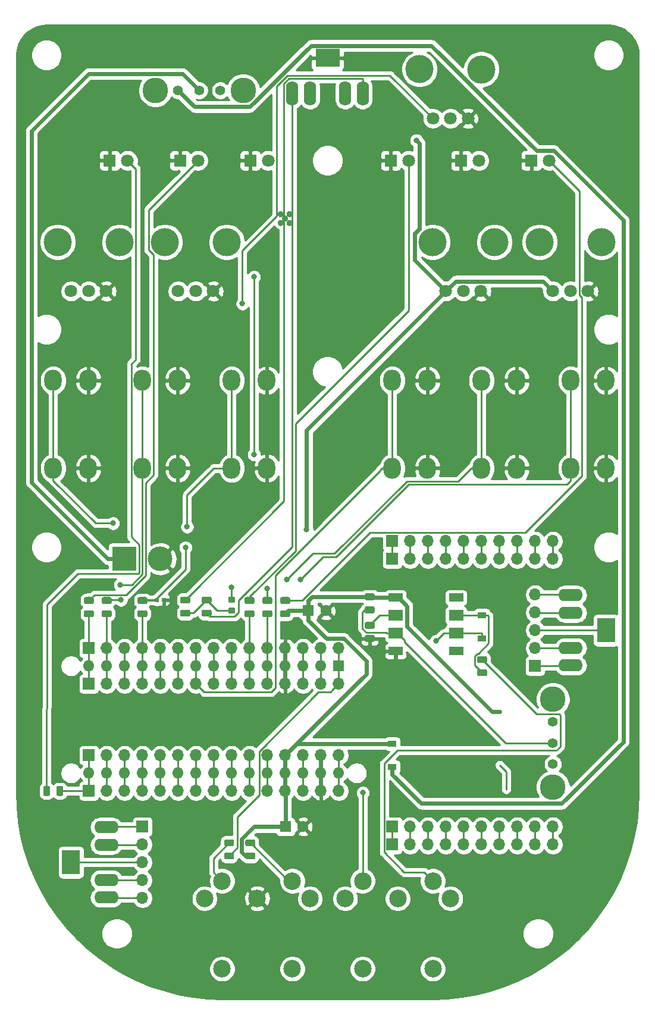
<source format=gbr>
G04 #@! TF.GenerationSoftware,KiCad,Pcbnew,(5.1.5)-3*
G04 #@! TF.CreationDate,2021-11-11T15:01:52+00:00*
G04 #@! TF.ProjectId,drumkid,6472756d-6b69-4642-9e6b-696361645f70,rev?*
G04 #@! TF.SameCoordinates,Original*
G04 #@! TF.FileFunction,Copper,L2,Bot*
G04 #@! TF.FilePolarity,Positive*
%FSLAX46Y46*%
G04 Gerber Fmt 4.6, Leading zero omitted, Abs format (unit mm)*
G04 Created by KiCad (PCBNEW (5.1.5)-3) date 2021-11-11 15:01:52*
%MOMM*%
%LPD*%
G04 APERTURE LIST*
%ADD10C,0.010000*%
%ADD11O,2.500000X3.000000*%
%ADD12C,1.600000*%
%ADD13R,1.600000X1.600000*%
%ADD14R,2.000000X1.170000*%
%ADD15R,2.000000X1.520000*%
%ADD16C,0.100000*%
%ADD17R,1.200000X0.900000*%
%ADD18O,1.700000X1.700000*%
%ADD19R,1.700000X1.700000*%
%ADD20O,3.500000X1.750000*%
%ADD21R,2.500000X3.500000*%
%ADD22C,3.653000*%
%ADD23C,1.400000*%
%ADD24R,1.800000X1.800000*%
%ADD25C,1.800000*%
%ADD26O,1.600000X1.600000*%
%ADD27C,2.499360*%
%ADD28R,3.500000X2.500000*%
%ADD29O,1.750000X3.500000*%
%ADD30C,4.000000*%
%ADD31R,3.500120X3.500120*%
%ADD32C,3.500120*%
%ADD33C,0.800000*%
%ADD34C,0.625000*%
%ADD35C,0.250000*%
%ADD36C,0.254000*%
G04 APERTURE END LIST*
D10*
G36*
X93246619Y-57216343D02*
G01*
X93207834Y-57219766D01*
X93175490Y-57227226D01*
X93141778Y-57240160D01*
X93125259Y-57247605D01*
X93054349Y-57290460D01*
X92994428Y-57346757D01*
X92949640Y-57412020D01*
X92930265Y-57458204D01*
X92916933Y-57523445D01*
X92913384Y-57597017D01*
X92919209Y-57670822D01*
X92933996Y-57736763D01*
X92945925Y-57767002D01*
X92992869Y-57839287D01*
X93056270Y-57898428D01*
X93133628Y-57942613D01*
X93222443Y-57970031D01*
X93227581Y-57971012D01*
X93267398Y-57977959D01*
X93296333Y-57980925D01*
X93323818Y-57979936D01*
X93359285Y-57975021D01*
X93380816Y-57971459D01*
X93464566Y-57947374D01*
X93541076Y-57905987D01*
X93606153Y-57850320D01*
X93655605Y-57783395D01*
X93664085Y-57767229D01*
X93677003Y-57737309D01*
X93685074Y-57707573D01*
X93689396Y-57671327D01*
X93691071Y-57621876D01*
X93691227Y-57602043D01*
X93690806Y-57548630D01*
X93688201Y-57510377D01*
X93682209Y-57480378D01*
X93671625Y-57451727D01*
X93661100Y-57429306D01*
X93615358Y-57359435D01*
X93552683Y-57298174D01*
X93477851Y-57250066D01*
X93467238Y-57244901D01*
X93433222Y-57230423D01*
X93401845Y-57221588D01*
X93365600Y-57217079D01*
X93316975Y-57215581D01*
X93299652Y-57215521D01*
X93246619Y-57216343D01*
G37*
X93246619Y-57216343D02*
X93207834Y-57219766D01*
X93175490Y-57227226D01*
X93141778Y-57240160D01*
X93125259Y-57247605D01*
X93054349Y-57290460D01*
X92994428Y-57346757D01*
X92949640Y-57412020D01*
X92930265Y-57458204D01*
X92916933Y-57523445D01*
X92913384Y-57597017D01*
X92919209Y-57670822D01*
X92933996Y-57736763D01*
X92945925Y-57767002D01*
X92992869Y-57839287D01*
X93056270Y-57898428D01*
X93133628Y-57942613D01*
X93222443Y-57970031D01*
X93227581Y-57971012D01*
X93267398Y-57977959D01*
X93296333Y-57980925D01*
X93323818Y-57979936D01*
X93359285Y-57975021D01*
X93380816Y-57971459D01*
X93464566Y-57947374D01*
X93541076Y-57905987D01*
X93606153Y-57850320D01*
X93655605Y-57783395D01*
X93664085Y-57767229D01*
X93677003Y-57737309D01*
X93685074Y-57707573D01*
X93689396Y-57671327D01*
X93691071Y-57621876D01*
X93691227Y-57602043D01*
X93690806Y-57548630D01*
X93688201Y-57510377D01*
X93682209Y-57480378D01*
X93671625Y-57451727D01*
X93661100Y-57429306D01*
X93615358Y-57359435D01*
X93552683Y-57298174D01*
X93477851Y-57250066D01*
X93467238Y-57244901D01*
X93433222Y-57230423D01*
X93401845Y-57221588D01*
X93365600Y-57217079D01*
X93316975Y-57215581D01*
X93299652Y-57215521D01*
X93246619Y-57216343D01*
G36*
X94488812Y-57216152D02*
G01*
X94450600Y-57218908D01*
X94420357Y-57225085D01*
X94391031Y-57235982D01*
X94365489Y-57247985D01*
X94287069Y-57295768D01*
X94227819Y-57353383D01*
X94186846Y-57422294D01*
X94163256Y-57503966D01*
X94156140Y-57591000D01*
X94160660Y-57672577D01*
X94176560Y-57739785D01*
X94206015Y-57798332D01*
X94251197Y-57853926D01*
X94259523Y-57862421D01*
X94331509Y-57919302D01*
X94413793Y-57957382D01*
X94504003Y-57975948D01*
X94599768Y-57974291D01*
X94622003Y-57971030D01*
X94699880Y-57949201D01*
X94772430Y-57912802D01*
X94834922Y-57865095D01*
X94882626Y-57809343D01*
X94899284Y-57779829D01*
X94926266Y-57700373D01*
X94937594Y-57614388D01*
X94933266Y-57528289D01*
X94913283Y-57448493D01*
X94899327Y-57416631D01*
X94865223Y-57366698D01*
X94815943Y-57316600D01*
X94757617Y-57271983D01*
X94715762Y-57247577D01*
X94683942Y-57232528D01*
X94656019Y-57223072D01*
X94625097Y-57217938D01*
X94584280Y-57215851D01*
X94542043Y-57215521D01*
X94488812Y-57216152D01*
G37*
X94488812Y-57216152D02*
X94450600Y-57218908D01*
X94420357Y-57225085D01*
X94391031Y-57235982D01*
X94365489Y-57247985D01*
X94287069Y-57295768D01*
X94227819Y-57353383D01*
X94186846Y-57422294D01*
X94163256Y-57503966D01*
X94156140Y-57591000D01*
X94160660Y-57672577D01*
X94176560Y-57739785D01*
X94206015Y-57798332D01*
X94251197Y-57853926D01*
X94259523Y-57862421D01*
X94331509Y-57919302D01*
X94413793Y-57957382D01*
X94504003Y-57975948D01*
X94599768Y-57974291D01*
X94622003Y-57971030D01*
X94699880Y-57949201D01*
X94772430Y-57912802D01*
X94834922Y-57865095D01*
X94882626Y-57809343D01*
X94899284Y-57779829D01*
X94926266Y-57700373D01*
X94937594Y-57614388D01*
X94933266Y-57528289D01*
X94913283Y-57448493D01*
X94899327Y-57416631D01*
X94865223Y-57366698D01*
X94815943Y-57316600D01*
X94757617Y-57271983D01*
X94715762Y-57247577D01*
X94683942Y-57232528D01*
X94656019Y-57223072D01*
X94625097Y-57217938D01*
X94584280Y-57215851D01*
X94542043Y-57215521D01*
X94488812Y-57216152D01*
G36*
X93829731Y-57841204D02*
G01*
X93800727Y-57849018D01*
X93712610Y-57886132D01*
X93641541Y-57937157D01*
X93587924Y-58001485D01*
X93552161Y-58078504D01*
X93534658Y-58167608D01*
X93534315Y-58250696D01*
X93550899Y-58338643D01*
X93586214Y-58418042D01*
X93638204Y-58486130D01*
X93704812Y-58540145D01*
X93775201Y-58574315D01*
X93830989Y-58588138D01*
X93897593Y-58595687D01*
X93964459Y-58596272D01*
X94016927Y-58590111D01*
X94101646Y-58562182D01*
X94176286Y-58517380D01*
X94237718Y-58458275D01*
X94282815Y-58387436D01*
X94293122Y-58363146D01*
X94310250Y-58295077D01*
X94315666Y-58218729D01*
X94309691Y-58142002D01*
X94292651Y-58072795D01*
X94280011Y-58043339D01*
X94230602Y-57970396D01*
X94166379Y-57911306D01*
X94090763Y-57867457D01*
X94007170Y-57840232D01*
X93919020Y-57831019D01*
X93829731Y-57841204D01*
G37*
X93829731Y-57841204D02*
X93800727Y-57849018D01*
X93712610Y-57886132D01*
X93641541Y-57937157D01*
X93587924Y-58001485D01*
X93552161Y-58078504D01*
X93534658Y-58167608D01*
X93534315Y-58250696D01*
X93550899Y-58338643D01*
X93586214Y-58418042D01*
X93638204Y-58486130D01*
X93704812Y-58540145D01*
X93775201Y-58574315D01*
X93830989Y-58588138D01*
X93897593Y-58595687D01*
X93964459Y-58596272D01*
X94016927Y-58590111D01*
X94101646Y-58562182D01*
X94176286Y-58517380D01*
X94237718Y-58458275D01*
X94282815Y-58387436D01*
X94293122Y-58363146D01*
X94310250Y-58295077D01*
X94315666Y-58218729D01*
X94309691Y-58142002D01*
X94292651Y-58072795D01*
X94280011Y-58043339D01*
X94230602Y-57970396D01*
X94166379Y-57911306D01*
X94090763Y-57867457D01*
X94007170Y-57840232D01*
X93919020Y-57831019D01*
X93829731Y-57841204D01*
G36*
X93299652Y-58454081D02*
G01*
X93201462Y-58464141D01*
X93115160Y-58492141D01*
X93041552Y-58537703D01*
X92981449Y-58600447D01*
X92978474Y-58604497D01*
X92940521Y-58674276D01*
X92918682Y-58753166D01*
X92912538Y-58836611D01*
X92921671Y-58920058D01*
X92945665Y-58998952D01*
X92984100Y-59068739D01*
X93025329Y-59115280D01*
X93098223Y-59166761D01*
X93181631Y-59201032D01*
X93271268Y-59217276D01*
X93362848Y-59214678D01*
X93444548Y-59195147D01*
X93530575Y-59155189D01*
X93598904Y-59102067D01*
X93649299Y-59036145D01*
X93681524Y-58957782D01*
X93695343Y-58867340D01*
X93694949Y-58811455D01*
X93679881Y-58720708D01*
X93645878Y-58641317D01*
X93593005Y-58573373D01*
X93521326Y-58516969D01*
X93467521Y-58487857D01*
X93426877Y-58470114D01*
X93393097Y-58459780D01*
X93357077Y-58455022D01*
X93309714Y-58454010D01*
X93299652Y-58454081D01*
G37*
X93299652Y-58454081D02*
X93201462Y-58464141D01*
X93115160Y-58492141D01*
X93041552Y-58537703D01*
X92981449Y-58600447D01*
X92978474Y-58604497D01*
X92940521Y-58674276D01*
X92918682Y-58753166D01*
X92912538Y-58836611D01*
X92921671Y-58920058D01*
X92945665Y-58998952D01*
X92984100Y-59068739D01*
X93025329Y-59115280D01*
X93098223Y-59166761D01*
X93181631Y-59201032D01*
X93271268Y-59217276D01*
X93362848Y-59214678D01*
X93444548Y-59195147D01*
X93530575Y-59155189D01*
X93598904Y-59102067D01*
X93649299Y-59036145D01*
X93681524Y-58957782D01*
X93695343Y-58867340D01*
X93694949Y-58811455D01*
X93679881Y-58720708D01*
X93645878Y-58641317D01*
X93593005Y-58573373D01*
X93521326Y-58516969D01*
X93467521Y-58487857D01*
X93426877Y-58470114D01*
X93393097Y-58459780D01*
X93357077Y-58455022D01*
X93309714Y-58454010D01*
X93299652Y-58454081D01*
G36*
X94435482Y-58464478D02*
G01*
X94352062Y-58496439D01*
X94275490Y-58547297D01*
X94250422Y-58570039D01*
X94202335Y-58631186D01*
X94171585Y-58703804D01*
X94157561Y-58789537D01*
X94156493Y-58822347D01*
X94157942Y-58872365D01*
X94162092Y-58919831D01*
X94168114Y-58955890D01*
X94169497Y-58961044D01*
X94202691Y-59035580D01*
X94253012Y-59099628D01*
X94317373Y-59151604D01*
X94392688Y-59189918D01*
X94475868Y-59212985D01*
X94563828Y-59219218D01*
X94649762Y-59207923D01*
X94725029Y-59180698D01*
X94794565Y-59137721D01*
X94853909Y-59082846D01*
X94898600Y-59019928D01*
X94917725Y-58976400D01*
X94932940Y-58906416D01*
X94937078Y-58828014D01*
X94930114Y-58751337D01*
X94918415Y-58703502D01*
X94891309Y-58647334D01*
X94848379Y-58589971D01*
X94844147Y-58585274D01*
X94774124Y-58523973D01*
X94695070Y-58481162D01*
X94610162Y-58456921D01*
X94522574Y-58451333D01*
X94435482Y-58464478D01*
G37*
X94435482Y-58464478D02*
X94352062Y-58496439D01*
X94275490Y-58547297D01*
X94250422Y-58570039D01*
X94202335Y-58631186D01*
X94171585Y-58703804D01*
X94157561Y-58789537D01*
X94156493Y-58822347D01*
X94157942Y-58872365D01*
X94162092Y-58919831D01*
X94168114Y-58955890D01*
X94169497Y-58961044D01*
X94202691Y-59035580D01*
X94253012Y-59099628D01*
X94317373Y-59151604D01*
X94392688Y-59189918D01*
X94475868Y-59212985D01*
X94563828Y-59219218D01*
X94649762Y-59207923D01*
X94725029Y-59180698D01*
X94794565Y-59137721D01*
X94853909Y-59082846D01*
X94898600Y-59019928D01*
X94917725Y-58976400D01*
X94932940Y-58906416D01*
X94937078Y-58828014D01*
X94930114Y-58751337D01*
X94918415Y-58703502D01*
X94891309Y-58647334D01*
X94848379Y-58589971D01*
X94844147Y-58585274D01*
X94774124Y-58523973D01*
X94695070Y-58481162D01*
X94610162Y-58456921D01*
X94522574Y-58451333D01*
X94435482Y-58464478D01*
D11*
X65960000Y-81280000D03*
X60960000Y-81280000D03*
X65960000Y-93780000D03*
X60960000Y-93780000D03*
X78660000Y-81280000D03*
X73660000Y-81280000D03*
X78660000Y-93780000D03*
X73660000Y-93780000D03*
X91360000Y-81280000D03*
X86360000Y-81280000D03*
X91360000Y-93780000D03*
X86360000Y-93780000D03*
X114220000Y-81280000D03*
X109220000Y-81280000D03*
X114220000Y-93780000D03*
X109220000Y-93780000D03*
X126920000Y-81280000D03*
X121920000Y-81280000D03*
X126920000Y-93780000D03*
X121920000Y-93780000D03*
X139620000Y-81280000D03*
X134620000Y-81280000D03*
X139620000Y-93780000D03*
X134620000Y-93780000D03*
D12*
X99782000Y-114046000D03*
D13*
X97282000Y-114046000D03*
D12*
X96520000Y-144780000D03*
D13*
X94020000Y-144780000D03*
D14*
X109700000Y-112190000D03*
D15*
X109700000Y-114730000D03*
D14*
X109700000Y-119810000D03*
X118300000Y-119810000D03*
D15*
X118300000Y-117270000D03*
X118300000Y-114730000D03*
D14*
X118300000Y-112190000D03*
D15*
X109700000Y-117270000D03*
G04 #@! TA.AperFunction,SMDPad,CuDef*
D16*
G36*
X74140142Y-113989174D02*
G01*
X74163803Y-113992684D01*
X74187007Y-113998496D01*
X74209529Y-114006554D01*
X74231153Y-114016782D01*
X74251670Y-114029079D01*
X74270883Y-114043329D01*
X74288607Y-114059393D01*
X74304671Y-114077117D01*
X74318921Y-114096330D01*
X74331218Y-114116847D01*
X74341446Y-114138471D01*
X74349504Y-114160993D01*
X74355316Y-114184197D01*
X74358826Y-114207858D01*
X74360000Y-114231750D01*
X74360000Y-114719250D01*
X74358826Y-114743142D01*
X74355316Y-114766803D01*
X74349504Y-114790007D01*
X74341446Y-114812529D01*
X74331218Y-114834153D01*
X74318921Y-114854670D01*
X74304671Y-114873883D01*
X74288607Y-114891607D01*
X74270883Y-114907671D01*
X74251670Y-114921921D01*
X74231153Y-114934218D01*
X74209529Y-114944446D01*
X74187007Y-114952504D01*
X74163803Y-114958316D01*
X74140142Y-114961826D01*
X74116250Y-114963000D01*
X73203750Y-114963000D01*
X73179858Y-114961826D01*
X73156197Y-114958316D01*
X73132993Y-114952504D01*
X73110471Y-114944446D01*
X73088847Y-114934218D01*
X73068330Y-114921921D01*
X73049117Y-114907671D01*
X73031393Y-114891607D01*
X73015329Y-114873883D01*
X73001079Y-114854670D01*
X72988782Y-114834153D01*
X72978554Y-114812529D01*
X72970496Y-114790007D01*
X72964684Y-114766803D01*
X72961174Y-114743142D01*
X72960000Y-114719250D01*
X72960000Y-114231750D01*
X72961174Y-114207858D01*
X72964684Y-114184197D01*
X72970496Y-114160993D01*
X72978554Y-114138471D01*
X72988782Y-114116847D01*
X73001079Y-114096330D01*
X73015329Y-114077117D01*
X73031393Y-114059393D01*
X73049117Y-114043329D01*
X73068330Y-114029079D01*
X73088847Y-114016782D01*
X73110471Y-114006554D01*
X73132993Y-113998496D01*
X73156197Y-113992684D01*
X73179858Y-113989174D01*
X73203750Y-113988000D01*
X74116250Y-113988000D01*
X74140142Y-113989174D01*
G37*
G04 #@! TD.AperFunction*
G04 #@! TA.AperFunction,SMDPad,CuDef*
G36*
X74140142Y-112114174D02*
G01*
X74163803Y-112117684D01*
X74187007Y-112123496D01*
X74209529Y-112131554D01*
X74231153Y-112141782D01*
X74251670Y-112154079D01*
X74270883Y-112168329D01*
X74288607Y-112184393D01*
X74304671Y-112202117D01*
X74318921Y-112221330D01*
X74331218Y-112241847D01*
X74341446Y-112263471D01*
X74349504Y-112285993D01*
X74355316Y-112309197D01*
X74358826Y-112332858D01*
X74360000Y-112356750D01*
X74360000Y-112844250D01*
X74358826Y-112868142D01*
X74355316Y-112891803D01*
X74349504Y-112915007D01*
X74341446Y-112937529D01*
X74331218Y-112959153D01*
X74318921Y-112979670D01*
X74304671Y-112998883D01*
X74288607Y-113016607D01*
X74270883Y-113032671D01*
X74251670Y-113046921D01*
X74231153Y-113059218D01*
X74209529Y-113069446D01*
X74187007Y-113077504D01*
X74163803Y-113083316D01*
X74140142Y-113086826D01*
X74116250Y-113088000D01*
X73203750Y-113088000D01*
X73179858Y-113086826D01*
X73156197Y-113083316D01*
X73132993Y-113077504D01*
X73110471Y-113069446D01*
X73088847Y-113059218D01*
X73068330Y-113046921D01*
X73049117Y-113032671D01*
X73031393Y-113016607D01*
X73015329Y-112998883D01*
X73001079Y-112979670D01*
X72988782Y-112959153D01*
X72978554Y-112937529D01*
X72970496Y-112915007D01*
X72964684Y-112891803D01*
X72961174Y-112868142D01*
X72960000Y-112844250D01*
X72960000Y-112356750D01*
X72961174Y-112332858D01*
X72964684Y-112309197D01*
X72970496Y-112285993D01*
X72978554Y-112263471D01*
X72988782Y-112241847D01*
X73001079Y-112221330D01*
X73015329Y-112202117D01*
X73031393Y-112184393D01*
X73049117Y-112168329D01*
X73068330Y-112154079D01*
X73088847Y-112141782D01*
X73110471Y-112131554D01*
X73132993Y-112123496D01*
X73156197Y-112117684D01*
X73179858Y-112114174D01*
X73203750Y-112113000D01*
X74116250Y-112113000D01*
X74140142Y-112114174D01*
G37*
G04 #@! TD.AperFunction*
G04 #@! TA.AperFunction,SMDPad,CuDef*
G36*
X83284142Y-112035674D02*
G01*
X83307803Y-112039184D01*
X83331007Y-112044996D01*
X83353529Y-112053054D01*
X83375153Y-112063282D01*
X83395670Y-112075579D01*
X83414883Y-112089829D01*
X83432607Y-112105893D01*
X83448671Y-112123617D01*
X83462921Y-112142830D01*
X83475218Y-112163347D01*
X83485446Y-112184971D01*
X83493504Y-112207493D01*
X83499316Y-112230697D01*
X83502826Y-112254358D01*
X83504000Y-112278250D01*
X83504000Y-112765750D01*
X83502826Y-112789642D01*
X83499316Y-112813303D01*
X83493504Y-112836507D01*
X83485446Y-112859029D01*
X83475218Y-112880653D01*
X83462921Y-112901170D01*
X83448671Y-112920383D01*
X83432607Y-112938107D01*
X83414883Y-112954171D01*
X83395670Y-112968421D01*
X83375153Y-112980718D01*
X83353529Y-112990946D01*
X83331007Y-112999004D01*
X83307803Y-113004816D01*
X83284142Y-113008326D01*
X83260250Y-113009500D01*
X82347750Y-113009500D01*
X82323858Y-113008326D01*
X82300197Y-113004816D01*
X82276993Y-112999004D01*
X82254471Y-112990946D01*
X82232847Y-112980718D01*
X82212330Y-112968421D01*
X82193117Y-112954171D01*
X82175393Y-112938107D01*
X82159329Y-112920383D01*
X82145079Y-112901170D01*
X82132782Y-112880653D01*
X82122554Y-112859029D01*
X82114496Y-112836507D01*
X82108684Y-112813303D01*
X82105174Y-112789642D01*
X82104000Y-112765750D01*
X82104000Y-112278250D01*
X82105174Y-112254358D01*
X82108684Y-112230697D01*
X82114496Y-112207493D01*
X82122554Y-112184971D01*
X82132782Y-112163347D01*
X82145079Y-112142830D01*
X82159329Y-112123617D01*
X82175393Y-112105893D01*
X82193117Y-112089829D01*
X82212330Y-112075579D01*
X82232847Y-112063282D01*
X82254471Y-112053054D01*
X82276993Y-112044996D01*
X82300197Y-112039184D01*
X82323858Y-112035674D01*
X82347750Y-112034500D01*
X83260250Y-112034500D01*
X83284142Y-112035674D01*
G37*
G04 #@! TD.AperFunction*
G04 #@! TA.AperFunction,SMDPad,CuDef*
G36*
X83284142Y-113910674D02*
G01*
X83307803Y-113914184D01*
X83331007Y-113919996D01*
X83353529Y-113928054D01*
X83375153Y-113938282D01*
X83395670Y-113950579D01*
X83414883Y-113964829D01*
X83432607Y-113980893D01*
X83448671Y-113998617D01*
X83462921Y-114017830D01*
X83475218Y-114038347D01*
X83485446Y-114059971D01*
X83493504Y-114082493D01*
X83499316Y-114105697D01*
X83502826Y-114129358D01*
X83504000Y-114153250D01*
X83504000Y-114640750D01*
X83502826Y-114664642D01*
X83499316Y-114688303D01*
X83493504Y-114711507D01*
X83485446Y-114734029D01*
X83475218Y-114755653D01*
X83462921Y-114776170D01*
X83448671Y-114795383D01*
X83432607Y-114813107D01*
X83414883Y-114829171D01*
X83395670Y-114843421D01*
X83375153Y-114855718D01*
X83353529Y-114865946D01*
X83331007Y-114874004D01*
X83307803Y-114879816D01*
X83284142Y-114883326D01*
X83260250Y-114884500D01*
X82347750Y-114884500D01*
X82323858Y-114883326D01*
X82300197Y-114879816D01*
X82276993Y-114874004D01*
X82254471Y-114865946D01*
X82232847Y-114855718D01*
X82212330Y-114843421D01*
X82193117Y-114829171D01*
X82175393Y-114813107D01*
X82159329Y-114795383D01*
X82145079Y-114776170D01*
X82132782Y-114755653D01*
X82122554Y-114734029D01*
X82114496Y-114711507D01*
X82108684Y-114688303D01*
X82105174Y-114664642D01*
X82104000Y-114640750D01*
X82104000Y-114153250D01*
X82105174Y-114129358D01*
X82108684Y-114105697D01*
X82114496Y-114082493D01*
X82122554Y-114059971D01*
X82132782Y-114038347D01*
X82145079Y-114017830D01*
X82159329Y-113998617D01*
X82175393Y-113980893D01*
X82193117Y-113964829D01*
X82212330Y-113950579D01*
X82232847Y-113938282D01*
X82254471Y-113928054D01*
X82276993Y-113919996D01*
X82300197Y-113914184D01*
X82323858Y-113910674D01*
X82347750Y-113909500D01*
X83260250Y-113909500D01*
X83284142Y-113910674D01*
G37*
G04 #@! TD.AperFunction*
G04 #@! TA.AperFunction,SMDPad,CuDef*
G36*
X80236142Y-113910674D02*
G01*
X80259803Y-113914184D01*
X80283007Y-113919996D01*
X80305529Y-113928054D01*
X80327153Y-113938282D01*
X80347670Y-113950579D01*
X80366883Y-113964829D01*
X80384607Y-113980893D01*
X80400671Y-113998617D01*
X80414921Y-114017830D01*
X80427218Y-114038347D01*
X80437446Y-114059971D01*
X80445504Y-114082493D01*
X80451316Y-114105697D01*
X80454826Y-114129358D01*
X80456000Y-114153250D01*
X80456000Y-114640750D01*
X80454826Y-114664642D01*
X80451316Y-114688303D01*
X80445504Y-114711507D01*
X80437446Y-114734029D01*
X80427218Y-114755653D01*
X80414921Y-114776170D01*
X80400671Y-114795383D01*
X80384607Y-114813107D01*
X80366883Y-114829171D01*
X80347670Y-114843421D01*
X80327153Y-114855718D01*
X80305529Y-114865946D01*
X80283007Y-114874004D01*
X80259803Y-114879816D01*
X80236142Y-114883326D01*
X80212250Y-114884500D01*
X79299750Y-114884500D01*
X79275858Y-114883326D01*
X79252197Y-114879816D01*
X79228993Y-114874004D01*
X79206471Y-114865946D01*
X79184847Y-114855718D01*
X79164330Y-114843421D01*
X79145117Y-114829171D01*
X79127393Y-114813107D01*
X79111329Y-114795383D01*
X79097079Y-114776170D01*
X79084782Y-114755653D01*
X79074554Y-114734029D01*
X79066496Y-114711507D01*
X79060684Y-114688303D01*
X79057174Y-114664642D01*
X79056000Y-114640750D01*
X79056000Y-114153250D01*
X79057174Y-114129358D01*
X79060684Y-114105697D01*
X79066496Y-114082493D01*
X79074554Y-114059971D01*
X79084782Y-114038347D01*
X79097079Y-114017830D01*
X79111329Y-113998617D01*
X79127393Y-113980893D01*
X79145117Y-113964829D01*
X79164330Y-113950579D01*
X79184847Y-113938282D01*
X79206471Y-113928054D01*
X79228993Y-113919996D01*
X79252197Y-113914184D01*
X79275858Y-113910674D01*
X79299750Y-113909500D01*
X80212250Y-113909500D01*
X80236142Y-113910674D01*
G37*
G04 #@! TD.AperFunction*
G04 #@! TA.AperFunction,SMDPad,CuDef*
G36*
X80236142Y-112035674D02*
G01*
X80259803Y-112039184D01*
X80283007Y-112044996D01*
X80305529Y-112053054D01*
X80327153Y-112063282D01*
X80347670Y-112075579D01*
X80366883Y-112089829D01*
X80384607Y-112105893D01*
X80400671Y-112123617D01*
X80414921Y-112142830D01*
X80427218Y-112163347D01*
X80437446Y-112184971D01*
X80445504Y-112207493D01*
X80451316Y-112230697D01*
X80454826Y-112254358D01*
X80456000Y-112278250D01*
X80456000Y-112765750D01*
X80454826Y-112789642D01*
X80451316Y-112813303D01*
X80445504Y-112836507D01*
X80437446Y-112859029D01*
X80427218Y-112880653D01*
X80414921Y-112901170D01*
X80400671Y-112920383D01*
X80384607Y-112938107D01*
X80366883Y-112954171D01*
X80347670Y-112968421D01*
X80327153Y-112980718D01*
X80305529Y-112990946D01*
X80283007Y-112999004D01*
X80259803Y-113004816D01*
X80236142Y-113008326D01*
X80212250Y-113009500D01*
X79299750Y-113009500D01*
X79275858Y-113008326D01*
X79252197Y-113004816D01*
X79228993Y-112999004D01*
X79206471Y-112990946D01*
X79184847Y-112980718D01*
X79164330Y-112968421D01*
X79145117Y-112954171D01*
X79127393Y-112938107D01*
X79111329Y-112920383D01*
X79097079Y-112901170D01*
X79084782Y-112880653D01*
X79074554Y-112859029D01*
X79066496Y-112836507D01*
X79060684Y-112813303D01*
X79057174Y-112789642D01*
X79056000Y-112765750D01*
X79056000Y-112278250D01*
X79057174Y-112254358D01*
X79060684Y-112230697D01*
X79066496Y-112207493D01*
X79074554Y-112184971D01*
X79084782Y-112163347D01*
X79097079Y-112142830D01*
X79111329Y-112123617D01*
X79127393Y-112105893D01*
X79145117Y-112089829D01*
X79164330Y-112075579D01*
X79184847Y-112063282D01*
X79206471Y-112053054D01*
X79228993Y-112044996D01*
X79252197Y-112039184D01*
X79275858Y-112035674D01*
X79299750Y-112034500D01*
X80212250Y-112034500D01*
X80236142Y-112035674D01*
G37*
G04 #@! TD.AperFunction*
G04 #@! TA.AperFunction,SMDPad,CuDef*
G36*
X89480142Y-148451174D02*
G01*
X89503803Y-148454684D01*
X89527007Y-148460496D01*
X89549529Y-148468554D01*
X89571153Y-148478782D01*
X89591670Y-148491079D01*
X89610883Y-148505329D01*
X89628607Y-148521393D01*
X89644671Y-148539117D01*
X89658921Y-148558330D01*
X89671218Y-148578847D01*
X89681446Y-148600471D01*
X89689504Y-148622993D01*
X89695316Y-148646197D01*
X89698826Y-148669858D01*
X89700000Y-148693750D01*
X89700000Y-149181250D01*
X89698826Y-149205142D01*
X89695316Y-149228803D01*
X89689504Y-149252007D01*
X89681446Y-149274529D01*
X89671218Y-149296153D01*
X89658921Y-149316670D01*
X89644671Y-149335883D01*
X89628607Y-149353607D01*
X89610883Y-149369671D01*
X89591670Y-149383921D01*
X89571153Y-149396218D01*
X89549529Y-149406446D01*
X89527007Y-149414504D01*
X89503803Y-149420316D01*
X89480142Y-149423826D01*
X89456250Y-149425000D01*
X88543750Y-149425000D01*
X88519858Y-149423826D01*
X88496197Y-149420316D01*
X88472993Y-149414504D01*
X88450471Y-149406446D01*
X88428847Y-149396218D01*
X88408330Y-149383921D01*
X88389117Y-149369671D01*
X88371393Y-149353607D01*
X88355329Y-149335883D01*
X88341079Y-149316670D01*
X88328782Y-149296153D01*
X88318554Y-149274529D01*
X88310496Y-149252007D01*
X88304684Y-149228803D01*
X88301174Y-149205142D01*
X88300000Y-149181250D01*
X88300000Y-148693750D01*
X88301174Y-148669858D01*
X88304684Y-148646197D01*
X88310496Y-148622993D01*
X88318554Y-148600471D01*
X88328782Y-148578847D01*
X88341079Y-148558330D01*
X88355329Y-148539117D01*
X88371393Y-148521393D01*
X88389117Y-148505329D01*
X88408330Y-148491079D01*
X88428847Y-148478782D01*
X88450471Y-148468554D01*
X88472993Y-148460496D01*
X88496197Y-148454684D01*
X88519858Y-148451174D01*
X88543750Y-148450000D01*
X89456250Y-148450000D01*
X89480142Y-148451174D01*
G37*
G04 #@! TD.AperFunction*
G04 #@! TA.AperFunction,SMDPad,CuDef*
G36*
X89480142Y-146576174D02*
G01*
X89503803Y-146579684D01*
X89527007Y-146585496D01*
X89549529Y-146593554D01*
X89571153Y-146603782D01*
X89591670Y-146616079D01*
X89610883Y-146630329D01*
X89628607Y-146646393D01*
X89644671Y-146664117D01*
X89658921Y-146683330D01*
X89671218Y-146703847D01*
X89681446Y-146725471D01*
X89689504Y-146747993D01*
X89695316Y-146771197D01*
X89698826Y-146794858D01*
X89700000Y-146818750D01*
X89700000Y-147306250D01*
X89698826Y-147330142D01*
X89695316Y-147353803D01*
X89689504Y-147377007D01*
X89681446Y-147399529D01*
X89671218Y-147421153D01*
X89658921Y-147441670D01*
X89644671Y-147460883D01*
X89628607Y-147478607D01*
X89610883Y-147494671D01*
X89591670Y-147508921D01*
X89571153Y-147521218D01*
X89549529Y-147531446D01*
X89527007Y-147539504D01*
X89503803Y-147545316D01*
X89480142Y-147548826D01*
X89456250Y-147550000D01*
X88543750Y-147550000D01*
X88519858Y-147548826D01*
X88496197Y-147545316D01*
X88472993Y-147539504D01*
X88450471Y-147531446D01*
X88428847Y-147521218D01*
X88408330Y-147508921D01*
X88389117Y-147494671D01*
X88371393Y-147478607D01*
X88355329Y-147460883D01*
X88341079Y-147441670D01*
X88328782Y-147421153D01*
X88318554Y-147399529D01*
X88310496Y-147377007D01*
X88304684Y-147353803D01*
X88301174Y-147330142D01*
X88300000Y-147306250D01*
X88300000Y-146818750D01*
X88301174Y-146794858D01*
X88304684Y-146771197D01*
X88310496Y-146747993D01*
X88318554Y-146725471D01*
X88328782Y-146703847D01*
X88341079Y-146683330D01*
X88355329Y-146664117D01*
X88371393Y-146646393D01*
X88389117Y-146630329D01*
X88408330Y-146616079D01*
X88428847Y-146603782D01*
X88450471Y-146593554D01*
X88472993Y-146585496D01*
X88496197Y-146579684D01*
X88519858Y-146576174D01*
X88543750Y-146575000D01*
X89456250Y-146575000D01*
X89480142Y-146576174D01*
G37*
G04 #@! TD.AperFunction*
G04 #@! TA.AperFunction,SMDPad,CuDef*
G36*
X86480142Y-148451174D02*
G01*
X86503803Y-148454684D01*
X86527007Y-148460496D01*
X86549529Y-148468554D01*
X86571153Y-148478782D01*
X86591670Y-148491079D01*
X86610883Y-148505329D01*
X86628607Y-148521393D01*
X86644671Y-148539117D01*
X86658921Y-148558330D01*
X86671218Y-148578847D01*
X86681446Y-148600471D01*
X86689504Y-148622993D01*
X86695316Y-148646197D01*
X86698826Y-148669858D01*
X86700000Y-148693750D01*
X86700000Y-149181250D01*
X86698826Y-149205142D01*
X86695316Y-149228803D01*
X86689504Y-149252007D01*
X86681446Y-149274529D01*
X86671218Y-149296153D01*
X86658921Y-149316670D01*
X86644671Y-149335883D01*
X86628607Y-149353607D01*
X86610883Y-149369671D01*
X86591670Y-149383921D01*
X86571153Y-149396218D01*
X86549529Y-149406446D01*
X86527007Y-149414504D01*
X86503803Y-149420316D01*
X86480142Y-149423826D01*
X86456250Y-149425000D01*
X85543750Y-149425000D01*
X85519858Y-149423826D01*
X85496197Y-149420316D01*
X85472993Y-149414504D01*
X85450471Y-149406446D01*
X85428847Y-149396218D01*
X85408330Y-149383921D01*
X85389117Y-149369671D01*
X85371393Y-149353607D01*
X85355329Y-149335883D01*
X85341079Y-149316670D01*
X85328782Y-149296153D01*
X85318554Y-149274529D01*
X85310496Y-149252007D01*
X85304684Y-149228803D01*
X85301174Y-149205142D01*
X85300000Y-149181250D01*
X85300000Y-148693750D01*
X85301174Y-148669858D01*
X85304684Y-148646197D01*
X85310496Y-148622993D01*
X85318554Y-148600471D01*
X85328782Y-148578847D01*
X85341079Y-148558330D01*
X85355329Y-148539117D01*
X85371393Y-148521393D01*
X85389117Y-148505329D01*
X85408330Y-148491079D01*
X85428847Y-148478782D01*
X85450471Y-148468554D01*
X85472993Y-148460496D01*
X85496197Y-148454684D01*
X85519858Y-148451174D01*
X85543750Y-148450000D01*
X86456250Y-148450000D01*
X86480142Y-148451174D01*
G37*
G04 #@! TD.AperFunction*
G04 #@! TA.AperFunction,SMDPad,CuDef*
G36*
X86480142Y-146576174D02*
G01*
X86503803Y-146579684D01*
X86527007Y-146585496D01*
X86549529Y-146593554D01*
X86571153Y-146603782D01*
X86591670Y-146616079D01*
X86610883Y-146630329D01*
X86628607Y-146646393D01*
X86644671Y-146664117D01*
X86658921Y-146683330D01*
X86671218Y-146703847D01*
X86681446Y-146725471D01*
X86689504Y-146747993D01*
X86695316Y-146771197D01*
X86698826Y-146794858D01*
X86700000Y-146818750D01*
X86700000Y-147306250D01*
X86698826Y-147330142D01*
X86695316Y-147353803D01*
X86689504Y-147377007D01*
X86681446Y-147399529D01*
X86671218Y-147421153D01*
X86658921Y-147441670D01*
X86644671Y-147460883D01*
X86628607Y-147478607D01*
X86610883Y-147494671D01*
X86591670Y-147508921D01*
X86571153Y-147521218D01*
X86549529Y-147531446D01*
X86527007Y-147539504D01*
X86503803Y-147545316D01*
X86480142Y-147548826D01*
X86456250Y-147550000D01*
X85543750Y-147550000D01*
X85519858Y-147548826D01*
X85496197Y-147545316D01*
X85472993Y-147539504D01*
X85450471Y-147531446D01*
X85428847Y-147521218D01*
X85408330Y-147508921D01*
X85389117Y-147494671D01*
X85371393Y-147478607D01*
X85355329Y-147460883D01*
X85341079Y-147441670D01*
X85328782Y-147421153D01*
X85318554Y-147399529D01*
X85310496Y-147377007D01*
X85304684Y-147353803D01*
X85301174Y-147330142D01*
X85300000Y-147306250D01*
X85300000Y-146818750D01*
X85301174Y-146794858D01*
X85304684Y-146771197D01*
X85310496Y-146747993D01*
X85318554Y-146725471D01*
X85328782Y-146703847D01*
X85341079Y-146683330D01*
X85355329Y-146664117D01*
X85371393Y-146646393D01*
X85389117Y-146630329D01*
X85408330Y-146616079D01*
X85428847Y-146603782D01*
X85450471Y-146593554D01*
X85472993Y-146585496D01*
X85496197Y-146579684D01*
X85519858Y-146576174D01*
X85543750Y-146575000D01*
X86456250Y-146575000D01*
X86480142Y-146576174D01*
G37*
G04 #@! TD.AperFunction*
G04 #@! TA.AperFunction,SMDPad,CuDef*
G36*
X106480142Y-113451174D02*
G01*
X106503803Y-113454684D01*
X106527007Y-113460496D01*
X106549529Y-113468554D01*
X106571153Y-113478782D01*
X106591670Y-113491079D01*
X106610883Y-113505329D01*
X106628607Y-113521393D01*
X106644671Y-113539117D01*
X106658921Y-113558330D01*
X106671218Y-113578847D01*
X106681446Y-113600471D01*
X106689504Y-113622993D01*
X106695316Y-113646197D01*
X106698826Y-113669858D01*
X106700000Y-113693750D01*
X106700000Y-114181250D01*
X106698826Y-114205142D01*
X106695316Y-114228803D01*
X106689504Y-114252007D01*
X106681446Y-114274529D01*
X106671218Y-114296153D01*
X106658921Y-114316670D01*
X106644671Y-114335883D01*
X106628607Y-114353607D01*
X106610883Y-114369671D01*
X106591670Y-114383921D01*
X106571153Y-114396218D01*
X106549529Y-114406446D01*
X106527007Y-114414504D01*
X106503803Y-114420316D01*
X106480142Y-114423826D01*
X106456250Y-114425000D01*
X105543750Y-114425000D01*
X105519858Y-114423826D01*
X105496197Y-114420316D01*
X105472993Y-114414504D01*
X105450471Y-114406446D01*
X105428847Y-114396218D01*
X105408330Y-114383921D01*
X105389117Y-114369671D01*
X105371393Y-114353607D01*
X105355329Y-114335883D01*
X105341079Y-114316670D01*
X105328782Y-114296153D01*
X105318554Y-114274529D01*
X105310496Y-114252007D01*
X105304684Y-114228803D01*
X105301174Y-114205142D01*
X105300000Y-114181250D01*
X105300000Y-113693750D01*
X105301174Y-113669858D01*
X105304684Y-113646197D01*
X105310496Y-113622993D01*
X105318554Y-113600471D01*
X105328782Y-113578847D01*
X105341079Y-113558330D01*
X105355329Y-113539117D01*
X105371393Y-113521393D01*
X105389117Y-113505329D01*
X105408330Y-113491079D01*
X105428847Y-113478782D01*
X105450471Y-113468554D01*
X105472993Y-113460496D01*
X105496197Y-113454684D01*
X105519858Y-113451174D01*
X105543750Y-113450000D01*
X106456250Y-113450000D01*
X106480142Y-113451174D01*
G37*
G04 #@! TD.AperFunction*
G04 #@! TA.AperFunction,SMDPad,CuDef*
G36*
X106480142Y-111576174D02*
G01*
X106503803Y-111579684D01*
X106527007Y-111585496D01*
X106549529Y-111593554D01*
X106571153Y-111603782D01*
X106591670Y-111616079D01*
X106610883Y-111630329D01*
X106628607Y-111646393D01*
X106644671Y-111664117D01*
X106658921Y-111683330D01*
X106671218Y-111703847D01*
X106681446Y-111725471D01*
X106689504Y-111747993D01*
X106695316Y-111771197D01*
X106698826Y-111794858D01*
X106700000Y-111818750D01*
X106700000Y-112306250D01*
X106698826Y-112330142D01*
X106695316Y-112353803D01*
X106689504Y-112377007D01*
X106681446Y-112399529D01*
X106671218Y-112421153D01*
X106658921Y-112441670D01*
X106644671Y-112460883D01*
X106628607Y-112478607D01*
X106610883Y-112494671D01*
X106591670Y-112508921D01*
X106571153Y-112521218D01*
X106549529Y-112531446D01*
X106527007Y-112539504D01*
X106503803Y-112545316D01*
X106480142Y-112548826D01*
X106456250Y-112550000D01*
X105543750Y-112550000D01*
X105519858Y-112548826D01*
X105496197Y-112545316D01*
X105472993Y-112539504D01*
X105450471Y-112531446D01*
X105428847Y-112521218D01*
X105408330Y-112508921D01*
X105389117Y-112494671D01*
X105371393Y-112478607D01*
X105355329Y-112460883D01*
X105341079Y-112441670D01*
X105328782Y-112421153D01*
X105318554Y-112399529D01*
X105310496Y-112377007D01*
X105304684Y-112353803D01*
X105301174Y-112330142D01*
X105300000Y-112306250D01*
X105300000Y-111818750D01*
X105301174Y-111794858D01*
X105304684Y-111771197D01*
X105310496Y-111747993D01*
X105318554Y-111725471D01*
X105328782Y-111703847D01*
X105341079Y-111683330D01*
X105355329Y-111664117D01*
X105371393Y-111646393D01*
X105389117Y-111630329D01*
X105408330Y-111616079D01*
X105428847Y-111603782D01*
X105450471Y-111593554D01*
X105472993Y-111585496D01*
X105496197Y-111579684D01*
X105519858Y-111576174D01*
X105543750Y-111575000D01*
X106456250Y-111575000D01*
X106480142Y-111576174D01*
G37*
G04 #@! TD.AperFunction*
G04 #@! TA.AperFunction,SMDPad,CuDef*
G36*
X106480142Y-115638674D02*
G01*
X106503803Y-115642184D01*
X106527007Y-115647996D01*
X106549529Y-115656054D01*
X106571153Y-115666282D01*
X106591670Y-115678579D01*
X106610883Y-115692829D01*
X106628607Y-115708893D01*
X106644671Y-115726617D01*
X106658921Y-115745830D01*
X106671218Y-115766347D01*
X106681446Y-115787971D01*
X106689504Y-115810493D01*
X106695316Y-115833697D01*
X106698826Y-115857358D01*
X106700000Y-115881250D01*
X106700000Y-116368750D01*
X106698826Y-116392642D01*
X106695316Y-116416303D01*
X106689504Y-116439507D01*
X106681446Y-116462029D01*
X106671218Y-116483653D01*
X106658921Y-116504170D01*
X106644671Y-116523383D01*
X106628607Y-116541107D01*
X106610883Y-116557171D01*
X106591670Y-116571421D01*
X106571153Y-116583718D01*
X106549529Y-116593946D01*
X106527007Y-116602004D01*
X106503803Y-116607816D01*
X106480142Y-116611326D01*
X106456250Y-116612500D01*
X105543750Y-116612500D01*
X105519858Y-116611326D01*
X105496197Y-116607816D01*
X105472993Y-116602004D01*
X105450471Y-116593946D01*
X105428847Y-116583718D01*
X105408330Y-116571421D01*
X105389117Y-116557171D01*
X105371393Y-116541107D01*
X105355329Y-116523383D01*
X105341079Y-116504170D01*
X105328782Y-116483653D01*
X105318554Y-116462029D01*
X105310496Y-116439507D01*
X105304684Y-116416303D01*
X105301174Y-116392642D01*
X105300000Y-116368750D01*
X105300000Y-115881250D01*
X105301174Y-115857358D01*
X105304684Y-115833697D01*
X105310496Y-115810493D01*
X105318554Y-115787971D01*
X105328782Y-115766347D01*
X105341079Y-115745830D01*
X105355329Y-115726617D01*
X105371393Y-115708893D01*
X105389117Y-115692829D01*
X105408330Y-115678579D01*
X105428847Y-115666282D01*
X105450471Y-115656054D01*
X105472993Y-115647996D01*
X105496197Y-115642184D01*
X105519858Y-115638674D01*
X105543750Y-115637500D01*
X106456250Y-115637500D01*
X106480142Y-115638674D01*
G37*
G04 #@! TD.AperFunction*
G04 #@! TA.AperFunction,SMDPad,CuDef*
G36*
X106480142Y-117513674D02*
G01*
X106503803Y-117517184D01*
X106527007Y-117522996D01*
X106549529Y-117531054D01*
X106571153Y-117541282D01*
X106591670Y-117553579D01*
X106610883Y-117567829D01*
X106628607Y-117583893D01*
X106644671Y-117601617D01*
X106658921Y-117620830D01*
X106671218Y-117641347D01*
X106681446Y-117662971D01*
X106689504Y-117685493D01*
X106695316Y-117708697D01*
X106698826Y-117732358D01*
X106700000Y-117756250D01*
X106700000Y-118243750D01*
X106698826Y-118267642D01*
X106695316Y-118291303D01*
X106689504Y-118314507D01*
X106681446Y-118337029D01*
X106671218Y-118358653D01*
X106658921Y-118379170D01*
X106644671Y-118398383D01*
X106628607Y-118416107D01*
X106610883Y-118432171D01*
X106591670Y-118446421D01*
X106571153Y-118458718D01*
X106549529Y-118468946D01*
X106527007Y-118477004D01*
X106503803Y-118482816D01*
X106480142Y-118486326D01*
X106456250Y-118487500D01*
X105543750Y-118487500D01*
X105519858Y-118486326D01*
X105496197Y-118482816D01*
X105472993Y-118477004D01*
X105450471Y-118468946D01*
X105428847Y-118458718D01*
X105408330Y-118446421D01*
X105389117Y-118432171D01*
X105371393Y-118416107D01*
X105355329Y-118398383D01*
X105341079Y-118379170D01*
X105328782Y-118358653D01*
X105318554Y-118337029D01*
X105310496Y-118314507D01*
X105304684Y-118291303D01*
X105301174Y-118267642D01*
X105300000Y-118243750D01*
X105300000Y-117756250D01*
X105301174Y-117732358D01*
X105304684Y-117708697D01*
X105310496Y-117685493D01*
X105318554Y-117662971D01*
X105328782Y-117641347D01*
X105341079Y-117620830D01*
X105355329Y-117601617D01*
X105371393Y-117583893D01*
X105389117Y-117567829D01*
X105408330Y-117553579D01*
X105428847Y-117541282D01*
X105450471Y-117531054D01*
X105472993Y-117522996D01*
X105496197Y-117517184D01*
X105519858Y-117513674D01*
X105543750Y-117512500D01*
X106456250Y-117512500D01*
X106480142Y-117513674D01*
G37*
G04 #@! TD.AperFunction*
G04 #@! TA.AperFunction,SMDPad,CuDef*
G36*
X122480142Y-120513674D02*
G01*
X122503803Y-120517184D01*
X122527007Y-120522996D01*
X122549529Y-120531054D01*
X122571153Y-120541282D01*
X122591670Y-120553579D01*
X122610883Y-120567829D01*
X122628607Y-120583893D01*
X122644671Y-120601617D01*
X122658921Y-120620830D01*
X122671218Y-120641347D01*
X122681446Y-120662971D01*
X122689504Y-120685493D01*
X122695316Y-120708697D01*
X122698826Y-120732358D01*
X122700000Y-120756250D01*
X122700000Y-121243750D01*
X122698826Y-121267642D01*
X122695316Y-121291303D01*
X122689504Y-121314507D01*
X122681446Y-121337029D01*
X122671218Y-121358653D01*
X122658921Y-121379170D01*
X122644671Y-121398383D01*
X122628607Y-121416107D01*
X122610883Y-121432171D01*
X122591670Y-121446421D01*
X122571153Y-121458718D01*
X122549529Y-121468946D01*
X122527007Y-121477004D01*
X122503803Y-121482816D01*
X122480142Y-121486326D01*
X122456250Y-121487500D01*
X121543750Y-121487500D01*
X121519858Y-121486326D01*
X121496197Y-121482816D01*
X121472993Y-121477004D01*
X121450471Y-121468946D01*
X121428847Y-121458718D01*
X121408330Y-121446421D01*
X121389117Y-121432171D01*
X121371393Y-121416107D01*
X121355329Y-121398383D01*
X121341079Y-121379170D01*
X121328782Y-121358653D01*
X121318554Y-121337029D01*
X121310496Y-121314507D01*
X121304684Y-121291303D01*
X121301174Y-121267642D01*
X121300000Y-121243750D01*
X121300000Y-120756250D01*
X121301174Y-120732358D01*
X121304684Y-120708697D01*
X121310496Y-120685493D01*
X121318554Y-120662971D01*
X121328782Y-120641347D01*
X121341079Y-120620830D01*
X121355329Y-120601617D01*
X121371393Y-120583893D01*
X121389117Y-120567829D01*
X121408330Y-120553579D01*
X121428847Y-120541282D01*
X121450471Y-120531054D01*
X121472993Y-120522996D01*
X121496197Y-120517184D01*
X121519858Y-120513674D01*
X121543750Y-120512500D01*
X122456250Y-120512500D01*
X122480142Y-120513674D01*
G37*
G04 #@! TD.AperFunction*
G04 #@! TA.AperFunction,SMDPad,CuDef*
G36*
X122480142Y-122388674D02*
G01*
X122503803Y-122392184D01*
X122527007Y-122397996D01*
X122549529Y-122406054D01*
X122571153Y-122416282D01*
X122591670Y-122428579D01*
X122610883Y-122442829D01*
X122628607Y-122458893D01*
X122644671Y-122476617D01*
X122658921Y-122495830D01*
X122671218Y-122516347D01*
X122681446Y-122537971D01*
X122689504Y-122560493D01*
X122695316Y-122583697D01*
X122698826Y-122607358D01*
X122700000Y-122631250D01*
X122700000Y-123118750D01*
X122698826Y-123142642D01*
X122695316Y-123166303D01*
X122689504Y-123189507D01*
X122681446Y-123212029D01*
X122671218Y-123233653D01*
X122658921Y-123254170D01*
X122644671Y-123273383D01*
X122628607Y-123291107D01*
X122610883Y-123307171D01*
X122591670Y-123321421D01*
X122571153Y-123333718D01*
X122549529Y-123343946D01*
X122527007Y-123352004D01*
X122503803Y-123357816D01*
X122480142Y-123361326D01*
X122456250Y-123362500D01*
X121543750Y-123362500D01*
X121519858Y-123361326D01*
X121496197Y-123357816D01*
X121472993Y-123352004D01*
X121450471Y-123343946D01*
X121428847Y-123333718D01*
X121408330Y-123321421D01*
X121389117Y-123307171D01*
X121371393Y-123291107D01*
X121355329Y-123273383D01*
X121341079Y-123254170D01*
X121328782Y-123233653D01*
X121318554Y-123212029D01*
X121310496Y-123189507D01*
X121304684Y-123166303D01*
X121301174Y-123142642D01*
X121300000Y-123118750D01*
X121300000Y-122631250D01*
X121301174Y-122607358D01*
X121304684Y-122583697D01*
X121310496Y-122560493D01*
X121318554Y-122537971D01*
X121328782Y-122516347D01*
X121341079Y-122495830D01*
X121355329Y-122476617D01*
X121371393Y-122458893D01*
X121389117Y-122442829D01*
X121408330Y-122428579D01*
X121428847Y-122416282D01*
X121450471Y-122406054D01*
X121472993Y-122397996D01*
X121496197Y-122392184D01*
X121519858Y-122388674D01*
X121543750Y-122387500D01*
X122456250Y-122387500D01*
X122480142Y-122388674D01*
G37*
G04 #@! TD.AperFunction*
G04 #@! TA.AperFunction,SMDPad,CuDef*
G36*
X62165142Y-139001174D02*
G01*
X62188803Y-139004684D01*
X62212007Y-139010496D01*
X62234529Y-139018554D01*
X62256153Y-139028782D01*
X62276670Y-139041079D01*
X62295883Y-139055329D01*
X62313607Y-139071393D01*
X62329671Y-139089117D01*
X62343921Y-139108330D01*
X62356218Y-139128847D01*
X62366446Y-139150471D01*
X62374504Y-139172993D01*
X62380316Y-139196197D01*
X62383826Y-139219858D01*
X62385000Y-139243750D01*
X62385000Y-140156250D01*
X62383826Y-140180142D01*
X62380316Y-140203803D01*
X62374504Y-140227007D01*
X62366446Y-140249529D01*
X62356218Y-140271153D01*
X62343921Y-140291670D01*
X62329671Y-140310883D01*
X62313607Y-140328607D01*
X62295883Y-140344671D01*
X62276670Y-140358921D01*
X62256153Y-140371218D01*
X62234529Y-140381446D01*
X62212007Y-140389504D01*
X62188803Y-140395316D01*
X62165142Y-140398826D01*
X62141250Y-140400000D01*
X61653750Y-140400000D01*
X61629858Y-140398826D01*
X61606197Y-140395316D01*
X61582993Y-140389504D01*
X61560471Y-140381446D01*
X61538847Y-140371218D01*
X61518330Y-140358921D01*
X61499117Y-140344671D01*
X61481393Y-140328607D01*
X61465329Y-140310883D01*
X61451079Y-140291670D01*
X61438782Y-140271153D01*
X61428554Y-140249529D01*
X61420496Y-140227007D01*
X61414684Y-140203803D01*
X61411174Y-140180142D01*
X61410000Y-140156250D01*
X61410000Y-139243750D01*
X61411174Y-139219858D01*
X61414684Y-139196197D01*
X61420496Y-139172993D01*
X61428554Y-139150471D01*
X61438782Y-139128847D01*
X61451079Y-139108330D01*
X61465329Y-139089117D01*
X61481393Y-139071393D01*
X61499117Y-139055329D01*
X61518330Y-139041079D01*
X61538847Y-139028782D01*
X61560471Y-139018554D01*
X61582993Y-139010496D01*
X61606197Y-139004684D01*
X61629858Y-139001174D01*
X61653750Y-139000000D01*
X62141250Y-139000000D01*
X62165142Y-139001174D01*
G37*
G04 #@! TD.AperFunction*
G04 #@! TA.AperFunction,SMDPad,CuDef*
G36*
X60290142Y-139001174D02*
G01*
X60313803Y-139004684D01*
X60337007Y-139010496D01*
X60359529Y-139018554D01*
X60381153Y-139028782D01*
X60401670Y-139041079D01*
X60420883Y-139055329D01*
X60438607Y-139071393D01*
X60454671Y-139089117D01*
X60468921Y-139108330D01*
X60481218Y-139128847D01*
X60491446Y-139150471D01*
X60499504Y-139172993D01*
X60505316Y-139196197D01*
X60508826Y-139219858D01*
X60510000Y-139243750D01*
X60510000Y-140156250D01*
X60508826Y-140180142D01*
X60505316Y-140203803D01*
X60499504Y-140227007D01*
X60491446Y-140249529D01*
X60481218Y-140271153D01*
X60468921Y-140291670D01*
X60454671Y-140310883D01*
X60438607Y-140328607D01*
X60420883Y-140344671D01*
X60401670Y-140358921D01*
X60381153Y-140371218D01*
X60359529Y-140381446D01*
X60337007Y-140389504D01*
X60313803Y-140395316D01*
X60290142Y-140398826D01*
X60266250Y-140400000D01*
X59778750Y-140400000D01*
X59754858Y-140398826D01*
X59731197Y-140395316D01*
X59707993Y-140389504D01*
X59685471Y-140381446D01*
X59663847Y-140371218D01*
X59643330Y-140358921D01*
X59624117Y-140344671D01*
X59606393Y-140328607D01*
X59590329Y-140310883D01*
X59576079Y-140291670D01*
X59563782Y-140271153D01*
X59553554Y-140249529D01*
X59545496Y-140227007D01*
X59539684Y-140203803D01*
X59536174Y-140180142D01*
X59535000Y-140156250D01*
X59535000Y-139243750D01*
X59536174Y-139219858D01*
X59539684Y-139196197D01*
X59545496Y-139172993D01*
X59553554Y-139150471D01*
X59563782Y-139128847D01*
X59576079Y-139108330D01*
X59590329Y-139089117D01*
X59606393Y-139071393D01*
X59624117Y-139055329D01*
X59643330Y-139041079D01*
X59663847Y-139028782D01*
X59685471Y-139018554D01*
X59707993Y-139010496D01*
X59731197Y-139004684D01*
X59754858Y-139001174D01*
X59778750Y-139000000D01*
X60266250Y-139000000D01*
X60290142Y-139001174D01*
G37*
G04 #@! TD.AperFunction*
G04 #@! TA.AperFunction,SMDPad,CuDef*
G36*
X66520142Y-113989174D02*
G01*
X66543803Y-113992684D01*
X66567007Y-113998496D01*
X66589529Y-114006554D01*
X66611153Y-114016782D01*
X66631670Y-114029079D01*
X66650883Y-114043329D01*
X66668607Y-114059393D01*
X66684671Y-114077117D01*
X66698921Y-114096330D01*
X66711218Y-114116847D01*
X66721446Y-114138471D01*
X66729504Y-114160993D01*
X66735316Y-114184197D01*
X66738826Y-114207858D01*
X66740000Y-114231750D01*
X66740000Y-114719250D01*
X66738826Y-114743142D01*
X66735316Y-114766803D01*
X66729504Y-114790007D01*
X66721446Y-114812529D01*
X66711218Y-114834153D01*
X66698921Y-114854670D01*
X66684671Y-114873883D01*
X66668607Y-114891607D01*
X66650883Y-114907671D01*
X66631670Y-114921921D01*
X66611153Y-114934218D01*
X66589529Y-114944446D01*
X66567007Y-114952504D01*
X66543803Y-114958316D01*
X66520142Y-114961826D01*
X66496250Y-114963000D01*
X65583750Y-114963000D01*
X65559858Y-114961826D01*
X65536197Y-114958316D01*
X65512993Y-114952504D01*
X65490471Y-114944446D01*
X65468847Y-114934218D01*
X65448330Y-114921921D01*
X65429117Y-114907671D01*
X65411393Y-114891607D01*
X65395329Y-114873883D01*
X65381079Y-114854670D01*
X65368782Y-114834153D01*
X65358554Y-114812529D01*
X65350496Y-114790007D01*
X65344684Y-114766803D01*
X65341174Y-114743142D01*
X65340000Y-114719250D01*
X65340000Y-114231750D01*
X65341174Y-114207858D01*
X65344684Y-114184197D01*
X65350496Y-114160993D01*
X65358554Y-114138471D01*
X65368782Y-114116847D01*
X65381079Y-114096330D01*
X65395329Y-114077117D01*
X65411393Y-114059393D01*
X65429117Y-114043329D01*
X65448330Y-114029079D01*
X65468847Y-114016782D01*
X65490471Y-114006554D01*
X65512993Y-113998496D01*
X65536197Y-113992684D01*
X65559858Y-113989174D01*
X65583750Y-113988000D01*
X66496250Y-113988000D01*
X66520142Y-113989174D01*
G37*
G04 #@! TD.AperFunction*
G04 #@! TA.AperFunction,SMDPad,CuDef*
G36*
X66520142Y-112114174D02*
G01*
X66543803Y-112117684D01*
X66567007Y-112123496D01*
X66589529Y-112131554D01*
X66611153Y-112141782D01*
X66631670Y-112154079D01*
X66650883Y-112168329D01*
X66668607Y-112184393D01*
X66684671Y-112202117D01*
X66698921Y-112221330D01*
X66711218Y-112241847D01*
X66721446Y-112263471D01*
X66729504Y-112285993D01*
X66735316Y-112309197D01*
X66738826Y-112332858D01*
X66740000Y-112356750D01*
X66740000Y-112844250D01*
X66738826Y-112868142D01*
X66735316Y-112891803D01*
X66729504Y-112915007D01*
X66721446Y-112937529D01*
X66711218Y-112959153D01*
X66698921Y-112979670D01*
X66684671Y-112998883D01*
X66668607Y-113016607D01*
X66650883Y-113032671D01*
X66631670Y-113046921D01*
X66611153Y-113059218D01*
X66589529Y-113069446D01*
X66567007Y-113077504D01*
X66543803Y-113083316D01*
X66520142Y-113086826D01*
X66496250Y-113088000D01*
X65583750Y-113088000D01*
X65559858Y-113086826D01*
X65536197Y-113083316D01*
X65512993Y-113077504D01*
X65490471Y-113069446D01*
X65468847Y-113059218D01*
X65448330Y-113046921D01*
X65429117Y-113032671D01*
X65411393Y-113016607D01*
X65395329Y-112998883D01*
X65381079Y-112979670D01*
X65368782Y-112959153D01*
X65358554Y-112937529D01*
X65350496Y-112915007D01*
X65344684Y-112891803D01*
X65341174Y-112868142D01*
X65340000Y-112844250D01*
X65340000Y-112356750D01*
X65341174Y-112332858D01*
X65344684Y-112309197D01*
X65350496Y-112285993D01*
X65358554Y-112263471D01*
X65368782Y-112241847D01*
X65381079Y-112221330D01*
X65395329Y-112202117D01*
X65411393Y-112184393D01*
X65429117Y-112168329D01*
X65448330Y-112154079D01*
X65468847Y-112141782D01*
X65490471Y-112131554D01*
X65512993Y-112123496D01*
X65536197Y-112117684D01*
X65559858Y-112114174D01*
X65583750Y-112113000D01*
X66496250Y-112113000D01*
X66520142Y-112114174D01*
G37*
G04 #@! TD.AperFunction*
G04 #@! TA.AperFunction,SMDPad,CuDef*
G36*
X69060142Y-113989174D02*
G01*
X69083803Y-113992684D01*
X69107007Y-113998496D01*
X69129529Y-114006554D01*
X69151153Y-114016782D01*
X69171670Y-114029079D01*
X69190883Y-114043329D01*
X69208607Y-114059393D01*
X69224671Y-114077117D01*
X69238921Y-114096330D01*
X69251218Y-114116847D01*
X69261446Y-114138471D01*
X69269504Y-114160993D01*
X69275316Y-114184197D01*
X69278826Y-114207858D01*
X69280000Y-114231750D01*
X69280000Y-114719250D01*
X69278826Y-114743142D01*
X69275316Y-114766803D01*
X69269504Y-114790007D01*
X69261446Y-114812529D01*
X69251218Y-114834153D01*
X69238921Y-114854670D01*
X69224671Y-114873883D01*
X69208607Y-114891607D01*
X69190883Y-114907671D01*
X69171670Y-114921921D01*
X69151153Y-114934218D01*
X69129529Y-114944446D01*
X69107007Y-114952504D01*
X69083803Y-114958316D01*
X69060142Y-114961826D01*
X69036250Y-114963000D01*
X68123750Y-114963000D01*
X68099858Y-114961826D01*
X68076197Y-114958316D01*
X68052993Y-114952504D01*
X68030471Y-114944446D01*
X68008847Y-114934218D01*
X67988330Y-114921921D01*
X67969117Y-114907671D01*
X67951393Y-114891607D01*
X67935329Y-114873883D01*
X67921079Y-114854670D01*
X67908782Y-114834153D01*
X67898554Y-114812529D01*
X67890496Y-114790007D01*
X67884684Y-114766803D01*
X67881174Y-114743142D01*
X67880000Y-114719250D01*
X67880000Y-114231750D01*
X67881174Y-114207858D01*
X67884684Y-114184197D01*
X67890496Y-114160993D01*
X67898554Y-114138471D01*
X67908782Y-114116847D01*
X67921079Y-114096330D01*
X67935329Y-114077117D01*
X67951393Y-114059393D01*
X67969117Y-114043329D01*
X67988330Y-114029079D01*
X68008847Y-114016782D01*
X68030471Y-114006554D01*
X68052993Y-113998496D01*
X68076197Y-113992684D01*
X68099858Y-113989174D01*
X68123750Y-113988000D01*
X69036250Y-113988000D01*
X69060142Y-113989174D01*
G37*
G04 #@! TD.AperFunction*
G04 #@! TA.AperFunction,SMDPad,CuDef*
G36*
X69060142Y-112114174D02*
G01*
X69083803Y-112117684D01*
X69107007Y-112123496D01*
X69129529Y-112131554D01*
X69151153Y-112141782D01*
X69171670Y-112154079D01*
X69190883Y-112168329D01*
X69208607Y-112184393D01*
X69224671Y-112202117D01*
X69238921Y-112221330D01*
X69251218Y-112241847D01*
X69261446Y-112263471D01*
X69269504Y-112285993D01*
X69275316Y-112309197D01*
X69278826Y-112332858D01*
X69280000Y-112356750D01*
X69280000Y-112844250D01*
X69278826Y-112868142D01*
X69275316Y-112891803D01*
X69269504Y-112915007D01*
X69261446Y-112937529D01*
X69251218Y-112959153D01*
X69238921Y-112979670D01*
X69224671Y-112998883D01*
X69208607Y-113016607D01*
X69190883Y-113032671D01*
X69171670Y-113046921D01*
X69151153Y-113059218D01*
X69129529Y-113069446D01*
X69107007Y-113077504D01*
X69083803Y-113083316D01*
X69060142Y-113086826D01*
X69036250Y-113088000D01*
X68123750Y-113088000D01*
X68099858Y-113086826D01*
X68076197Y-113083316D01*
X68052993Y-113077504D01*
X68030471Y-113069446D01*
X68008847Y-113059218D01*
X67988330Y-113046921D01*
X67969117Y-113032671D01*
X67951393Y-113016607D01*
X67935329Y-112998883D01*
X67921079Y-112979670D01*
X67908782Y-112959153D01*
X67898554Y-112937529D01*
X67890496Y-112915007D01*
X67884684Y-112891803D01*
X67881174Y-112868142D01*
X67880000Y-112844250D01*
X67880000Y-112356750D01*
X67881174Y-112332858D01*
X67884684Y-112309197D01*
X67890496Y-112285993D01*
X67898554Y-112263471D01*
X67908782Y-112241847D01*
X67921079Y-112221330D01*
X67935329Y-112202117D01*
X67951393Y-112184393D01*
X67969117Y-112168329D01*
X67988330Y-112154079D01*
X68008847Y-112141782D01*
X68030471Y-112131554D01*
X68052993Y-112123496D01*
X68076197Y-112117684D01*
X68099858Y-112114174D01*
X68123750Y-112113000D01*
X69036250Y-112113000D01*
X69060142Y-112114174D01*
G37*
G04 #@! TD.AperFunction*
G04 #@! TA.AperFunction,SMDPad,CuDef*
G36*
X89380142Y-113989174D02*
G01*
X89403803Y-113992684D01*
X89427007Y-113998496D01*
X89449529Y-114006554D01*
X89471153Y-114016782D01*
X89491670Y-114029079D01*
X89510883Y-114043329D01*
X89528607Y-114059393D01*
X89544671Y-114077117D01*
X89558921Y-114096330D01*
X89571218Y-114116847D01*
X89581446Y-114138471D01*
X89589504Y-114160993D01*
X89595316Y-114184197D01*
X89598826Y-114207858D01*
X89600000Y-114231750D01*
X89600000Y-114719250D01*
X89598826Y-114743142D01*
X89595316Y-114766803D01*
X89589504Y-114790007D01*
X89581446Y-114812529D01*
X89571218Y-114834153D01*
X89558921Y-114854670D01*
X89544671Y-114873883D01*
X89528607Y-114891607D01*
X89510883Y-114907671D01*
X89491670Y-114921921D01*
X89471153Y-114934218D01*
X89449529Y-114944446D01*
X89427007Y-114952504D01*
X89403803Y-114958316D01*
X89380142Y-114961826D01*
X89356250Y-114963000D01*
X88443750Y-114963000D01*
X88419858Y-114961826D01*
X88396197Y-114958316D01*
X88372993Y-114952504D01*
X88350471Y-114944446D01*
X88328847Y-114934218D01*
X88308330Y-114921921D01*
X88289117Y-114907671D01*
X88271393Y-114891607D01*
X88255329Y-114873883D01*
X88241079Y-114854670D01*
X88228782Y-114834153D01*
X88218554Y-114812529D01*
X88210496Y-114790007D01*
X88204684Y-114766803D01*
X88201174Y-114743142D01*
X88200000Y-114719250D01*
X88200000Y-114231750D01*
X88201174Y-114207858D01*
X88204684Y-114184197D01*
X88210496Y-114160993D01*
X88218554Y-114138471D01*
X88228782Y-114116847D01*
X88241079Y-114096330D01*
X88255329Y-114077117D01*
X88271393Y-114059393D01*
X88289117Y-114043329D01*
X88308330Y-114029079D01*
X88328847Y-114016782D01*
X88350471Y-114006554D01*
X88372993Y-113998496D01*
X88396197Y-113992684D01*
X88419858Y-113989174D01*
X88443750Y-113988000D01*
X89356250Y-113988000D01*
X89380142Y-113989174D01*
G37*
G04 #@! TD.AperFunction*
G04 #@! TA.AperFunction,SMDPad,CuDef*
G36*
X89380142Y-112114174D02*
G01*
X89403803Y-112117684D01*
X89427007Y-112123496D01*
X89449529Y-112131554D01*
X89471153Y-112141782D01*
X89491670Y-112154079D01*
X89510883Y-112168329D01*
X89528607Y-112184393D01*
X89544671Y-112202117D01*
X89558921Y-112221330D01*
X89571218Y-112241847D01*
X89581446Y-112263471D01*
X89589504Y-112285993D01*
X89595316Y-112309197D01*
X89598826Y-112332858D01*
X89600000Y-112356750D01*
X89600000Y-112844250D01*
X89598826Y-112868142D01*
X89595316Y-112891803D01*
X89589504Y-112915007D01*
X89581446Y-112937529D01*
X89571218Y-112959153D01*
X89558921Y-112979670D01*
X89544671Y-112998883D01*
X89528607Y-113016607D01*
X89510883Y-113032671D01*
X89491670Y-113046921D01*
X89471153Y-113059218D01*
X89449529Y-113069446D01*
X89427007Y-113077504D01*
X89403803Y-113083316D01*
X89380142Y-113086826D01*
X89356250Y-113088000D01*
X88443750Y-113088000D01*
X88419858Y-113086826D01*
X88396197Y-113083316D01*
X88372993Y-113077504D01*
X88350471Y-113069446D01*
X88328847Y-113059218D01*
X88308330Y-113046921D01*
X88289117Y-113032671D01*
X88271393Y-113016607D01*
X88255329Y-112998883D01*
X88241079Y-112979670D01*
X88228782Y-112959153D01*
X88218554Y-112937529D01*
X88210496Y-112915007D01*
X88204684Y-112891803D01*
X88201174Y-112868142D01*
X88200000Y-112844250D01*
X88200000Y-112356750D01*
X88201174Y-112332858D01*
X88204684Y-112309197D01*
X88210496Y-112285993D01*
X88218554Y-112263471D01*
X88228782Y-112241847D01*
X88241079Y-112221330D01*
X88255329Y-112202117D01*
X88271393Y-112184393D01*
X88289117Y-112168329D01*
X88308330Y-112154079D01*
X88328847Y-112141782D01*
X88350471Y-112131554D01*
X88372993Y-112123496D01*
X88396197Y-112117684D01*
X88419858Y-112114174D01*
X88443750Y-112113000D01*
X89356250Y-112113000D01*
X89380142Y-112114174D01*
G37*
G04 #@! TD.AperFunction*
G04 #@! TA.AperFunction,SMDPad,CuDef*
G36*
X91920142Y-113989174D02*
G01*
X91943803Y-113992684D01*
X91967007Y-113998496D01*
X91989529Y-114006554D01*
X92011153Y-114016782D01*
X92031670Y-114029079D01*
X92050883Y-114043329D01*
X92068607Y-114059393D01*
X92084671Y-114077117D01*
X92098921Y-114096330D01*
X92111218Y-114116847D01*
X92121446Y-114138471D01*
X92129504Y-114160993D01*
X92135316Y-114184197D01*
X92138826Y-114207858D01*
X92140000Y-114231750D01*
X92140000Y-114719250D01*
X92138826Y-114743142D01*
X92135316Y-114766803D01*
X92129504Y-114790007D01*
X92121446Y-114812529D01*
X92111218Y-114834153D01*
X92098921Y-114854670D01*
X92084671Y-114873883D01*
X92068607Y-114891607D01*
X92050883Y-114907671D01*
X92031670Y-114921921D01*
X92011153Y-114934218D01*
X91989529Y-114944446D01*
X91967007Y-114952504D01*
X91943803Y-114958316D01*
X91920142Y-114961826D01*
X91896250Y-114963000D01*
X90983750Y-114963000D01*
X90959858Y-114961826D01*
X90936197Y-114958316D01*
X90912993Y-114952504D01*
X90890471Y-114944446D01*
X90868847Y-114934218D01*
X90848330Y-114921921D01*
X90829117Y-114907671D01*
X90811393Y-114891607D01*
X90795329Y-114873883D01*
X90781079Y-114854670D01*
X90768782Y-114834153D01*
X90758554Y-114812529D01*
X90750496Y-114790007D01*
X90744684Y-114766803D01*
X90741174Y-114743142D01*
X90740000Y-114719250D01*
X90740000Y-114231750D01*
X90741174Y-114207858D01*
X90744684Y-114184197D01*
X90750496Y-114160993D01*
X90758554Y-114138471D01*
X90768782Y-114116847D01*
X90781079Y-114096330D01*
X90795329Y-114077117D01*
X90811393Y-114059393D01*
X90829117Y-114043329D01*
X90848330Y-114029079D01*
X90868847Y-114016782D01*
X90890471Y-114006554D01*
X90912993Y-113998496D01*
X90936197Y-113992684D01*
X90959858Y-113989174D01*
X90983750Y-113988000D01*
X91896250Y-113988000D01*
X91920142Y-113989174D01*
G37*
G04 #@! TD.AperFunction*
G04 #@! TA.AperFunction,SMDPad,CuDef*
G36*
X91920142Y-112114174D02*
G01*
X91943803Y-112117684D01*
X91967007Y-112123496D01*
X91989529Y-112131554D01*
X92011153Y-112141782D01*
X92031670Y-112154079D01*
X92050883Y-112168329D01*
X92068607Y-112184393D01*
X92084671Y-112202117D01*
X92098921Y-112221330D01*
X92111218Y-112241847D01*
X92121446Y-112263471D01*
X92129504Y-112285993D01*
X92135316Y-112309197D01*
X92138826Y-112332858D01*
X92140000Y-112356750D01*
X92140000Y-112844250D01*
X92138826Y-112868142D01*
X92135316Y-112891803D01*
X92129504Y-112915007D01*
X92121446Y-112937529D01*
X92111218Y-112959153D01*
X92098921Y-112979670D01*
X92084671Y-112998883D01*
X92068607Y-113016607D01*
X92050883Y-113032671D01*
X92031670Y-113046921D01*
X92011153Y-113059218D01*
X91989529Y-113069446D01*
X91967007Y-113077504D01*
X91943803Y-113083316D01*
X91920142Y-113086826D01*
X91896250Y-113088000D01*
X90983750Y-113088000D01*
X90959858Y-113086826D01*
X90936197Y-113083316D01*
X90912993Y-113077504D01*
X90890471Y-113069446D01*
X90868847Y-113059218D01*
X90848330Y-113046921D01*
X90829117Y-113032671D01*
X90811393Y-113016607D01*
X90795329Y-112998883D01*
X90781079Y-112979670D01*
X90768782Y-112959153D01*
X90758554Y-112937529D01*
X90750496Y-112915007D01*
X90744684Y-112891803D01*
X90741174Y-112868142D01*
X90740000Y-112844250D01*
X90740000Y-112356750D01*
X90741174Y-112332858D01*
X90744684Y-112309197D01*
X90750496Y-112285993D01*
X90758554Y-112263471D01*
X90768782Y-112241847D01*
X90781079Y-112221330D01*
X90795329Y-112202117D01*
X90811393Y-112184393D01*
X90829117Y-112168329D01*
X90848330Y-112154079D01*
X90868847Y-112141782D01*
X90890471Y-112131554D01*
X90912993Y-112123496D01*
X90936197Y-112117684D01*
X90959858Y-112114174D01*
X90983750Y-112113000D01*
X91896250Y-112113000D01*
X91920142Y-112114174D01*
G37*
G04 #@! TD.AperFunction*
G04 #@! TA.AperFunction,SMDPad,CuDef*
G36*
X94460142Y-113989174D02*
G01*
X94483803Y-113992684D01*
X94507007Y-113998496D01*
X94529529Y-114006554D01*
X94551153Y-114016782D01*
X94571670Y-114029079D01*
X94590883Y-114043329D01*
X94608607Y-114059393D01*
X94624671Y-114077117D01*
X94638921Y-114096330D01*
X94651218Y-114116847D01*
X94661446Y-114138471D01*
X94669504Y-114160993D01*
X94675316Y-114184197D01*
X94678826Y-114207858D01*
X94680000Y-114231750D01*
X94680000Y-114719250D01*
X94678826Y-114743142D01*
X94675316Y-114766803D01*
X94669504Y-114790007D01*
X94661446Y-114812529D01*
X94651218Y-114834153D01*
X94638921Y-114854670D01*
X94624671Y-114873883D01*
X94608607Y-114891607D01*
X94590883Y-114907671D01*
X94571670Y-114921921D01*
X94551153Y-114934218D01*
X94529529Y-114944446D01*
X94507007Y-114952504D01*
X94483803Y-114958316D01*
X94460142Y-114961826D01*
X94436250Y-114963000D01*
X93523750Y-114963000D01*
X93499858Y-114961826D01*
X93476197Y-114958316D01*
X93452993Y-114952504D01*
X93430471Y-114944446D01*
X93408847Y-114934218D01*
X93388330Y-114921921D01*
X93369117Y-114907671D01*
X93351393Y-114891607D01*
X93335329Y-114873883D01*
X93321079Y-114854670D01*
X93308782Y-114834153D01*
X93298554Y-114812529D01*
X93290496Y-114790007D01*
X93284684Y-114766803D01*
X93281174Y-114743142D01*
X93280000Y-114719250D01*
X93280000Y-114231750D01*
X93281174Y-114207858D01*
X93284684Y-114184197D01*
X93290496Y-114160993D01*
X93298554Y-114138471D01*
X93308782Y-114116847D01*
X93321079Y-114096330D01*
X93335329Y-114077117D01*
X93351393Y-114059393D01*
X93369117Y-114043329D01*
X93388330Y-114029079D01*
X93408847Y-114016782D01*
X93430471Y-114006554D01*
X93452993Y-113998496D01*
X93476197Y-113992684D01*
X93499858Y-113989174D01*
X93523750Y-113988000D01*
X94436250Y-113988000D01*
X94460142Y-113989174D01*
G37*
G04 #@! TD.AperFunction*
G04 #@! TA.AperFunction,SMDPad,CuDef*
G36*
X94460142Y-112114174D02*
G01*
X94483803Y-112117684D01*
X94507007Y-112123496D01*
X94529529Y-112131554D01*
X94551153Y-112141782D01*
X94571670Y-112154079D01*
X94590883Y-112168329D01*
X94608607Y-112184393D01*
X94624671Y-112202117D01*
X94638921Y-112221330D01*
X94651218Y-112241847D01*
X94661446Y-112263471D01*
X94669504Y-112285993D01*
X94675316Y-112309197D01*
X94678826Y-112332858D01*
X94680000Y-112356750D01*
X94680000Y-112844250D01*
X94678826Y-112868142D01*
X94675316Y-112891803D01*
X94669504Y-112915007D01*
X94661446Y-112937529D01*
X94651218Y-112959153D01*
X94638921Y-112979670D01*
X94624671Y-112998883D01*
X94608607Y-113016607D01*
X94590883Y-113032671D01*
X94571670Y-113046921D01*
X94551153Y-113059218D01*
X94529529Y-113069446D01*
X94507007Y-113077504D01*
X94483803Y-113083316D01*
X94460142Y-113086826D01*
X94436250Y-113088000D01*
X93523750Y-113088000D01*
X93499858Y-113086826D01*
X93476197Y-113083316D01*
X93452993Y-113077504D01*
X93430471Y-113069446D01*
X93408847Y-113059218D01*
X93388330Y-113046921D01*
X93369117Y-113032671D01*
X93351393Y-113016607D01*
X93335329Y-112998883D01*
X93321079Y-112979670D01*
X93308782Y-112959153D01*
X93298554Y-112937529D01*
X93290496Y-112915007D01*
X93284684Y-112891803D01*
X93281174Y-112868142D01*
X93280000Y-112844250D01*
X93280000Y-112356750D01*
X93281174Y-112332858D01*
X93284684Y-112309197D01*
X93290496Y-112285993D01*
X93298554Y-112263471D01*
X93308782Y-112241847D01*
X93321079Y-112221330D01*
X93335329Y-112202117D01*
X93351393Y-112184393D01*
X93369117Y-112168329D01*
X93388330Y-112154079D01*
X93408847Y-112141782D01*
X93430471Y-112131554D01*
X93452993Y-112123496D01*
X93476197Y-112117684D01*
X93499858Y-112114174D01*
X93523750Y-112113000D01*
X94436250Y-112113000D01*
X94460142Y-112114174D01*
G37*
G04 #@! TD.AperFunction*
D17*
X109220000Y-136270000D03*
X109220000Y-132970000D03*
X122000000Y-118000000D03*
X122000000Y-114700000D03*
G04 #@! TA.AperFunction,SMDPad,CuDef*
D16*
G36*
X86637691Y-113609553D02*
G01*
X86658926Y-113612703D01*
X86679750Y-113617919D01*
X86699962Y-113625151D01*
X86719368Y-113634330D01*
X86737781Y-113645366D01*
X86755024Y-113658154D01*
X86770930Y-113672570D01*
X86785346Y-113688476D01*
X86798134Y-113705719D01*
X86809170Y-113724132D01*
X86818349Y-113743538D01*
X86825581Y-113763750D01*
X86830797Y-113784574D01*
X86833947Y-113805809D01*
X86835000Y-113827250D01*
X86835000Y-114264750D01*
X86833947Y-114286191D01*
X86830797Y-114307426D01*
X86825581Y-114328250D01*
X86818349Y-114348462D01*
X86809170Y-114367868D01*
X86798134Y-114386281D01*
X86785346Y-114403524D01*
X86770930Y-114419430D01*
X86755024Y-114433846D01*
X86737781Y-114446634D01*
X86719368Y-114457670D01*
X86699962Y-114466849D01*
X86679750Y-114474081D01*
X86658926Y-114479297D01*
X86637691Y-114482447D01*
X86616250Y-114483500D01*
X86103750Y-114483500D01*
X86082309Y-114482447D01*
X86061074Y-114479297D01*
X86040250Y-114474081D01*
X86020038Y-114466849D01*
X86000632Y-114457670D01*
X85982219Y-114446634D01*
X85964976Y-114433846D01*
X85949070Y-114419430D01*
X85934654Y-114403524D01*
X85921866Y-114386281D01*
X85910830Y-114367868D01*
X85901651Y-114348462D01*
X85894419Y-114328250D01*
X85889203Y-114307426D01*
X85886053Y-114286191D01*
X85885000Y-114264750D01*
X85885000Y-113827250D01*
X85886053Y-113805809D01*
X85889203Y-113784574D01*
X85894419Y-113763750D01*
X85901651Y-113743538D01*
X85910830Y-113724132D01*
X85921866Y-113705719D01*
X85934654Y-113688476D01*
X85949070Y-113672570D01*
X85964976Y-113658154D01*
X85982219Y-113645366D01*
X86000632Y-113634330D01*
X86020038Y-113625151D01*
X86040250Y-113617919D01*
X86061074Y-113612703D01*
X86082309Y-113609553D01*
X86103750Y-113608500D01*
X86616250Y-113608500D01*
X86637691Y-113609553D01*
G37*
G04 #@! TD.AperFunction*
G04 #@! TA.AperFunction,SMDPad,CuDef*
G36*
X86637691Y-112034553D02*
G01*
X86658926Y-112037703D01*
X86679750Y-112042919D01*
X86699962Y-112050151D01*
X86719368Y-112059330D01*
X86737781Y-112070366D01*
X86755024Y-112083154D01*
X86770930Y-112097570D01*
X86785346Y-112113476D01*
X86798134Y-112130719D01*
X86809170Y-112149132D01*
X86818349Y-112168538D01*
X86825581Y-112188750D01*
X86830797Y-112209574D01*
X86833947Y-112230809D01*
X86835000Y-112252250D01*
X86835000Y-112689750D01*
X86833947Y-112711191D01*
X86830797Y-112732426D01*
X86825581Y-112753250D01*
X86818349Y-112773462D01*
X86809170Y-112792868D01*
X86798134Y-112811281D01*
X86785346Y-112828524D01*
X86770930Y-112844430D01*
X86755024Y-112858846D01*
X86737781Y-112871634D01*
X86719368Y-112882670D01*
X86699962Y-112891849D01*
X86679750Y-112899081D01*
X86658926Y-112904297D01*
X86637691Y-112907447D01*
X86616250Y-112908500D01*
X86103750Y-112908500D01*
X86082309Y-112907447D01*
X86061074Y-112904297D01*
X86040250Y-112899081D01*
X86020038Y-112891849D01*
X86000632Y-112882670D01*
X85982219Y-112871634D01*
X85964976Y-112858846D01*
X85949070Y-112844430D01*
X85934654Y-112828524D01*
X85921866Y-112811281D01*
X85910830Y-112792868D01*
X85901651Y-112773462D01*
X85894419Y-112753250D01*
X85889203Y-112732426D01*
X85886053Y-112711191D01*
X85885000Y-112689750D01*
X85885000Y-112252250D01*
X85886053Y-112230809D01*
X85889203Y-112209574D01*
X85894419Y-112188750D01*
X85901651Y-112168538D01*
X85910830Y-112149132D01*
X85921866Y-112130719D01*
X85934654Y-112113476D01*
X85949070Y-112097570D01*
X85964976Y-112083154D01*
X85982219Y-112070366D01*
X86000632Y-112059330D01*
X86020038Y-112050151D01*
X86040250Y-112042919D01*
X86061074Y-112037703D01*
X86082309Y-112034553D01*
X86103750Y-112033500D01*
X86616250Y-112033500D01*
X86637691Y-112034553D01*
G37*
G04 #@! TD.AperFunction*
G04 #@! TA.AperFunction,SMDPad,CuDef*
G36*
X76869958Y-112202710D02*
G01*
X76884276Y-112204834D01*
X76898317Y-112208351D01*
X76911946Y-112213228D01*
X76925031Y-112219417D01*
X76937447Y-112226858D01*
X76949073Y-112235481D01*
X76959798Y-112245202D01*
X76969519Y-112255927D01*
X76978142Y-112267553D01*
X76985583Y-112279969D01*
X76991772Y-112293054D01*
X76996649Y-112306683D01*
X77000166Y-112320724D01*
X77002290Y-112335042D01*
X77003000Y-112349500D01*
X77003000Y-112694500D01*
X77002290Y-112708958D01*
X77000166Y-112723276D01*
X76996649Y-112737317D01*
X76991772Y-112750946D01*
X76985583Y-112764031D01*
X76978142Y-112776447D01*
X76969519Y-112788073D01*
X76959798Y-112798798D01*
X76949073Y-112808519D01*
X76937447Y-112817142D01*
X76925031Y-112824583D01*
X76911946Y-112830772D01*
X76898317Y-112835649D01*
X76884276Y-112839166D01*
X76869958Y-112841290D01*
X76855500Y-112842000D01*
X76560500Y-112842000D01*
X76546042Y-112841290D01*
X76531724Y-112839166D01*
X76517683Y-112835649D01*
X76504054Y-112830772D01*
X76490969Y-112824583D01*
X76478553Y-112817142D01*
X76466927Y-112808519D01*
X76456202Y-112798798D01*
X76446481Y-112788073D01*
X76437858Y-112776447D01*
X76430417Y-112764031D01*
X76424228Y-112750946D01*
X76419351Y-112737317D01*
X76415834Y-112723276D01*
X76413710Y-112708958D01*
X76413000Y-112694500D01*
X76413000Y-112349500D01*
X76413710Y-112335042D01*
X76415834Y-112320724D01*
X76419351Y-112306683D01*
X76424228Y-112293054D01*
X76430417Y-112279969D01*
X76437858Y-112267553D01*
X76446481Y-112255927D01*
X76456202Y-112245202D01*
X76466927Y-112235481D01*
X76478553Y-112226858D01*
X76490969Y-112219417D01*
X76504054Y-112213228D01*
X76517683Y-112208351D01*
X76531724Y-112204834D01*
X76546042Y-112202710D01*
X76560500Y-112202000D01*
X76855500Y-112202000D01*
X76869958Y-112202710D01*
G37*
G04 #@! TD.AperFunction*
G04 #@! TA.AperFunction,SMDPad,CuDef*
G36*
X75899958Y-112202710D02*
G01*
X75914276Y-112204834D01*
X75928317Y-112208351D01*
X75941946Y-112213228D01*
X75955031Y-112219417D01*
X75967447Y-112226858D01*
X75979073Y-112235481D01*
X75989798Y-112245202D01*
X75999519Y-112255927D01*
X76008142Y-112267553D01*
X76015583Y-112279969D01*
X76021772Y-112293054D01*
X76026649Y-112306683D01*
X76030166Y-112320724D01*
X76032290Y-112335042D01*
X76033000Y-112349500D01*
X76033000Y-112694500D01*
X76032290Y-112708958D01*
X76030166Y-112723276D01*
X76026649Y-112737317D01*
X76021772Y-112750946D01*
X76015583Y-112764031D01*
X76008142Y-112776447D01*
X75999519Y-112788073D01*
X75989798Y-112798798D01*
X75979073Y-112808519D01*
X75967447Y-112817142D01*
X75955031Y-112824583D01*
X75941946Y-112830772D01*
X75928317Y-112835649D01*
X75914276Y-112839166D01*
X75899958Y-112841290D01*
X75885500Y-112842000D01*
X75590500Y-112842000D01*
X75576042Y-112841290D01*
X75561724Y-112839166D01*
X75547683Y-112835649D01*
X75534054Y-112830772D01*
X75520969Y-112824583D01*
X75508553Y-112817142D01*
X75496927Y-112808519D01*
X75486202Y-112798798D01*
X75476481Y-112788073D01*
X75467858Y-112776447D01*
X75460417Y-112764031D01*
X75454228Y-112750946D01*
X75449351Y-112737317D01*
X75445834Y-112723276D01*
X75443710Y-112708958D01*
X75443000Y-112694500D01*
X75443000Y-112349500D01*
X75443710Y-112335042D01*
X75445834Y-112320724D01*
X75449351Y-112306683D01*
X75454228Y-112293054D01*
X75460417Y-112279969D01*
X75467858Y-112267553D01*
X75476481Y-112255927D01*
X75486202Y-112245202D01*
X75496927Y-112235481D01*
X75508553Y-112226858D01*
X75520969Y-112219417D01*
X75534054Y-112213228D01*
X75547683Y-112208351D01*
X75561724Y-112204834D01*
X75576042Y-112202710D01*
X75590500Y-112202000D01*
X75885500Y-112202000D01*
X75899958Y-112202710D01*
G37*
G04 #@! TD.AperFunction*
D18*
X101600000Y-124460000D03*
X99060000Y-124460000D03*
X96520000Y-124460000D03*
X93980000Y-124460000D03*
X91440000Y-124460000D03*
X88900000Y-124460000D03*
X86360000Y-124460000D03*
X83820000Y-124460000D03*
X81280000Y-124460000D03*
X78740000Y-124460000D03*
X76200000Y-124460000D03*
X73660000Y-124460000D03*
X71120000Y-124460000D03*
X68580000Y-124460000D03*
D19*
X66040000Y-124460000D03*
D18*
X101600000Y-134620000D03*
X99060000Y-134620000D03*
X96520000Y-134620000D03*
X93980000Y-134620000D03*
X91440000Y-134620000D03*
X88900000Y-134620000D03*
X86360000Y-134620000D03*
X83820000Y-134620000D03*
X81280000Y-134620000D03*
X78740000Y-134620000D03*
X76200000Y-134620000D03*
X73660000Y-134620000D03*
X71120000Y-134620000D03*
X68580000Y-134620000D03*
D19*
X66040000Y-134620000D03*
D18*
X132080000Y-106680000D03*
X129540000Y-106680000D03*
X127000000Y-106680000D03*
X124460000Y-106680000D03*
X121920000Y-106680000D03*
X119380000Y-106680000D03*
X116840000Y-106680000D03*
X114300000Y-106680000D03*
X111760000Y-106680000D03*
D19*
X109220000Y-106680000D03*
D18*
X132080000Y-144780000D03*
X129540000Y-144780000D03*
X127000000Y-144780000D03*
X124460000Y-144780000D03*
X121920000Y-144780000D03*
X119380000Y-144780000D03*
X116840000Y-144780000D03*
X114300000Y-144780000D03*
X111760000Y-144780000D03*
D19*
X109220000Y-144780000D03*
D20*
X68506000Y-144860000D03*
X68506000Y-154860000D03*
X68506000Y-147360000D03*
X68506000Y-152360000D03*
D21*
X63500000Y-149860000D03*
D18*
X73660000Y-154940000D03*
X73660000Y-152400000D03*
X73660000Y-149860000D03*
X73660000Y-147320000D03*
D19*
X73660000Y-144780000D03*
D20*
X134620000Y-121840000D03*
X134620000Y-111840000D03*
X134620000Y-119340000D03*
X134620000Y-114340000D03*
D21*
X139626000Y-116840000D03*
D18*
X129540000Y-111760000D03*
X129540000Y-114300000D03*
X129540000Y-116840000D03*
X129540000Y-119380000D03*
D19*
X129540000Y-121920000D03*
D22*
X132080000Y-126640000D03*
X132080000Y-139140000D03*
D23*
X132080000Y-129890000D03*
X132080000Y-132890000D03*
X132080000Y-135890000D03*
D24*
X129000000Y-50000000D03*
D25*
X131540000Y-50000000D03*
D24*
X69000000Y-50000000D03*
D25*
X71540000Y-50000000D03*
D24*
X119000000Y-50000000D03*
D25*
X121540000Y-50000000D03*
D18*
X101600000Y-139700000D03*
X99060000Y-139700000D03*
X96520000Y-139700000D03*
X93980000Y-139700000D03*
X91440000Y-139700000D03*
X88900000Y-139700000D03*
X86360000Y-139700000D03*
X83820000Y-139700000D03*
X81280000Y-139700000D03*
X78740000Y-139700000D03*
X76200000Y-139700000D03*
X73660000Y-139700000D03*
X71120000Y-139700000D03*
X68580000Y-139700000D03*
D19*
X66040000Y-139700000D03*
D25*
X91540000Y-50000000D03*
D24*
X89000000Y-50000000D03*
D25*
X111540000Y-50000000D03*
D24*
X109000000Y-50000000D03*
D26*
X66040000Y-137160000D03*
X66040000Y-121920000D03*
X101600000Y-137160000D03*
X68580000Y-121920000D03*
X99060000Y-137160000D03*
X71120000Y-121920000D03*
X96520000Y-137160000D03*
X73660000Y-121920000D03*
X93980000Y-137160000D03*
X76200000Y-121920000D03*
X91440000Y-137160000D03*
X78740000Y-121920000D03*
X88900000Y-137160000D03*
X81280000Y-121920000D03*
X86360000Y-137160000D03*
X83820000Y-121920000D03*
X83820000Y-137160000D03*
X86360000Y-121920000D03*
X81280000Y-137160000D03*
X88900000Y-121920000D03*
X78740000Y-137160000D03*
X91440000Y-121920000D03*
X76200000Y-137160000D03*
X93980000Y-121920000D03*
X73660000Y-137160000D03*
X96520000Y-121920000D03*
X71120000Y-137160000D03*
X99060000Y-121920000D03*
X68580000Y-137160000D03*
D13*
X101600000Y-121920000D03*
D25*
X81540000Y-50000000D03*
D24*
X79000000Y-50000000D03*
D27*
X102503180Y-155005100D03*
X114997440Y-152503200D03*
X110001260Y-155002560D03*
X117499340Y-155005100D03*
X105005080Y-152503200D03*
X115002520Y-165000000D03*
X105000000Y-165000000D03*
D19*
X66040000Y-119380000D03*
D18*
X68580000Y-119380000D03*
X71120000Y-119380000D03*
X73660000Y-119380000D03*
X76200000Y-119380000D03*
X78740000Y-119380000D03*
X81280000Y-119380000D03*
X83820000Y-119380000D03*
X86360000Y-119380000D03*
X88900000Y-119380000D03*
X91440000Y-119380000D03*
X93980000Y-119380000D03*
X96520000Y-119380000D03*
X99060000Y-119380000D03*
X101600000Y-119380000D03*
D23*
X78740000Y-40000000D03*
X81740000Y-40000000D03*
X84740000Y-40000000D03*
D22*
X75490000Y-40000000D03*
X87990000Y-40000000D03*
D27*
X84997480Y-165000000D03*
X95000000Y-165000000D03*
X85002560Y-152503200D03*
X97496820Y-155005100D03*
X89998740Y-155002560D03*
X94994920Y-152503200D03*
X82500660Y-155005100D03*
D28*
X100000000Y-35404000D03*
D29*
X102500000Y-40410000D03*
X97500000Y-40410000D03*
X105000000Y-40410000D03*
X95000000Y-40410000D03*
D30*
X114940000Y-61580000D03*
X123740000Y-61595000D03*
D25*
X116840000Y-68580000D03*
X119340000Y-68580000D03*
X121840000Y-68580000D03*
D30*
X130180000Y-61580000D03*
X138980000Y-61595000D03*
D25*
X132080000Y-68580000D03*
X134580000Y-68580000D03*
X137080000Y-68580000D03*
D30*
X76840000Y-61580000D03*
X85640000Y-61595000D03*
D25*
X78740000Y-68580000D03*
X81240000Y-68580000D03*
X83740000Y-68580000D03*
D30*
X113100000Y-37000000D03*
X121900000Y-37015000D03*
D25*
X115000000Y-44000000D03*
X117500000Y-44000000D03*
X120000000Y-44000000D03*
D30*
X61600000Y-61580000D03*
X70400000Y-61595000D03*
D25*
X63500000Y-68580000D03*
X66000000Y-68580000D03*
X68500000Y-68580000D03*
D31*
X71120000Y-106680000D03*
D32*
X76200000Y-106680000D03*
D18*
X132080000Y-104140000D03*
X129540000Y-104140000D03*
X127000000Y-104140000D03*
X124460000Y-104140000D03*
X121920000Y-104140000D03*
X119380000Y-104140000D03*
X116840000Y-104140000D03*
X114300000Y-104140000D03*
X111760000Y-104140000D03*
D19*
X109220000Y-104140000D03*
D18*
X132080000Y-147320000D03*
X129540000Y-147320000D03*
X127000000Y-147320000D03*
X124460000Y-147320000D03*
X121920000Y-147320000D03*
X119380000Y-147320000D03*
X116840000Y-147320000D03*
X114300000Y-147320000D03*
X111760000Y-147320000D03*
D19*
X109220000Y-147320000D03*
D33*
X113919000Y-135890000D03*
X109728000Y-127508000D03*
X94234000Y-109601000D03*
X91440000Y-110871000D03*
X96139000Y-109601000D03*
X70612000Y-112522000D03*
X89535000Y-66548000D03*
X89535000Y-91821000D03*
X69469000Y-101600000D03*
X80010000Y-102108000D03*
X70485000Y-110363000D03*
X115443000Y-118364000D03*
X105029000Y-139954000D03*
X97028000Y-102489000D03*
X112649000Y-47117000D03*
X86360000Y-110744000D03*
X79793143Y-105066993D03*
X87884000Y-70358000D03*
D34*
X93980000Y-124460000D02*
X93980000Y-119380000D01*
X99060000Y-139700000D02*
X99060000Y-134620000D01*
X123562500Y-139500000D02*
X117529000Y-139500000D01*
X117529000Y-139500000D02*
X113919000Y-135890000D01*
X109728000Y-119838000D02*
X109700000Y-119810000D01*
X109728000Y-127508000D02*
X109728000Y-119838000D01*
D35*
X81280000Y-135822081D02*
X81280000Y-139700000D01*
X81280000Y-134620000D02*
X81280000Y-135822081D01*
X76200000Y-134620000D02*
X76200000Y-139700000D01*
X78740000Y-138497919D02*
X78740000Y-134620000D01*
X78740000Y-139700000D02*
X78740000Y-138497919D01*
X109940000Y-117270000D02*
X109700000Y-117270000D01*
X110950000Y-118280000D02*
X109940000Y-117270000D01*
X110950000Y-118520000D02*
X110950000Y-118280000D01*
X125320000Y-132890000D02*
X110950000Y-118520000D01*
X132080000Y-132890000D02*
X125320000Y-132890000D01*
X108367490Y-117187490D02*
X108450000Y-117270000D01*
X105558140Y-117187490D02*
X108367490Y-117187490D01*
X104974990Y-116604340D02*
X105558140Y-117187490D01*
X104974990Y-114262510D02*
X104974990Y-116604340D01*
X105300000Y-113937500D02*
X104974990Y-114262510D01*
X108450000Y-117270000D02*
X109700000Y-117270000D01*
X106000000Y-113937500D02*
X105300000Y-113937500D01*
X73660000Y-138497919D02*
X73660000Y-134620000D01*
X73660000Y-139700000D02*
X73660000Y-138497919D01*
D34*
X68744940Y-106680000D02*
X71120000Y-106680000D01*
X57887499Y-95822559D02*
X68744940Y-106680000D01*
X57887499Y-45735628D02*
X57887499Y-95822559D01*
X65962128Y-37660999D02*
X57887499Y-45735628D01*
X79400999Y-37660999D02*
X65962128Y-37660999D01*
X81740000Y-40000000D02*
X79400999Y-37660999D01*
D35*
X66040000Y-112600500D02*
X66040000Y-112113000D01*
X75235010Y-63416012D02*
X74514999Y-62696001D01*
X75235010Y-94749992D02*
X75235010Y-63416012D01*
X66040000Y-112600500D02*
X66852510Y-111787990D01*
X71369952Y-111787990D02*
X74095080Y-109062862D01*
X80640001Y-50899999D02*
X81540000Y-50000000D01*
X74514999Y-62696001D02*
X74514999Y-57025001D01*
X66852510Y-111787990D02*
X71369952Y-111787990D01*
X74514999Y-57025001D02*
X80640001Y-50899999D01*
X74095080Y-109062862D02*
X74095080Y-95889922D01*
X74095080Y-95889922D02*
X75235010Y-94749992D01*
X83820000Y-119380000D02*
X83820000Y-124460000D01*
X121424999Y-94275001D02*
X121920000Y-93780000D01*
X121920000Y-93780000D02*
X121920000Y-81280000D01*
X121920000Y-93780000D02*
X120420000Y-93780000D01*
X118594990Y-95605010D02*
X111305010Y-95605010D01*
X120420000Y-93780000D02*
X118594990Y-95605010D01*
X94633999Y-109201001D02*
X94234000Y-109601000D01*
X97924980Y-105910020D02*
X94633999Y-109201001D01*
X101000000Y-105910020D02*
X97924980Y-105910020D01*
X111305010Y-95605010D02*
X101000000Y-105910020D01*
X60022500Y-139000000D02*
X60022500Y-139700000D01*
X72084990Y-78930008D02*
X72084990Y-103559868D01*
X72725001Y-78289997D02*
X72084990Y-78930008D01*
X73195061Y-108690061D02*
X73130061Y-108755061D01*
X64472939Y-108755061D02*
X60071000Y-113157000D01*
X72084990Y-103559868D02*
X73195061Y-104669939D01*
X72725001Y-51185001D02*
X72725001Y-78289997D01*
X71540000Y-50000000D02*
X72725001Y-51185001D01*
X73195061Y-104669939D02*
X73195061Y-108690061D01*
X73130061Y-108755061D02*
X64472939Y-108755061D01*
X60071000Y-113157000D02*
X60071000Y-117221000D01*
X60071000Y-117221000D02*
X60022500Y-139000000D01*
X81280000Y-123257919D02*
X81280000Y-119380000D01*
X81280000Y-124460000D02*
X81280000Y-123257919D01*
X107720000Y-93780000D02*
X109220000Y-93780000D01*
X107500000Y-94000000D02*
X107720000Y-93780000D01*
X107500000Y-94150000D02*
X107500000Y-94000000D01*
X92004001Y-125635001D02*
X92615001Y-125024001D01*
X82455001Y-125635001D02*
X92004001Y-125635001D01*
X81280000Y-124460000D02*
X82455001Y-125635001D01*
X92615001Y-125024001D02*
X92615001Y-109034999D01*
X92615001Y-109034999D02*
X107500000Y-94150000D01*
X109220000Y-92030000D02*
X109220000Y-81280000D01*
X109220000Y-93780000D02*
X109220000Y-92030000D01*
X73660000Y-118177919D02*
X73660000Y-114475500D01*
X73660000Y-119380000D02*
X73660000Y-118177919D01*
X73660000Y-119380000D02*
X73660000Y-124460000D01*
X91440000Y-119380000D02*
X91440000Y-114475500D01*
X91440000Y-124460000D02*
X91440000Y-119380000D01*
X91440000Y-112600500D02*
X91440000Y-110871000D01*
X88900000Y-112113000D02*
X88900000Y-112600500D01*
X95450010Y-105562990D02*
X88900000Y-112113000D01*
X111540000Y-71309002D02*
X95450010Y-87398992D01*
X95450010Y-87398992D02*
X95450010Y-105562990D01*
X111540000Y-50000000D02*
X111540000Y-71309002D01*
X88900000Y-119380000D02*
X88900000Y-114475500D01*
X88900000Y-120582081D02*
X88900000Y-124460000D01*
X88900000Y-119380000D02*
X88900000Y-120582081D01*
X86360000Y-123257919D02*
X86360000Y-119380000D01*
X86360000Y-124460000D02*
X86360000Y-123257919D01*
X134224989Y-95925011D02*
X134620000Y-95530000D01*
X134620000Y-93780000D02*
X134620000Y-81280000D01*
X134620000Y-95530000D02*
X134620000Y-93780000D01*
X99379970Y-106360030D02*
X101239970Y-106360030D01*
X96139000Y-109601000D02*
X99379970Y-106360030D01*
X134094980Y-96055020D02*
X134620000Y-95530000D01*
X111544980Y-96055020D02*
X134094980Y-96055020D01*
X101239970Y-106360030D02*
X111544980Y-96055020D01*
X68658500Y-112522000D02*
X68580000Y-112600500D01*
X70612000Y-112522000D02*
X68658500Y-112522000D01*
X89535000Y-66548000D02*
X89535000Y-91821000D01*
X99060000Y-124460000D02*
X99060000Y-119380000D01*
X71120000Y-123257919D02*
X71120000Y-119380000D01*
X71120000Y-124460000D02*
X71120000Y-123257919D01*
X60500000Y-94150000D02*
X62019000Y-94150000D01*
X60960000Y-81280000D02*
X60960000Y-93780000D01*
X68903315Y-101600000D02*
X69469000Y-101600000D01*
X67030000Y-101600000D02*
X68903315Y-101600000D01*
X60960000Y-95530000D02*
X67030000Y-101600000D01*
X60960000Y-93780000D02*
X60960000Y-95530000D01*
X101600000Y-123257919D02*
X101600000Y-119380000D01*
X101600000Y-124460000D02*
X101600000Y-123257919D01*
X100750001Y-125309999D02*
X101600000Y-124460000D01*
X100424999Y-125635001D02*
X100750001Y-125309999D01*
X90264999Y-134055999D02*
X98685997Y-125635001D01*
X90264999Y-140264001D02*
X90264999Y-134055999D01*
X87149980Y-143379020D02*
X90264999Y-140264001D01*
X87149980Y-147787520D02*
X87149980Y-143379020D01*
X98685997Y-125635001D02*
X100424999Y-125635001D01*
X86000000Y-148937500D02*
X87149980Y-147787520D01*
X68580000Y-119380000D02*
X68580000Y-114475500D01*
X68580000Y-120582081D02*
X68580000Y-124460000D01*
X68580000Y-119380000D02*
X68580000Y-120582081D01*
X66040000Y-119380000D02*
X66040000Y-114475500D01*
X66040000Y-124460000D02*
X66040000Y-119380000D01*
X66040000Y-139700000D02*
X61897500Y-139700000D01*
X66040000Y-135720000D02*
X66040000Y-139700000D01*
X66040000Y-134620000D02*
X66040000Y-135720000D01*
X86500000Y-94150000D02*
X86500000Y-92900000D01*
X78740000Y-119380000D02*
X78740000Y-124460000D01*
X86500000Y-94150000D02*
X85500000Y-94150000D01*
X86360000Y-93780000D02*
X86360000Y-81280000D01*
X83820000Y-93780000D02*
X86360000Y-93780000D01*
X80010000Y-102108000D02*
X80010000Y-97590000D01*
X80010000Y-97590000D02*
X83820000Y-93780000D01*
X83820000Y-139700000D02*
X83820000Y-134620000D01*
X76200000Y-124460000D02*
X76200000Y-119380000D01*
X73645070Y-108876462D02*
X72158532Y-110363000D01*
X72158532Y-110363000D02*
X70485000Y-110363000D01*
X73660000Y-92030000D02*
X73660000Y-81280000D01*
X73660000Y-93780000D02*
X73660000Y-92030000D01*
X73645070Y-95544930D02*
X73645070Y-108876462D01*
X73660000Y-95530000D02*
X73645070Y-95544930D01*
X73660000Y-93780000D02*
X73660000Y-95530000D01*
X86360000Y-135822081D02*
X86360000Y-139700000D01*
X86360000Y-134620000D02*
X86360000Y-135822081D01*
X94440700Y-152503200D02*
X94994920Y-152503200D01*
X89000000Y-147062500D02*
X94440700Y-152503200D01*
X136195010Y-69508012D02*
X135854999Y-69168001D01*
X135854999Y-69168001D02*
X135854999Y-54314999D01*
X135854999Y-54314999D02*
X132439999Y-50899999D01*
X132439999Y-50899999D02*
X131540000Y-50000000D01*
X136195010Y-94495010D02*
X136195010Y-69508012D01*
X136195010Y-94682390D02*
X136195010Y-94495010D01*
X106036426Y-102964999D02*
X128135001Y-102964999D01*
X136195010Y-94904990D02*
X136195010Y-94495010D01*
X128135001Y-102964999D02*
X136195010Y-94904990D01*
X96400925Y-112600500D02*
X106036426Y-102964999D01*
X93980000Y-112600500D02*
X96400925Y-112600500D01*
X118300000Y-117270000D02*
X116537000Y-117270000D01*
X116537000Y-117270000D02*
X115443000Y-118364000D01*
X105029000Y-152479280D02*
X105005080Y-152503200D01*
X105029000Y-139954000D02*
X105029000Y-152479280D01*
X122000000Y-117300000D02*
X122000000Y-118000000D01*
X121970000Y-117270000D02*
X122000000Y-117300000D01*
X118300000Y-117270000D02*
X121970000Y-117270000D01*
X83289527Y-114882527D02*
X82804000Y-114397000D01*
X86767467Y-114882527D02*
X83289527Y-114882527D01*
X87376000Y-114273994D02*
X86767467Y-114882527D01*
X87376000Y-112620150D02*
X87376000Y-114273994D01*
X95000000Y-104996150D02*
X87376000Y-112620150D01*
X95000000Y-40410000D02*
X95000000Y-104996150D01*
D34*
X94829999Y-133770001D02*
X93980000Y-134620000D01*
X105542501Y-121246799D02*
X105542501Y-123057499D01*
X102313201Y-118017499D02*
X105542501Y-121246799D01*
X99828499Y-118017499D02*
X102313201Y-118017499D01*
X105542501Y-123057499D02*
X94829999Y-133770001D01*
X97282000Y-115471000D02*
X99828499Y-118017499D01*
X97282000Y-114046000D02*
X97282000Y-115471000D01*
X106127500Y-112190000D02*
X106000000Y-112062500D01*
X109700000Y-112190000D02*
X106127500Y-112190000D01*
X110115000Y-112190000D02*
X109700000Y-112190000D01*
X111325000Y-113400000D02*
X110115000Y-112190000D01*
X111325000Y-116336370D02*
X111325000Y-113400000D01*
X123368630Y-128380000D02*
X111325000Y-116336370D01*
X124500000Y-128380000D02*
X123368630Y-128380000D01*
X97282000Y-112621000D02*
X97282000Y-114046000D01*
X97840500Y-112062500D02*
X97282000Y-112621000D01*
X106000000Y-112062500D02*
X97840500Y-112062500D01*
X94409500Y-114046000D02*
X93980000Y-114475500D01*
X97282000Y-114046000D02*
X94409500Y-114046000D01*
X94020000Y-139740000D02*
X93980000Y-139700000D01*
X94020000Y-144780000D02*
X94020000Y-139740000D01*
X92595000Y-144780000D02*
X94020000Y-144780000D01*
X89512986Y-144780000D02*
X92595000Y-144780000D01*
X87787490Y-146505496D02*
X89512986Y-144780000D01*
X87787490Y-148424990D02*
X87787490Y-146505496D01*
X88300000Y-148937500D02*
X87787490Y-148424990D01*
X89000000Y-148937500D02*
X88300000Y-148937500D01*
X93980000Y-139700000D02*
X93980000Y-134620000D01*
X117739999Y-67680001D02*
X116840000Y-68580000D01*
X118252501Y-67167499D02*
X117739999Y-67680001D01*
X130667499Y-67167499D02*
X118252501Y-67167499D01*
X132080000Y-68580000D02*
X130667499Y-67167499D01*
X116840000Y-68580000D02*
X97028000Y-88392000D01*
X97028000Y-88392000D02*
X97028000Y-102489000D01*
X115940001Y-67680001D02*
X116840000Y-68580000D01*
X112427499Y-64167499D02*
X115940001Y-67680001D01*
X112427499Y-60373999D02*
X112427499Y-64167499D01*
X113048999Y-59752499D02*
X112427499Y-60373999D01*
X113048999Y-47516999D02*
X113048999Y-59752499D01*
X112649000Y-47117000D02*
X113048999Y-47516999D01*
X95630000Y-132970000D02*
X93980000Y-134620000D01*
X109220000Y-132970000D02*
X95630000Y-132970000D01*
D35*
X83752881Y-151253521D02*
X85002560Y-152503200D01*
X83752881Y-149309619D02*
X83752881Y-151253521D01*
X86000000Y-147062500D02*
X83752881Y-149309619D01*
X107395000Y-114730000D02*
X106000000Y-116125000D01*
X109700000Y-114730000D02*
X107395000Y-114730000D01*
X122485527Y-121485527D02*
X122000000Y-121000000D01*
X129791501Y-128791501D02*
X122485527Y-121485527D01*
X132982501Y-128791501D02*
X129791501Y-128791501D01*
X133105001Y-128914001D02*
X132982501Y-128791501D01*
X133105001Y-133382001D02*
X133105001Y-128914001D01*
X109939997Y-133915001D02*
X132572001Y-133915001D01*
X108044999Y-135809999D02*
X109939997Y-133915001D01*
X108044999Y-148430001D02*
X108044999Y-135809999D01*
X110868519Y-151253521D02*
X108044999Y-148430001D01*
X132572001Y-133915001D02*
X133105001Y-133382001D01*
X113747761Y-151253521D02*
X110868519Y-151253521D01*
X114997440Y-152503200D02*
X113747761Y-151253521D01*
X118330000Y-114700000D02*
X118300000Y-114730000D01*
X122000000Y-114700000D02*
X118330000Y-114700000D01*
X121514473Y-122389473D02*
X122000000Y-122875000D01*
X120974990Y-121849990D02*
X121514473Y-122389473D01*
X120974990Y-120520660D02*
X120974990Y-121849990D01*
X121308160Y-120187490D02*
X120974990Y-120520660D01*
X121447512Y-120187490D02*
X121308160Y-120187490D01*
X122925001Y-114775001D02*
X122925001Y-118710001D01*
X122850000Y-114700000D02*
X122925001Y-114775001D01*
X122925001Y-118710001D02*
X121447512Y-120187490D01*
X122000000Y-114700000D02*
X122850000Y-114700000D01*
X68580000Y-138497919D02*
X68580000Y-134620000D01*
X68580000Y-139700000D02*
X68580000Y-138497919D01*
X71120000Y-134620000D02*
X71120000Y-139700000D01*
X96520000Y-124460000D02*
X96520000Y-119380000D01*
X96520000Y-135822081D02*
X96520000Y-139700000D01*
X96520000Y-134620000D02*
X96520000Y-135822081D01*
X88900000Y-138497919D02*
X88900000Y-134620000D01*
X88900000Y-139700000D02*
X88900000Y-138497919D01*
X91440000Y-134620000D02*
X91440000Y-139700000D01*
X101600000Y-135822081D02*
X101600000Y-139700000D01*
X101600000Y-134620000D02*
X101600000Y-135822081D01*
D34*
X109220000Y-137345000D02*
X109220000Y-136270000D01*
X113354001Y-141479001D02*
X109220000Y-137345000D01*
X133348999Y-141479001D02*
X113354001Y-141479001D01*
X142112501Y-132715499D02*
X133348999Y-141479001D01*
X142112501Y-58481999D02*
X142112501Y-132715499D01*
X132218001Y-48587499D02*
X142112501Y-58481999D01*
X129753997Y-48587499D02*
X132218001Y-48587499D01*
X114807997Y-33641499D02*
X129753997Y-48587499D01*
X88960945Y-42339001D02*
X97658447Y-33641499D01*
X97658447Y-33641499D02*
X114807997Y-33641499D01*
X81079001Y-42339001D02*
X88960945Y-42339001D01*
X78740000Y-40000000D02*
X81079001Y-42339001D01*
D35*
X84328000Y-114046000D02*
X82804000Y-112522000D01*
X86360000Y-114046000D02*
X84328000Y-114046000D01*
X80929000Y-114397000D02*
X82804000Y-112522000D01*
X79756000Y-114397000D02*
X80929000Y-114397000D01*
X86360000Y-110744000D02*
X86360000Y-112471000D01*
X93799990Y-98478010D02*
X80241527Y-112036473D01*
X93799990Y-39037940D02*
X93799990Y-98478010D01*
X104924990Y-38334990D02*
X94502940Y-38334990D01*
X94502940Y-38334990D02*
X93799990Y-39037940D01*
X105000000Y-38410000D02*
X104924990Y-38334990D01*
X80241527Y-112036473D02*
X79756000Y-112522000D01*
X105000000Y-40410000D02*
X105000000Y-38410000D01*
X73738500Y-112522000D02*
X73660000Y-112600500D01*
X75738000Y-112522000D02*
X73738500Y-112522000D01*
X75384502Y-112600500D02*
X74360000Y-112600500D01*
X94316539Y-37884981D02*
X92765001Y-39436519D01*
X108884981Y-37884981D02*
X94316539Y-37884981D01*
X74360000Y-112600500D02*
X73660000Y-112600500D01*
X115000000Y-44000000D02*
X108884981Y-37884981D01*
X75738000Y-112522000D02*
X75738000Y-112202000D01*
X79793143Y-108146857D02*
X79793143Y-105066993D01*
X75738000Y-112202000D02*
X79793143Y-108146857D01*
X92765001Y-57911001D02*
X92765001Y-39436519D01*
X87884000Y-62792002D02*
X92765001Y-57911001D01*
X87884000Y-70358000D02*
X87884000Y-62792002D01*
X132080000Y-146117919D02*
X132080000Y-144780000D01*
X132080000Y-147320000D02*
X132080000Y-146117919D01*
X129540000Y-144780000D02*
X129540000Y-147320000D01*
X127000000Y-147320000D02*
X127000000Y-144780000D01*
X124460000Y-145982081D02*
X124460000Y-147320000D01*
X124460000Y-144780000D02*
X124460000Y-145982081D01*
X121920000Y-146117919D02*
X121920000Y-144780000D01*
X121920000Y-147320000D02*
X121920000Y-146117919D01*
X119380000Y-144780000D02*
X119380000Y-147320000D01*
X116840000Y-147320000D02*
X116840000Y-144780000D01*
X114300000Y-145982081D02*
X114300000Y-147320000D01*
X114300000Y-144780000D02*
X114300000Y-145982081D01*
X111760000Y-146117919D02*
X111760000Y-144780000D01*
X111760000Y-147320000D02*
X111760000Y-146117919D01*
X109220000Y-145880000D02*
X109220000Y-147320000D01*
X109220000Y-144780000D02*
X109220000Y-145880000D01*
X132080000Y-106680000D02*
X132080000Y-104140000D01*
X129540000Y-104140000D02*
X129540000Y-106680000D01*
X127000000Y-105477919D02*
X127000000Y-104140000D01*
X127000000Y-106680000D02*
X127000000Y-105477919D01*
X124460000Y-105342081D02*
X124460000Y-106680000D01*
X124460000Y-104140000D02*
X124460000Y-105342081D01*
X121920000Y-105477919D02*
X121920000Y-104140000D01*
X121920000Y-106680000D02*
X121920000Y-105477919D01*
X119380000Y-105342081D02*
X119380000Y-106680000D01*
X119380000Y-104140000D02*
X119380000Y-105342081D01*
X116840000Y-105477919D02*
X116840000Y-104140000D01*
X116840000Y-106680000D02*
X116840000Y-105477919D01*
X114300000Y-104140000D02*
X114300000Y-106680000D01*
X111760000Y-105477919D02*
X111760000Y-104140000D01*
X111760000Y-106680000D02*
X111760000Y-105477919D01*
X109220000Y-105240000D02*
X109220000Y-106680000D01*
X109220000Y-104140000D02*
X109220000Y-105240000D01*
X68586000Y-154940000D02*
X68506000Y-154860000D01*
X73660000Y-154940000D02*
X68586000Y-154940000D01*
X73620000Y-152360000D02*
X73660000Y-152400000D01*
X68506000Y-152360000D02*
X73620000Y-152360000D01*
X72457919Y-149860000D02*
X63500000Y-149860000D01*
X73660000Y-149860000D02*
X72457919Y-149860000D01*
X73620000Y-147360000D02*
X73660000Y-147320000D01*
X68506000Y-147360000D02*
X73620000Y-147360000D01*
X68586000Y-144780000D02*
X68506000Y-144860000D01*
X73660000Y-144780000D02*
X68586000Y-144780000D01*
X134540000Y-111760000D02*
X134620000Y-111840000D01*
X129540000Y-111760000D02*
X134540000Y-111760000D01*
X129580000Y-114340000D02*
X129540000Y-114300000D01*
X134620000Y-114340000D02*
X129580000Y-114340000D01*
X129540000Y-116840000D02*
X139626000Y-116840000D01*
X129580000Y-119340000D02*
X129540000Y-119380000D01*
X134620000Y-119340000D02*
X129580000Y-119340000D01*
X134540000Y-121920000D02*
X134620000Y-121840000D01*
X129540000Y-121920000D02*
X134540000Y-121920000D01*
X125437500Y-136937500D02*
X124500000Y-136000000D01*
X125437500Y-139500000D02*
X125437500Y-136937500D01*
D36*
G36*
X140754747Y-30805281D02*
G01*
X141485643Y-31005231D01*
X142169575Y-31331450D01*
X142784928Y-31773626D01*
X143312259Y-32317789D01*
X143734886Y-32946726D01*
X144039463Y-33640570D01*
X144217715Y-34383039D01*
X144265000Y-35026949D01*
X144265001Y-139986809D01*
X144189634Y-142092345D01*
X143965335Y-144173970D01*
X143592779Y-146234234D01*
X143073870Y-148262597D01*
X142411274Y-150248645D01*
X141608366Y-152182261D01*
X140669274Y-154053507D01*
X139598785Y-155852836D01*
X138402401Y-157571009D01*
X137086217Y-159199262D01*
X135656998Y-160729233D01*
X134122043Y-162153108D01*
X132489220Y-163463585D01*
X130766874Y-164653973D01*
X128963821Y-165718172D01*
X127089308Y-166650728D01*
X125152901Y-167446881D01*
X123164547Y-168102542D01*
X121134394Y-168614365D01*
X119072830Y-168979730D01*
X116989798Y-169196827D01*
X114987502Y-169265000D01*
X85013163Y-169265000D01*
X82907655Y-169189634D01*
X80826030Y-168965335D01*
X78765766Y-168592779D01*
X76737403Y-168073870D01*
X74751355Y-167411274D01*
X72817739Y-166608366D01*
X70946493Y-165669274D01*
X69509538Y-164814375D01*
X83112800Y-164814375D01*
X83112800Y-165185625D01*
X83185227Y-165549741D01*
X83327298Y-165892731D01*
X83533554Y-166201413D01*
X83796067Y-166463926D01*
X84104749Y-166670182D01*
X84447739Y-166812253D01*
X84811855Y-166884680D01*
X85183105Y-166884680D01*
X85547221Y-166812253D01*
X85890211Y-166670182D01*
X86198893Y-166463926D01*
X86461406Y-166201413D01*
X86667662Y-165892731D01*
X86809733Y-165549741D01*
X86882160Y-165185625D01*
X86882160Y-164814375D01*
X93115320Y-164814375D01*
X93115320Y-165185625D01*
X93187747Y-165549741D01*
X93329818Y-165892731D01*
X93536074Y-166201413D01*
X93798587Y-166463926D01*
X94107269Y-166670182D01*
X94450259Y-166812253D01*
X94814375Y-166884680D01*
X95185625Y-166884680D01*
X95549741Y-166812253D01*
X95892731Y-166670182D01*
X96201413Y-166463926D01*
X96463926Y-166201413D01*
X96670182Y-165892731D01*
X96812253Y-165549741D01*
X96884680Y-165185625D01*
X96884680Y-164814375D01*
X103115320Y-164814375D01*
X103115320Y-165185625D01*
X103187747Y-165549741D01*
X103329818Y-165892731D01*
X103536074Y-166201413D01*
X103798587Y-166463926D01*
X104107269Y-166670182D01*
X104450259Y-166812253D01*
X104814375Y-166884680D01*
X105185625Y-166884680D01*
X105549741Y-166812253D01*
X105892731Y-166670182D01*
X106201413Y-166463926D01*
X106463926Y-166201413D01*
X106670182Y-165892731D01*
X106812253Y-165549741D01*
X106884680Y-165185625D01*
X106884680Y-164814375D01*
X113117840Y-164814375D01*
X113117840Y-165185625D01*
X113190267Y-165549741D01*
X113332338Y-165892731D01*
X113538594Y-166201413D01*
X113801107Y-166463926D01*
X114109789Y-166670182D01*
X114452779Y-166812253D01*
X114816895Y-166884680D01*
X115188145Y-166884680D01*
X115552261Y-166812253D01*
X115895251Y-166670182D01*
X116203933Y-166463926D01*
X116466446Y-166201413D01*
X116672702Y-165892731D01*
X116814773Y-165549741D01*
X116887200Y-165185625D01*
X116887200Y-164814375D01*
X116814773Y-164450259D01*
X116672702Y-164107269D01*
X116466446Y-163798587D01*
X116203933Y-163536074D01*
X115895251Y-163329818D01*
X115552261Y-163187747D01*
X115188145Y-163115320D01*
X114816895Y-163115320D01*
X114452779Y-163187747D01*
X114109789Y-163329818D01*
X113801107Y-163536074D01*
X113538594Y-163798587D01*
X113332338Y-164107269D01*
X113190267Y-164450259D01*
X113117840Y-164814375D01*
X106884680Y-164814375D01*
X106812253Y-164450259D01*
X106670182Y-164107269D01*
X106463926Y-163798587D01*
X106201413Y-163536074D01*
X105892731Y-163329818D01*
X105549741Y-163187747D01*
X105185625Y-163115320D01*
X104814375Y-163115320D01*
X104450259Y-163187747D01*
X104107269Y-163329818D01*
X103798587Y-163536074D01*
X103536074Y-163798587D01*
X103329818Y-164107269D01*
X103187747Y-164450259D01*
X103115320Y-164814375D01*
X96884680Y-164814375D01*
X96812253Y-164450259D01*
X96670182Y-164107269D01*
X96463926Y-163798587D01*
X96201413Y-163536074D01*
X95892731Y-163329818D01*
X95549741Y-163187747D01*
X95185625Y-163115320D01*
X94814375Y-163115320D01*
X94450259Y-163187747D01*
X94107269Y-163329818D01*
X93798587Y-163536074D01*
X93536074Y-163798587D01*
X93329818Y-164107269D01*
X93187747Y-164450259D01*
X93115320Y-164814375D01*
X86882160Y-164814375D01*
X86809733Y-164450259D01*
X86667662Y-164107269D01*
X86461406Y-163798587D01*
X86198893Y-163536074D01*
X85890211Y-163329818D01*
X85547221Y-163187747D01*
X85183105Y-163115320D01*
X84811855Y-163115320D01*
X84447739Y-163187747D01*
X84104749Y-163329818D01*
X83796067Y-163536074D01*
X83533554Y-163798587D01*
X83327298Y-164107269D01*
X83185227Y-164450259D01*
X83112800Y-164814375D01*
X69509538Y-164814375D01*
X69147164Y-164598785D01*
X67428991Y-163402401D01*
X65800738Y-162086217D01*
X64270767Y-160656998D01*
X63457116Y-159779872D01*
X67765000Y-159779872D01*
X67765000Y-160220128D01*
X67850890Y-160651925D01*
X68019369Y-161058669D01*
X68263962Y-161424729D01*
X68575271Y-161736038D01*
X68941331Y-161980631D01*
X69348075Y-162149110D01*
X69779872Y-162235000D01*
X70220128Y-162235000D01*
X70651925Y-162149110D01*
X71058669Y-161980631D01*
X71424729Y-161736038D01*
X71736038Y-161424729D01*
X71980631Y-161058669D01*
X72149110Y-160651925D01*
X72235000Y-160220128D01*
X72235000Y-159779872D01*
X127765000Y-159779872D01*
X127765000Y-160220128D01*
X127850890Y-160651925D01*
X128019369Y-161058669D01*
X128263962Y-161424729D01*
X128575271Y-161736038D01*
X128941331Y-161980631D01*
X129348075Y-162149110D01*
X129779872Y-162235000D01*
X130220128Y-162235000D01*
X130651925Y-162149110D01*
X131058669Y-161980631D01*
X131424729Y-161736038D01*
X131736038Y-161424729D01*
X131980631Y-161058669D01*
X132149110Y-160651925D01*
X132235000Y-160220128D01*
X132235000Y-159779872D01*
X132149110Y-159348075D01*
X131980631Y-158941331D01*
X131736038Y-158575271D01*
X131424729Y-158263962D01*
X131058669Y-158019369D01*
X130651925Y-157850890D01*
X130220128Y-157765000D01*
X129779872Y-157765000D01*
X129348075Y-157850890D01*
X128941331Y-158019369D01*
X128575271Y-158263962D01*
X128263962Y-158575271D01*
X128019369Y-158941331D01*
X127850890Y-159348075D01*
X127765000Y-159779872D01*
X72235000Y-159779872D01*
X72149110Y-159348075D01*
X71980631Y-158941331D01*
X71736038Y-158575271D01*
X71424729Y-158263962D01*
X71058669Y-158019369D01*
X70651925Y-157850890D01*
X70220128Y-157765000D01*
X69779872Y-157765000D01*
X69348075Y-157850890D01*
X68941331Y-158019369D01*
X68575271Y-158263962D01*
X68263962Y-158575271D01*
X68019369Y-158941331D01*
X67850890Y-159348075D01*
X67765000Y-159779872D01*
X63457116Y-159779872D01*
X62846892Y-159122043D01*
X61536415Y-157489220D01*
X60346027Y-155766874D01*
X59281828Y-153963821D01*
X58349272Y-152089308D01*
X57553119Y-150152901D01*
X56897458Y-148164547D01*
X56883707Y-148110000D01*
X61611928Y-148110000D01*
X61611928Y-151610000D01*
X61624188Y-151734482D01*
X61660498Y-151854180D01*
X61719463Y-151964494D01*
X61798815Y-152061185D01*
X61895506Y-152140537D01*
X62005820Y-152199502D01*
X62125518Y-152235812D01*
X62250000Y-152248072D01*
X64750000Y-152248072D01*
X64874482Y-152235812D01*
X64994180Y-152199502D01*
X65104494Y-152140537D01*
X65201185Y-152061185D01*
X65280537Y-151964494D01*
X65339502Y-151854180D01*
X65375812Y-151734482D01*
X65388072Y-151610000D01*
X65388072Y-150620000D01*
X72381822Y-150620000D01*
X72506525Y-150806632D01*
X72713368Y-151013475D01*
X72887760Y-151130000D01*
X72713368Y-151246525D01*
X72506525Y-151453368D01*
X72408549Y-151600000D01*
X70686942Y-151600000D01*
X70642594Y-151517030D01*
X70453897Y-151287103D01*
X70223970Y-151098406D01*
X69961648Y-150958192D01*
X69677012Y-150871849D01*
X69455178Y-150850000D01*
X67556822Y-150850000D01*
X67334988Y-150871849D01*
X67050352Y-150958192D01*
X66788030Y-151098406D01*
X66558103Y-151287103D01*
X66369406Y-151517030D01*
X66229192Y-151779352D01*
X66142849Y-152063988D01*
X66113694Y-152360000D01*
X66142849Y-152656012D01*
X66229192Y-152940648D01*
X66369406Y-153202970D01*
X66558103Y-153432897D01*
X66773903Y-153610000D01*
X66558103Y-153787103D01*
X66369406Y-154017030D01*
X66229192Y-154279352D01*
X66142849Y-154563988D01*
X66113694Y-154860000D01*
X66142849Y-155156012D01*
X66229192Y-155440648D01*
X66369406Y-155702970D01*
X66558103Y-155932897D01*
X66788030Y-156121594D01*
X67050352Y-156261808D01*
X67334988Y-156348151D01*
X67556822Y-156370000D01*
X69455178Y-156370000D01*
X69677012Y-156348151D01*
X69961648Y-156261808D01*
X70223970Y-156121594D01*
X70453897Y-155932897D01*
X70642594Y-155702970D01*
X70644181Y-155700000D01*
X72381822Y-155700000D01*
X72506525Y-155886632D01*
X72713368Y-156093475D01*
X72956589Y-156255990D01*
X73226842Y-156367932D01*
X73513740Y-156425000D01*
X73806260Y-156425000D01*
X74093158Y-156367932D01*
X74363411Y-156255990D01*
X74606632Y-156093475D01*
X74813475Y-155886632D01*
X74975990Y-155643411D01*
X75087932Y-155373158D01*
X75145000Y-155086260D01*
X75145000Y-154793740D01*
X75087932Y-154506842D01*
X74975990Y-154236589D01*
X74813475Y-153993368D01*
X74606632Y-153786525D01*
X74432240Y-153670000D01*
X74606632Y-153553475D01*
X74813475Y-153346632D01*
X74975990Y-153103411D01*
X75087932Y-152833158D01*
X75145000Y-152546260D01*
X75145000Y-152253740D01*
X75087932Y-151966842D01*
X74975990Y-151696589D01*
X74813475Y-151453368D01*
X74606632Y-151246525D01*
X74432240Y-151130000D01*
X74606632Y-151013475D01*
X74813475Y-150806632D01*
X74975990Y-150563411D01*
X75087932Y-150293158D01*
X75145000Y-150006260D01*
X75145000Y-149713740D01*
X75087932Y-149426842D01*
X74975990Y-149156589D01*
X74813475Y-148913368D01*
X74606632Y-148706525D01*
X74432240Y-148590000D01*
X74606632Y-148473475D01*
X74813475Y-148266632D01*
X74975990Y-148023411D01*
X75087932Y-147753158D01*
X75145000Y-147466260D01*
X75145000Y-147173740D01*
X75087932Y-146886842D01*
X74975990Y-146616589D01*
X74813475Y-146373368D01*
X74681620Y-146241513D01*
X74754180Y-146219502D01*
X74864494Y-146160537D01*
X74961185Y-146081185D01*
X75040537Y-145984494D01*
X75099502Y-145874180D01*
X75135812Y-145754482D01*
X75148072Y-145630000D01*
X75148072Y-143930000D01*
X75135812Y-143805518D01*
X75099502Y-143685820D01*
X75040537Y-143575506D01*
X74961185Y-143478815D01*
X74864494Y-143399463D01*
X74754180Y-143340498D01*
X74634482Y-143304188D01*
X74510000Y-143291928D01*
X72810000Y-143291928D01*
X72685518Y-143304188D01*
X72565820Y-143340498D01*
X72455506Y-143399463D01*
X72358815Y-143478815D01*
X72279463Y-143575506D01*
X72220498Y-143685820D01*
X72184188Y-143805518D01*
X72171928Y-143930000D01*
X72171928Y-144020000D01*
X70644181Y-144020000D01*
X70642594Y-144017030D01*
X70453897Y-143787103D01*
X70223970Y-143598406D01*
X69961648Y-143458192D01*
X69677012Y-143371849D01*
X69455178Y-143350000D01*
X67556822Y-143350000D01*
X67334988Y-143371849D01*
X67050352Y-143458192D01*
X66788030Y-143598406D01*
X66558103Y-143787103D01*
X66369406Y-144017030D01*
X66229192Y-144279352D01*
X66142849Y-144563988D01*
X66113694Y-144860000D01*
X66142849Y-145156012D01*
X66229192Y-145440648D01*
X66369406Y-145702970D01*
X66558103Y-145932897D01*
X66773903Y-146110000D01*
X66558103Y-146287103D01*
X66369406Y-146517030D01*
X66229192Y-146779352D01*
X66142849Y-147063988D01*
X66113694Y-147360000D01*
X66142849Y-147656012D01*
X66229192Y-147940648D01*
X66369406Y-148202970D01*
X66558103Y-148432897D01*
X66788030Y-148621594D01*
X67050352Y-148761808D01*
X67334988Y-148848151D01*
X67556822Y-148870000D01*
X69455178Y-148870000D01*
X69677012Y-148848151D01*
X69961648Y-148761808D01*
X70223970Y-148621594D01*
X70453897Y-148432897D01*
X70642594Y-148202970D01*
X70686942Y-148120000D01*
X72408549Y-148120000D01*
X72506525Y-148266632D01*
X72713368Y-148473475D01*
X72887760Y-148590000D01*
X72713368Y-148706525D01*
X72506525Y-148913368D01*
X72381822Y-149100000D01*
X65388072Y-149100000D01*
X65388072Y-148110000D01*
X65375812Y-147985518D01*
X65339502Y-147865820D01*
X65280537Y-147755506D01*
X65201185Y-147658815D01*
X65104494Y-147579463D01*
X64994180Y-147520498D01*
X64874482Y-147484188D01*
X64750000Y-147471928D01*
X62250000Y-147471928D01*
X62125518Y-147484188D01*
X62005820Y-147520498D01*
X61895506Y-147579463D01*
X61798815Y-147658815D01*
X61719463Y-147755506D01*
X61660498Y-147865820D01*
X61624188Y-147985518D01*
X61611928Y-148110000D01*
X56883707Y-148110000D01*
X56385635Y-146134394D01*
X56020270Y-144072830D01*
X55803173Y-141989798D01*
X55735000Y-139987502D01*
X55735000Y-104779872D01*
X57765000Y-104779872D01*
X57765000Y-105220128D01*
X57850890Y-105651925D01*
X58019369Y-106058669D01*
X58263962Y-106424729D01*
X58575271Y-106736038D01*
X58941331Y-106980631D01*
X59348075Y-107149110D01*
X59779872Y-107235000D01*
X60220128Y-107235000D01*
X60651925Y-107149110D01*
X61058669Y-106980631D01*
X61424729Y-106736038D01*
X61736038Y-106424729D01*
X61980631Y-106058669D01*
X62149110Y-105651925D01*
X62235000Y-105220128D01*
X62235000Y-104779872D01*
X62149110Y-104348075D01*
X61980631Y-103941331D01*
X61736038Y-103575271D01*
X61424729Y-103263962D01*
X61058669Y-103019369D01*
X60651925Y-102850890D01*
X60220128Y-102765000D01*
X59779872Y-102765000D01*
X59348075Y-102850890D01*
X58941331Y-103019369D01*
X58575271Y-103263962D01*
X58263962Y-103575271D01*
X58019369Y-103941331D01*
X57850890Y-104348075D01*
X57765000Y-104779872D01*
X55735000Y-104779872D01*
X55735000Y-45735628D01*
X56935416Y-45735628D01*
X56939999Y-45782163D01*
X56940000Y-95776014D01*
X56935416Y-95822559D01*
X56953709Y-96008301D01*
X57007888Y-96186905D01*
X57036260Y-96239984D01*
X57095871Y-96351509D01*
X57214275Y-96495784D01*
X57250429Y-96525455D01*
X68042044Y-107317071D01*
X68071715Y-107353225D01*
X68215990Y-107471629D01*
X68380593Y-107559611D01*
X68517628Y-107601180D01*
X68559197Y-107613790D01*
X68577755Y-107615618D01*
X68698398Y-107627500D01*
X68698405Y-107627500D01*
X68731868Y-107630796D01*
X68731868Y-107995061D01*
X64510262Y-107995061D01*
X64472939Y-107991385D01*
X64435616Y-107995061D01*
X64435606Y-107995061D01*
X64323953Y-108006058D01*
X64180692Y-108049515D01*
X64048663Y-108120087D01*
X63932938Y-108215060D01*
X63909140Y-108244058D01*
X59560003Y-112593196D01*
X59530999Y-112616999D01*
X59475871Y-112684174D01*
X59436026Y-112732724D01*
X59384031Y-112830000D01*
X59365454Y-112864754D01*
X59321997Y-113008015D01*
X59311000Y-113119668D01*
X59311000Y-113119678D01*
X59307324Y-113157000D01*
X59311000Y-113194323D01*
X59311001Y-117220148D01*
X59263542Y-138531300D01*
X59155208Y-138620208D01*
X59045542Y-138753836D01*
X58964053Y-138906291D01*
X58913872Y-139071715D01*
X58896928Y-139243750D01*
X58896928Y-140156250D01*
X58913872Y-140328285D01*
X58964053Y-140493709D01*
X59045542Y-140646164D01*
X59155208Y-140779792D01*
X59288836Y-140889458D01*
X59441291Y-140970947D01*
X59606715Y-141021128D01*
X59778750Y-141038072D01*
X60266250Y-141038072D01*
X60438285Y-141021128D01*
X60603709Y-140970947D01*
X60756164Y-140889458D01*
X60889792Y-140779792D01*
X60960000Y-140694244D01*
X61030208Y-140779792D01*
X61163836Y-140889458D01*
X61316291Y-140970947D01*
X61481715Y-141021128D01*
X61653750Y-141038072D01*
X62141250Y-141038072D01*
X62313285Y-141021128D01*
X62478709Y-140970947D01*
X62631164Y-140889458D01*
X62764792Y-140779792D01*
X62874458Y-140646164D01*
X62955947Y-140493709D01*
X62966173Y-140460000D01*
X64551928Y-140460000D01*
X64551928Y-140550000D01*
X64564188Y-140674482D01*
X64600498Y-140794180D01*
X64659463Y-140904494D01*
X64738815Y-141001185D01*
X64835506Y-141080537D01*
X64945820Y-141139502D01*
X65065518Y-141175812D01*
X65190000Y-141188072D01*
X66890000Y-141188072D01*
X67014482Y-141175812D01*
X67134180Y-141139502D01*
X67244494Y-141080537D01*
X67341185Y-141001185D01*
X67420537Y-140904494D01*
X67479502Y-140794180D01*
X67501513Y-140721620D01*
X67633368Y-140853475D01*
X67876589Y-141015990D01*
X68146842Y-141127932D01*
X68433740Y-141185000D01*
X68726260Y-141185000D01*
X69013158Y-141127932D01*
X69283411Y-141015990D01*
X69526632Y-140853475D01*
X69733475Y-140646632D01*
X69850000Y-140472240D01*
X69966525Y-140646632D01*
X70173368Y-140853475D01*
X70416589Y-141015990D01*
X70686842Y-141127932D01*
X70973740Y-141185000D01*
X71266260Y-141185000D01*
X71553158Y-141127932D01*
X71823411Y-141015990D01*
X72066632Y-140853475D01*
X72273475Y-140646632D01*
X72390000Y-140472240D01*
X72506525Y-140646632D01*
X72713368Y-140853475D01*
X72956589Y-141015990D01*
X73226842Y-141127932D01*
X73513740Y-141185000D01*
X73806260Y-141185000D01*
X74093158Y-141127932D01*
X74363411Y-141015990D01*
X74606632Y-140853475D01*
X74813475Y-140646632D01*
X74930000Y-140472240D01*
X75046525Y-140646632D01*
X75253368Y-140853475D01*
X75496589Y-141015990D01*
X75766842Y-141127932D01*
X76053740Y-141185000D01*
X76346260Y-141185000D01*
X76633158Y-141127932D01*
X76903411Y-141015990D01*
X77146632Y-140853475D01*
X77353475Y-140646632D01*
X77470000Y-140472240D01*
X77586525Y-140646632D01*
X77793368Y-140853475D01*
X78036589Y-141015990D01*
X78306842Y-141127932D01*
X78593740Y-141185000D01*
X78886260Y-141185000D01*
X79173158Y-141127932D01*
X79443411Y-141015990D01*
X79686632Y-140853475D01*
X79893475Y-140646632D01*
X80010000Y-140472240D01*
X80126525Y-140646632D01*
X80333368Y-140853475D01*
X80576589Y-141015990D01*
X80846842Y-141127932D01*
X81133740Y-141185000D01*
X81426260Y-141185000D01*
X81713158Y-141127932D01*
X81983411Y-141015990D01*
X82226632Y-140853475D01*
X82433475Y-140646632D01*
X82550000Y-140472240D01*
X82666525Y-140646632D01*
X82873368Y-140853475D01*
X83116589Y-141015990D01*
X83386842Y-141127932D01*
X83673740Y-141185000D01*
X83966260Y-141185000D01*
X84253158Y-141127932D01*
X84523411Y-141015990D01*
X84766632Y-140853475D01*
X84973475Y-140646632D01*
X85090000Y-140472240D01*
X85206525Y-140646632D01*
X85413368Y-140853475D01*
X85656589Y-141015990D01*
X85926842Y-141127932D01*
X86213740Y-141185000D01*
X86506260Y-141185000D01*
X86793158Y-141127932D01*
X87063411Y-141015990D01*
X87306632Y-140853475D01*
X87513475Y-140646632D01*
X87630000Y-140472240D01*
X87746525Y-140646632D01*
X87953368Y-140853475D01*
X88196589Y-141015990D01*
X88367440Y-141086758D01*
X86638978Y-142815221D01*
X86609980Y-142839019D01*
X86586182Y-142868017D01*
X86586181Y-142868018D01*
X86515006Y-142954744D01*
X86444434Y-143086774D01*
X86400978Y-143230035D01*
X86386304Y-143379020D01*
X86389981Y-143416352D01*
X86389980Y-145936928D01*
X85543750Y-145936928D01*
X85371715Y-145953872D01*
X85206291Y-146004053D01*
X85053836Y-146085542D01*
X84920208Y-146195208D01*
X84810542Y-146328836D01*
X84729053Y-146481291D01*
X84678872Y-146646715D01*
X84661928Y-146818750D01*
X84661928Y-147306250D01*
X84663678Y-147324020D01*
X83241884Y-148745815D01*
X83212880Y-148769618D01*
X83181322Y-148808072D01*
X83117907Y-148885343D01*
X83081241Y-148953940D01*
X83047335Y-149017373D01*
X83003878Y-149160634D01*
X82992881Y-149272287D01*
X82992881Y-149272297D01*
X82989205Y-149309619D01*
X82992881Y-149346942D01*
X82992882Y-151216189D01*
X82989205Y-151253521D01*
X83003879Y-151402506D01*
X83047335Y-151545767D01*
X83117907Y-151677797D01*
X83180288Y-151753807D01*
X83212881Y-151793522D01*
X83241879Y-151817320D01*
X83245286Y-151820727D01*
X83190307Y-151953459D01*
X83117880Y-152317575D01*
X83117880Y-152688825D01*
X83190307Y-153052941D01*
X83289235Y-153291775D01*
X83050401Y-153192847D01*
X82686285Y-153120420D01*
X82315035Y-153120420D01*
X81950919Y-153192847D01*
X81607929Y-153334918D01*
X81299247Y-153541174D01*
X81036734Y-153803687D01*
X80830478Y-154112369D01*
X80688407Y-154455359D01*
X80615980Y-154819475D01*
X80615980Y-155190725D01*
X80688407Y-155554841D01*
X80830478Y-155897831D01*
X81036734Y-156206513D01*
X81299247Y-156469026D01*
X81607929Y-156675282D01*
X81950919Y-156817353D01*
X82315035Y-156889780D01*
X82686285Y-156889780D01*
X83050401Y-156817353D01*
X83393391Y-156675282D01*
X83702073Y-156469026D01*
X83855162Y-156315937D01*
X88864969Y-156315937D01*
X88990844Y-156605875D01*
X89323002Y-156771699D01*
X89681127Y-156869535D01*
X90051459Y-156895625D01*
X90419765Y-156848965D01*
X90771891Y-156731349D01*
X91006636Y-156605875D01*
X91132511Y-156315937D01*
X89998740Y-155182165D01*
X88864969Y-156315937D01*
X83855162Y-156315937D01*
X83964586Y-156206513D01*
X84170842Y-155897831D01*
X84312913Y-155554841D01*
X84385340Y-155190725D01*
X84385340Y-155055279D01*
X88105675Y-155055279D01*
X88152335Y-155423585D01*
X88269951Y-155775711D01*
X88395425Y-156010456D01*
X88685363Y-156136331D01*
X89819135Y-155002560D01*
X90178345Y-155002560D01*
X91312117Y-156136331D01*
X91602055Y-156010456D01*
X91767879Y-155678298D01*
X91865715Y-155320173D01*
X91891805Y-154949841D01*
X91845145Y-154581535D01*
X91727529Y-154229409D01*
X91602055Y-153994664D01*
X91312117Y-153868789D01*
X90178345Y-155002560D01*
X89819135Y-155002560D01*
X88685363Y-153868789D01*
X88395425Y-153994664D01*
X88229601Y-154326822D01*
X88131765Y-154684947D01*
X88105675Y-155055279D01*
X84385340Y-155055279D01*
X84385340Y-154819475D01*
X84312913Y-154455359D01*
X84213985Y-154216525D01*
X84452819Y-154315453D01*
X84816935Y-154387880D01*
X85188185Y-154387880D01*
X85552301Y-154315453D01*
X85895291Y-154173382D01*
X86203973Y-153967126D01*
X86466486Y-153704613D01*
X86476796Y-153689183D01*
X88864969Y-153689183D01*
X89998740Y-154822955D01*
X91132511Y-153689183D01*
X91006636Y-153399245D01*
X90674478Y-153233421D01*
X90316353Y-153135585D01*
X89946021Y-153109495D01*
X89577715Y-153156155D01*
X89225589Y-153273771D01*
X88990844Y-153399245D01*
X88864969Y-153689183D01*
X86476796Y-153689183D01*
X86672742Y-153395931D01*
X86814813Y-153052941D01*
X86887240Y-152688825D01*
X86887240Y-152317575D01*
X86814813Y-151953459D01*
X86672742Y-151610469D01*
X86466486Y-151301787D01*
X86203973Y-151039274D01*
X85895291Y-150833018D01*
X85552301Y-150690947D01*
X85188185Y-150618520D01*
X84816935Y-150618520D01*
X84512881Y-150679000D01*
X84512881Y-149624420D01*
X84703344Y-149433957D01*
X84729053Y-149518709D01*
X84810542Y-149671164D01*
X84920208Y-149804792D01*
X85053836Y-149914458D01*
X85206291Y-149995947D01*
X85371715Y-150046128D01*
X85543750Y-150063072D01*
X86456250Y-150063072D01*
X86628285Y-150046128D01*
X86793709Y-149995947D01*
X86946164Y-149914458D01*
X87079792Y-149804792D01*
X87189458Y-149671164D01*
X87270947Y-149518709D01*
X87321128Y-149353285D01*
X87326032Y-149303498D01*
X87597104Y-149574571D01*
X87626775Y-149610725D01*
X87771050Y-149729129D01*
X87912606Y-149804792D01*
X87934407Y-149816445D01*
X88053836Y-149914458D01*
X88206291Y-149995947D01*
X88371715Y-150046128D01*
X88543750Y-150063072D01*
X89456250Y-150063072D01*
X89628285Y-150046128D01*
X89793709Y-149995947D01*
X89946164Y-149914458D01*
X90079792Y-149804792D01*
X90189458Y-149671164D01*
X90270947Y-149518709D01*
X90296656Y-149433958D01*
X93121859Y-152259161D01*
X93110240Y-152317575D01*
X93110240Y-152688825D01*
X93182667Y-153052941D01*
X93324738Y-153395931D01*
X93530994Y-153704613D01*
X93793507Y-153967126D01*
X94102189Y-154173382D01*
X94445179Y-154315453D01*
X94809295Y-154387880D01*
X95180545Y-154387880D01*
X95544661Y-154315453D01*
X95783495Y-154216525D01*
X95684567Y-154455359D01*
X95612140Y-154819475D01*
X95612140Y-155190725D01*
X95684567Y-155554841D01*
X95826638Y-155897831D01*
X96032894Y-156206513D01*
X96295407Y-156469026D01*
X96604089Y-156675282D01*
X96947079Y-156817353D01*
X97311195Y-156889780D01*
X97682445Y-156889780D01*
X98046561Y-156817353D01*
X98389551Y-156675282D01*
X98698233Y-156469026D01*
X98960746Y-156206513D01*
X99167002Y-155897831D01*
X99309073Y-155554841D01*
X99381500Y-155190725D01*
X99381500Y-154819475D01*
X100618500Y-154819475D01*
X100618500Y-155190725D01*
X100690927Y-155554841D01*
X100832998Y-155897831D01*
X101039254Y-156206513D01*
X101301767Y-156469026D01*
X101610449Y-156675282D01*
X101953439Y-156817353D01*
X102317555Y-156889780D01*
X102688805Y-156889780D01*
X103052921Y-156817353D01*
X103395911Y-156675282D01*
X103704593Y-156469026D01*
X103967106Y-156206513D01*
X104173362Y-155897831D01*
X104315433Y-155554841D01*
X104387860Y-155190725D01*
X104387860Y-154819475D01*
X104387355Y-154816935D01*
X108116580Y-154816935D01*
X108116580Y-155188185D01*
X108189007Y-155552301D01*
X108331078Y-155895291D01*
X108537334Y-156203973D01*
X108799847Y-156466486D01*
X109108529Y-156672742D01*
X109451519Y-156814813D01*
X109815635Y-156887240D01*
X110186885Y-156887240D01*
X110551001Y-156814813D01*
X110893991Y-156672742D01*
X111202673Y-156466486D01*
X111465186Y-156203973D01*
X111671442Y-155895291D01*
X111813513Y-155552301D01*
X111885940Y-155188185D01*
X111885940Y-154816935D01*
X111813513Y-154452819D01*
X111671442Y-154109829D01*
X111465186Y-153801147D01*
X111202673Y-153538634D01*
X110893991Y-153332378D01*
X110551001Y-153190307D01*
X110186885Y-153117880D01*
X109815635Y-153117880D01*
X109451519Y-153190307D01*
X109108529Y-153332378D01*
X108799847Y-153538634D01*
X108537334Y-153801147D01*
X108331078Y-154109829D01*
X108189007Y-154452819D01*
X108116580Y-154816935D01*
X104387355Y-154816935D01*
X104315433Y-154455359D01*
X104216505Y-154216525D01*
X104455339Y-154315453D01*
X104819455Y-154387880D01*
X105190705Y-154387880D01*
X105554821Y-154315453D01*
X105897811Y-154173382D01*
X106206493Y-153967126D01*
X106469006Y-153704613D01*
X106675262Y-153395931D01*
X106817333Y-153052941D01*
X106889760Y-152688825D01*
X106889760Y-152317575D01*
X106817333Y-151953459D01*
X106675262Y-151610469D01*
X106469006Y-151301787D01*
X106206493Y-151039274D01*
X105897811Y-150833018D01*
X105789000Y-150787947D01*
X105789000Y-140657711D01*
X105832937Y-140613774D01*
X105946205Y-140444256D01*
X106024226Y-140255898D01*
X106064000Y-140055939D01*
X106064000Y-139852061D01*
X106024226Y-139652102D01*
X105946205Y-139463744D01*
X105832937Y-139294226D01*
X105688774Y-139150063D01*
X105519256Y-139036795D01*
X105330898Y-138958774D01*
X105130939Y-138919000D01*
X104927061Y-138919000D01*
X104727102Y-138958774D01*
X104538744Y-139036795D01*
X104369226Y-139150063D01*
X104225063Y-139294226D01*
X104111795Y-139463744D01*
X104033774Y-139652102D01*
X103994000Y-139852061D01*
X103994000Y-140055939D01*
X104033774Y-140255898D01*
X104111795Y-140444256D01*
X104225063Y-140613774D01*
X104269000Y-140657711D01*
X104269001Y-150768131D01*
X104112349Y-150833018D01*
X103803667Y-151039274D01*
X103541154Y-151301787D01*
X103334898Y-151610469D01*
X103192827Y-151953459D01*
X103120400Y-152317575D01*
X103120400Y-152688825D01*
X103192827Y-153052941D01*
X103291755Y-153291775D01*
X103052921Y-153192847D01*
X102688805Y-153120420D01*
X102317555Y-153120420D01*
X101953439Y-153192847D01*
X101610449Y-153334918D01*
X101301767Y-153541174D01*
X101039254Y-153803687D01*
X100832998Y-154112369D01*
X100690927Y-154455359D01*
X100618500Y-154819475D01*
X99381500Y-154819475D01*
X99309073Y-154455359D01*
X99167002Y-154112369D01*
X98960746Y-153803687D01*
X98698233Y-153541174D01*
X98389551Y-153334918D01*
X98046561Y-153192847D01*
X97682445Y-153120420D01*
X97311195Y-153120420D01*
X96947079Y-153192847D01*
X96708245Y-153291775D01*
X96807173Y-153052941D01*
X96879600Y-152688825D01*
X96879600Y-152317575D01*
X96807173Y-151953459D01*
X96665102Y-151610469D01*
X96458846Y-151301787D01*
X96196333Y-151039274D01*
X95887651Y-150833018D01*
X95544661Y-150690947D01*
X95180545Y-150618520D01*
X94809295Y-150618520D01*
X94445179Y-150690947D01*
X94102189Y-150833018D01*
X93948208Y-150935906D01*
X90336322Y-147324021D01*
X90338072Y-147306250D01*
X90338072Y-146818750D01*
X90321128Y-146646715D01*
X90270947Y-146481291D01*
X90189458Y-146328836D01*
X90079792Y-146195208D01*
X89946164Y-146085542D01*
X89793709Y-146004053D01*
X89667258Y-145965694D01*
X89905453Y-145727500D01*
X92601170Y-145727500D01*
X92630498Y-145824180D01*
X92689463Y-145934494D01*
X92768815Y-146031185D01*
X92865506Y-146110537D01*
X92975820Y-146169502D01*
X93095518Y-146205812D01*
X93220000Y-146218072D01*
X94820000Y-146218072D01*
X94944482Y-146205812D01*
X95064180Y-146169502D01*
X95174494Y-146110537D01*
X95271185Y-146031185D01*
X95350537Y-145934494D01*
X95409502Y-145824180D01*
X95425117Y-145772702D01*
X95706903Y-145772702D01*
X95778486Y-146016671D01*
X96033996Y-146137571D01*
X96308184Y-146206300D01*
X96590512Y-146220217D01*
X96870130Y-146178787D01*
X97136292Y-146083603D01*
X97261514Y-146016671D01*
X97333097Y-145772702D01*
X96520000Y-144959605D01*
X95706903Y-145772702D01*
X95425117Y-145772702D01*
X95445812Y-145704482D01*
X95458072Y-145580000D01*
X95458072Y-145572785D01*
X95527298Y-145593097D01*
X96340395Y-144780000D01*
X96699605Y-144780000D01*
X97512702Y-145593097D01*
X97756671Y-145521514D01*
X97877571Y-145266004D01*
X97946300Y-144991816D01*
X97960217Y-144709488D01*
X97918787Y-144429870D01*
X97823603Y-144163708D01*
X97756671Y-144038486D01*
X97512702Y-143966903D01*
X96699605Y-144780000D01*
X96340395Y-144780000D01*
X95527298Y-143966903D01*
X95458072Y-143987215D01*
X95458072Y-143980000D01*
X95445812Y-143855518D01*
X95425118Y-143787298D01*
X95706903Y-143787298D01*
X96520000Y-144600395D01*
X97333097Y-143787298D01*
X97261514Y-143543329D01*
X97006004Y-143422429D01*
X96731816Y-143353700D01*
X96449488Y-143339783D01*
X96169870Y-143381213D01*
X95903708Y-143476397D01*
X95778486Y-143543329D01*
X95706903Y-143787298D01*
X95425118Y-143787298D01*
X95409502Y-143735820D01*
X95350537Y-143625506D01*
X95271185Y-143528815D01*
X95174494Y-143449463D01*
X95064180Y-143390498D01*
X94967500Y-143361170D01*
X94967500Y-140812607D01*
X95133475Y-140646632D01*
X95250000Y-140472240D01*
X95366525Y-140646632D01*
X95573368Y-140853475D01*
X95816589Y-141015990D01*
X96086842Y-141127932D01*
X96373740Y-141185000D01*
X96666260Y-141185000D01*
X96953158Y-141127932D01*
X97223411Y-141015990D01*
X97466632Y-140853475D01*
X97673475Y-140646632D01*
X97795195Y-140464466D01*
X97864822Y-140581355D01*
X98059731Y-140797588D01*
X98293080Y-140971641D01*
X98555901Y-141096825D01*
X98703110Y-141141476D01*
X98933000Y-141020155D01*
X98933000Y-139827000D01*
X98913000Y-139827000D01*
X98913000Y-139573000D01*
X98933000Y-139573000D01*
X98933000Y-137287000D01*
X98913000Y-137287000D01*
X98913000Y-137033000D01*
X98933000Y-137033000D01*
X98933000Y-134747000D01*
X98913000Y-134747000D01*
X98913000Y-134493000D01*
X98933000Y-134493000D01*
X98933000Y-134473000D01*
X99187000Y-134473000D01*
X99187000Y-134493000D01*
X99207000Y-134493000D01*
X99207000Y-134747000D01*
X99187000Y-134747000D01*
X99187000Y-137033000D01*
X99207000Y-137033000D01*
X99207000Y-137287000D01*
X99187000Y-137287000D01*
X99187000Y-139573000D01*
X99207000Y-139573000D01*
X99207000Y-139827000D01*
X99187000Y-139827000D01*
X99187000Y-141020155D01*
X99416890Y-141141476D01*
X99564099Y-141096825D01*
X99826920Y-140971641D01*
X100060269Y-140797588D01*
X100255178Y-140581355D01*
X100324805Y-140464466D01*
X100446525Y-140646632D01*
X100653368Y-140853475D01*
X100896589Y-141015990D01*
X101166842Y-141127932D01*
X101453740Y-141185000D01*
X101746260Y-141185000D01*
X102033158Y-141127932D01*
X102303411Y-141015990D01*
X102546632Y-140853475D01*
X102753475Y-140646632D01*
X102915990Y-140403411D01*
X103027932Y-140133158D01*
X103085000Y-139846260D01*
X103085000Y-139553740D01*
X103027932Y-139266842D01*
X102915990Y-138996589D01*
X102753475Y-138753368D01*
X102546632Y-138546525D01*
X102360000Y-138421822D01*
X102360000Y-138378043D01*
X102514759Y-138274637D01*
X102714637Y-138074759D01*
X102815879Y-137923240D01*
X102955455Y-138132131D01*
X103167869Y-138344545D01*
X103417642Y-138511438D01*
X103695174Y-138626395D01*
X103989801Y-138685000D01*
X104290199Y-138685000D01*
X104584826Y-138626395D01*
X104862358Y-138511438D01*
X105112131Y-138344545D01*
X105324545Y-138132131D01*
X105491438Y-137882358D01*
X105606395Y-137604826D01*
X105665000Y-137310199D01*
X105665000Y-137009801D01*
X105606395Y-136715174D01*
X105491438Y-136437642D01*
X105324545Y-136187869D01*
X105112131Y-135975455D01*
X104862358Y-135808562D01*
X104584826Y-135693605D01*
X104290199Y-135635000D01*
X103989801Y-135635000D01*
X103695174Y-135693605D01*
X103417642Y-135808562D01*
X103167869Y-135975455D01*
X102955455Y-136187869D01*
X102815879Y-136396760D01*
X102714637Y-136245241D01*
X102514759Y-136045363D01*
X102360000Y-135941957D01*
X102360000Y-135898178D01*
X102546632Y-135773475D01*
X102753475Y-135566632D01*
X102915990Y-135323411D01*
X103027932Y-135053158D01*
X103085000Y-134766260D01*
X103085000Y-134473740D01*
X103027932Y-134186842D01*
X102916367Y-133917500D01*
X108225250Y-133917500D01*
X108265506Y-133950537D01*
X108375820Y-134009502D01*
X108495518Y-134045812D01*
X108620000Y-134058072D01*
X108722124Y-134058072D01*
X107533997Y-135246200D01*
X107504999Y-135269998D01*
X107481201Y-135298996D01*
X107481200Y-135298997D01*
X107410025Y-135385723D01*
X107339453Y-135517753D01*
X107315483Y-135596775D01*
X107295997Y-135661013D01*
X107290425Y-135717588D01*
X107281323Y-135809999D01*
X107285000Y-135847331D01*
X107284999Y-148392679D01*
X107281323Y-148430001D01*
X107284999Y-148467323D01*
X107284999Y-148467333D01*
X107295996Y-148578986D01*
X107333571Y-148702855D01*
X107339453Y-148722247D01*
X107410025Y-148854277D01*
X107439544Y-148890245D01*
X107504998Y-148970002D01*
X107534002Y-148993805D01*
X110304719Y-151764523D01*
X110328518Y-151793522D01*
X110444243Y-151888495D01*
X110576272Y-151959067D01*
X110719533Y-152002524D01*
X110831186Y-152013521D01*
X110831195Y-152013521D01*
X110868518Y-152017197D01*
X110905841Y-152013521D01*
X113173240Y-152013521D01*
X113112760Y-152317575D01*
X113112760Y-152688825D01*
X113185187Y-153052941D01*
X113327258Y-153395931D01*
X113533514Y-153704613D01*
X113796027Y-153967126D01*
X114104709Y-154173382D01*
X114447699Y-154315453D01*
X114811815Y-154387880D01*
X115183065Y-154387880D01*
X115547181Y-154315453D01*
X115786015Y-154216525D01*
X115687087Y-154455359D01*
X115614660Y-154819475D01*
X115614660Y-155190725D01*
X115687087Y-155554841D01*
X115829158Y-155897831D01*
X116035414Y-156206513D01*
X116297927Y-156469026D01*
X116606609Y-156675282D01*
X116949599Y-156817353D01*
X117313715Y-156889780D01*
X117684965Y-156889780D01*
X118049081Y-156817353D01*
X118392071Y-156675282D01*
X118700753Y-156469026D01*
X118963266Y-156206513D01*
X119169522Y-155897831D01*
X119311593Y-155554841D01*
X119384020Y-155190725D01*
X119384020Y-154819475D01*
X119311593Y-154455359D01*
X119169522Y-154112369D01*
X118963266Y-153803687D01*
X118700753Y-153541174D01*
X118392071Y-153334918D01*
X118049081Y-153192847D01*
X117684965Y-153120420D01*
X117313715Y-153120420D01*
X116949599Y-153192847D01*
X116710765Y-153291775D01*
X116809693Y-153052941D01*
X116882120Y-152688825D01*
X116882120Y-152317575D01*
X116809693Y-151953459D01*
X116667622Y-151610469D01*
X116461366Y-151301787D01*
X116198853Y-151039274D01*
X115890171Y-150833018D01*
X115547181Y-150690947D01*
X115183065Y-150618520D01*
X114811815Y-150618520D01*
X114447699Y-150690947D01*
X114314967Y-150745926D01*
X114311565Y-150742524D01*
X114287762Y-150713520D01*
X114172037Y-150618547D01*
X114040008Y-150547975D01*
X113896747Y-150504518D01*
X113785094Y-150493521D01*
X113785083Y-150493521D01*
X113747761Y-150489845D01*
X113710439Y-150493521D01*
X111183321Y-150493521D01*
X109497871Y-148808072D01*
X110070000Y-148808072D01*
X110194482Y-148795812D01*
X110314180Y-148759502D01*
X110424494Y-148700537D01*
X110521185Y-148621185D01*
X110600537Y-148524494D01*
X110659502Y-148414180D01*
X110681513Y-148341620D01*
X110813368Y-148473475D01*
X111056589Y-148635990D01*
X111326842Y-148747932D01*
X111613740Y-148805000D01*
X111906260Y-148805000D01*
X112193158Y-148747932D01*
X112463411Y-148635990D01*
X112706632Y-148473475D01*
X112913475Y-148266632D01*
X113030000Y-148092240D01*
X113146525Y-148266632D01*
X113353368Y-148473475D01*
X113596589Y-148635990D01*
X113866842Y-148747932D01*
X114153740Y-148805000D01*
X114446260Y-148805000D01*
X114733158Y-148747932D01*
X115003411Y-148635990D01*
X115246632Y-148473475D01*
X115453475Y-148266632D01*
X115570000Y-148092240D01*
X115686525Y-148266632D01*
X115893368Y-148473475D01*
X116136589Y-148635990D01*
X116406842Y-148747932D01*
X116693740Y-148805000D01*
X116986260Y-148805000D01*
X117273158Y-148747932D01*
X117543411Y-148635990D01*
X117786632Y-148473475D01*
X117993475Y-148266632D01*
X118110000Y-148092240D01*
X118226525Y-148266632D01*
X118433368Y-148473475D01*
X118676589Y-148635990D01*
X118946842Y-148747932D01*
X119233740Y-148805000D01*
X119526260Y-148805000D01*
X119813158Y-148747932D01*
X120083411Y-148635990D01*
X120326632Y-148473475D01*
X120533475Y-148266632D01*
X120650000Y-148092240D01*
X120766525Y-148266632D01*
X120973368Y-148473475D01*
X121216589Y-148635990D01*
X121486842Y-148747932D01*
X121773740Y-148805000D01*
X122066260Y-148805000D01*
X122353158Y-148747932D01*
X122623411Y-148635990D01*
X122866632Y-148473475D01*
X123073475Y-148266632D01*
X123190000Y-148092240D01*
X123306525Y-148266632D01*
X123513368Y-148473475D01*
X123756589Y-148635990D01*
X124026842Y-148747932D01*
X124313740Y-148805000D01*
X124606260Y-148805000D01*
X124893158Y-148747932D01*
X125163411Y-148635990D01*
X125406632Y-148473475D01*
X125613475Y-148266632D01*
X125730000Y-148092240D01*
X125846525Y-148266632D01*
X126053368Y-148473475D01*
X126296589Y-148635990D01*
X126566842Y-148747932D01*
X126853740Y-148805000D01*
X127146260Y-148805000D01*
X127433158Y-148747932D01*
X127703411Y-148635990D01*
X127946632Y-148473475D01*
X128153475Y-148266632D01*
X128270000Y-148092240D01*
X128386525Y-148266632D01*
X128593368Y-148473475D01*
X128836589Y-148635990D01*
X129106842Y-148747932D01*
X129393740Y-148805000D01*
X129686260Y-148805000D01*
X129973158Y-148747932D01*
X130243411Y-148635990D01*
X130486632Y-148473475D01*
X130693475Y-148266632D01*
X130810000Y-148092240D01*
X130926525Y-148266632D01*
X131133368Y-148473475D01*
X131376589Y-148635990D01*
X131646842Y-148747932D01*
X131933740Y-148805000D01*
X132226260Y-148805000D01*
X132513158Y-148747932D01*
X132783411Y-148635990D01*
X133026632Y-148473475D01*
X133233475Y-148266632D01*
X133395990Y-148023411D01*
X133507932Y-147753158D01*
X133565000Y-147466260D01*
X133565000Y-147173740D01*
X133507932Y-146886842D01*
X133395990Y-146616589D01*
X133233475Y-146373368D01*
X133026632Y-146166525D01*
X132852240Y-146050000D01*
X133026632Y-145933475D01*
X133233475Y-145726632D01*
X133395990Y-145483411D01*
X133507932Y-145213158D01*
X133565000Y-144926260D01*
X133565000Y-144633740D01*
X133507932Y-144346842D01*
X133395990Y-144076589D01*
X133233475Y-143833368D01*
X133026632Y-143626525D01*
X132783411Y-143464010D01*
X132513158Y-143352068D01*
X132226260Y-143295000D01*
X131933740Y-143295000D01*
X131646842Y-143352068D01*
X131376589Y-143464010D01*
X131133368Y-143626525D01*
X130926525Y-143833368D01*
X130810000Y-144007760D01*
X130693475Y-143833368D01*
X130486632Y-143626525D01*
X130243411Y-143464010D01*
X129973158Y-143352068D01*
X129686260Y-143295000D01*
X129393740Y-143295000D01*
X129106842Y-143352068D01*
X128836589Y-143464010D01*
X128593368Y-143626525D01*
X128386525Y-143833368D01*
X128270000Y-144007760D01*
X128153475Y-143833368D01*
X127946632Y-143626525D01*
X127703411Y-143464010D01*
X127433158Y-143352068D01*
X127146260Y-143295000D01*
X126853740Y-143295000D01*
X126566842Y-143352068D01*
X126296589Y-143464010D01*
X126053368Y-143626525D01*
X125846525Y-143833368D01*
X125730000Y-144007760D01*
X125613475Y-143833368D01*
X125406632Y-143626525D01*
X125163411Y-143464010D01*
X124893158Y-143352068D01*
X124606260Y-143295000D01*
X124313740Y-143295000D01*
X124026842Y-143352068D01*
X123756589Y-143464010D01*
X123513368Y-143626525D01*
X123306525Y-143833368D01*
X123190000Y-144007760D01*
X123073475Y-143833368D01*
X122866632Y-143626525D01*
X122623411Y-143464010D01*
X122353158Y-143352068D01*
X122066260Y-143295000D01*
X121773740Y-143295000D01*
X121486842Y-143352068D01*
X121216589Y-143464010D01*
X120973368Y-143626525D01*
X120766525Y-143833368D01*
X120650000Y-144007760D01*
X120533475Y-143833368D01*
X120326632Y-143626525D01*
X120083411Y-143464010D01*
X119813158Y-143352068D01*
X119526260Y-143295000D01*
X119233740Y-143295000D01*
X118946842Y-143352068D01*
X118676589Y-143464010D01*
X118433368Y-143626525D01*
X118226525Y-143833368D01*
X118110000Y-144007760D01*
X117993475Y-143833368D01*
X117786632Y-143626525D01*
X117543411Y-143464010D01*
X117273158Y-143352068D01*
X116986260Y-143295000D01*
X116693740Y-143295000D01*
X116406842Y-143352068D01*
X116136589Y-143464010D01*
X115893368Y-143626525D01*
X115686525Y-143833368D01*
X115570000Y-144007760D01*
X115453475Y-143833368D01*
X115246632Y-143626525D01*
X115003411Y-143464010D01*
X114733158Y-143352068D01*
X114446260Y-143295000D01*
X114153740Y-143295000D01*
X113866842Y-143352068D01*
X113596589Y-143464010D01*
X113353368Y-143626525D01*
X113146525Y-143833368D01*
X113030000Y-144007760D01*
X112913475Y-143833368D01*
X112706632Y-143626525D01*
X112463411Y-143464010D01*
X112193158Y-143352068D01*
X111906260Y-143295000D01*
X111613740Y-143295000D01*
X111326842Y-143352068D01*
X111056589Y-143464010D01*
X110813368Y-143626525D01*
X110681513Y-143758380D01*
X110659502Y-143685820D01*
X110600537Y-143575506D01*
X110521185Y-143478815D01*
X110424494Y-143399463D01*
X110314180Y-143340498D01*
X110194482Y-143304188D01*
X110070000Y-143291928D01*
X108804999Y-143291928D01*
X108804999Y-138269965D01*
X112651105Y-142116072D01*
X112680776Y-142152226D01*
X112825051Y-142270630D01*
X112989654Y-142358612D01*
X113126689Y-142400181D01*
X113168258Y-142412791D01*
X113186816Y-142414619D01*
X113307459Y-142426501D01*
X113307466Y-142426501D01*
X113354000Y-142431084D01*
X113400534Y-142426501D01*
X133302465Y-142426501D01*
X133348999Y-142431084D01*
X133395533Y-142426501D01*
X133395541Y-142426501D01*
X133534741Y-142412791D01*
X133713346Y-142358612D01*
X133877949Y-142270630D01*
X134022224Y-142152226D01*
X134051899Y-142116067D01*
X142749572Y-133418395D01*
X142785726Y-133388724D01*
X142904130Y-133244449D01*
X142992112Y-133079846D01*
X143046291Y-132901241D01*
X143060001Y-132762041D01*
X143060001Y-132762034D01*
X143064584Y-132715500D01*
X143060001Y-132668966D01*
X143060001Y-58528533D01*
X143064584Y-58481998D01*
X143060001Y-58435464D01*
X143060001Y-58435457D01*
X143046934Y-58302787D01*
X143046291Y-58296256D01*
X142992112Y-58117652D01*
X142991414Y-58116346D01*
X142904130Y-57953049D01*
X142785726Y-57808774D01*
X142749572Y-57779103D01*
X132920901Y-47950433D01*
X132891226Y-47914274D01*
X132746951Y-47795870D01*
X132582348Y-47707888D01*
X132403743Y-47653709D01*
X132264543Y-47639999D01*
X132264535Y-47639999D01*
X132218001Y-47635416D01*
X132171467Y-47639999D01*
X130146464Y-47639999D01*
X122156464Y-39650000D01*
X122159525Y-39650000D01*
X122668601Y-39548739D01*
X123148141Y-39350107D01*
X123579715Y-39061738D01*
X123946738Y-38694715D01*
X124235107Y-38263141D01*
X124433739Y-37783601D01*
X124535000Y-37274525D01*
X124535000Y-36755475D01*
X124433739Y-36246399D01*
X124235107Y-35766859D01*
X123946738Y-35335285D01*
X123579715Y-34968262D01*
X123297770Y-34779872D01*
X137765000Y-34779872D01*
X137765000Y-35220128D01*
X137850890Y-35651925D01*
X138019369Y-36058669D01*
X138263962Y-36424729D01*
X138575271Y-36736038D01*
X138941331Y-36980631D01*
X139348075Y-37149110D01*
X139779872Y-37235000D01*
X140220128Y-37235000D01*
X140651925Y-37149110D01*
X141058669Y-36980631D01*
X141424729Y-36736038D01*
X141736038Y-36424729D01*
X141980631Y-36058669D01*
X142149110Y-35651925D01*
X142235000Y-35220128D01*
X142235000Y-34779872D01*
X142149110Y-34348075D01*
X141980631Y-33941331D01*
X141736038Y-33575271D01*
X141424729Y-33263962D01*
X141058669Y-33019369D01*
X140651925Y-32850890D01*
X140220128Y-32765000D01*
X139779872Y-32765000D01*
X139348075Y-32850890D01*
X138941331Y-33019369D01*
X138575271Y-33263962D01*
X138263962Y-33575271D01*
X138019369Y-33941331D01*
X137850890Y-34348075D01*
X137765000Y-34779872D01*
X123297770Y-34779872D01*
X123148141Y-34679893D01*
X122668601Y-34481261D01*
X122159525Y-34380000D01*
X121640475Y-34380000D01*
X121131399Y-34481261D01*
X120651859Y-34679893D01*
X120220285Y-34968262D01*
X119853262Y-35335285D01*
X119564893Y-35766859D01*
X119366261Y-36246399D01*
X119265000Y-36755475D01*
X119265000Y-36758536D01*
X115510897Y-33004433D01*
X115481222Y-32968274D01*
X115336947Y-32849870D01*
X115172344Y-32761888D01*
X114993739Y-32707709D01*
X114854539Y-32693999D01*
X114854531Y-32693999D01*
X114807997Y-32689416D01*
X114761463Y-32693999D01*
X97704980Y-32693999D01*
X97658446Y-32689416D01*
X97611912Y-32693999D01*
X97611905Y-32693999D01*
X97491262Y-32705881D01*
X97472704Y-32707709D01*
X97431135Y-32720319D01*
X97294100Y-32761888D01*
X97129497Y-32849870D01*
X96985222Y-32968274D01*
X96955551Y-33004428D01*
X90410174Y-39549805D01*
X90356906Y-39282007D01*
X90171353Y-38834043D01*
X89901972Y-38430885D01*
X89559115Y-38088028D01*
X89155957Y-37818647D01*
X88707993Y-37633094D01*
X88232437Y-37538500D01*
X87747563Y-37538500D01*
X87272007Y-37633094D01*
X86824043Y-37818647D01*
X86420885Y-38088028D01*
X86078028Y-38430885D01*
X85808647Y-38834043D01*
X85707122Y-39079147D01*
X85591013Y-38963038D01*
X85372359Y-38816939D01*
X85129405Y-38716304D01*
X84871486Y-38665000D01*
X84608514Y-38665000D01*
X84350595Y-38716304D01*
X84107641Y-38816939D01*
X83888987Y-38963038D01*
X83703038Y-39148987D01*
X83556939Y-39367641D01*
X83456304Y-39610595D01*
X83405000Y-39868514D01*
X83405000Y-40131486D01*
X83456304Y-40389405D01*
X83556939Y-40632359D01*
X83703038Y-40851013D01*
X83888987Y-41036962D01*
X84107641Y-41183061D01*
X84350595Y-41283696D01*
X84608514Y-41335000D01*
X84871486Y-41335000D01*
X85129405Y-41283696D01*
X85372359Y-41183061D01*
X85591013Y-41036962D01*
X85707122Y-40920853D01*
X85808647Y-41165957D01*
X85959350Y-41391501D01*
X81471468Y-41391501D01*
X81366908Y-41286941D01*
X81608514Y-41335000D01*
X81871486Y-41335000D01*
X82129405Y-41283696D01*
X82372359Y-41183061D01*
X82591013Y-41036962D01*
X82776962Y-40851013D01*
X82923061Y-40632359D01*
X83023696Y-40389405D01*
X83075000Y-40131486D01*
X83075000Y-39868514D01*
X83023696Y-39610595D01*
X82923061Y-39367641D01*
X82776962Y-39148987D01*
X82591013Y-38963038D01*
X82372359Y-38816939D01*
X82129405Y-38716304D01*
X81871486Y-38665000D01*
X81744967Y-38665000D01*
X80103899Y-37023933D01*
X80074224Y-36987774D01*
X79929949Y-36869370D01*
X79765346Y-36781388D01*
X79586741Y-36727209D01*
X79447541Y-36713499D01*
X79447533Y-36713499D01*
X79400999Y-36708916D01*
X79354465Y-36713499D01*
X66008670Y-36713499D01*
X65962128Y-36708915D01*
X65915586Y-36713499D01*
X65776386Y-36727209D01*
X65597781Y-36781388D01*
X65433178Y-36869370D01*
X65288903Y-36987774D01*
X65259232Y-37023928D01*
X57250433Y-45032728D01*
X57214274Y-45062403D01*
X57095870Y-45206678D01*
X57007889Y-45371281D01*
X57007888Y-45371282D01*
X56956408Y-45540991D01*
X56953709Y-45549887D01*
X56939999Y-45689087D01*
X56939999Y-45689094D01*
X56935416Y-45735628D01*
X55735000Y-45735628D01*
X55735000Y-35032731D01*
X55757567Y-34779872D01*
X57765000Y-34779872D01*
X57765000Y-35220128D01*
X57850890Y-35651925D01*
X58019369Y-36058669D01*
X58263962Y-36424729D01*
X58575271Y-36736038D01*
X58941331Y-36980631D01*
X59348075Y-37149110D01*
X59779872Y-37235000D01*
X60220128Y-37235000D01*
X60651925Y-37149110D01*
X61058669Y-36980631D01*
X61424729Y-36736038D01*
X61736038Y-36424729D01*
X61980631Y-36058669D01*
X62149110Y-35651925D01*
X62235000Y-35220128D01*
X62235000Y-34779872D01*
X62149110Y-34348075D01*
X61980631Y-33941331D01*
X61736038Y-33575271D01*
X61424729Y-33263962D01*
X61058669Y-33019369D01*
X60651925Y-32850890D01*
X60220128Y-32765000D01*
X59779872Y-32765000D01*
X59348075Y-32850890D01*
X58941331Y-33019369D01*
X58575271Y-33263962D01*
X58263962Y-33575271D01*
X58019369Y-33941331D01*
X57850890Y-34348075D01*
X57765000Y-34779872D01*
X55757567Y-34779872D01*
X55805281Y-34245253D01*
X56005231Y-33514357D01*
X56331450Y-32830425D01*
X56773626Y-32215072D01*
X57317789Y-31687741D01*
X57946726Y-31265114D01*
X58640570Y-30960537D01*
X59383039Y-30782285D01*
X60026949Y-30735000D01*
X139967269Y-30735000D01*
X140754747Y-30805281D01*
G37*
X140754747Y-30805281D02*
X141485643Y-31005231D01*
X142169575Y-31331450D01*
X142784928Y-31773626D01*
X143312259Y-32317789D01*
X143734886Y-32946726D01*
X144039463Y-33640570D01*
X144217715Y-34383039D01*
X144265000Y-35026949D01*
X144265001Y-139986809D01*
X144189634Y-142092345D01*
X143965335Y-144173970D01*
X143592779Y-146234234D01*
X143073870Y-148262597D01*
X142411274Y-150248645D01*
X141608366Y-152182261D01*
X140669274Y-154053507D01*
X139598785Y-155852836D01*
X138402401Y-157571009D01*
X137086217Y-159199262D01*
X135656998Y-160729233D01*
X134122043Y-162153108D01*
X132489220Y-163463585D01*
X130766874Y-164653973D01*
X128963821Y-165718172D01*
X127089308Y-166650728D01*
X125152901Y-167446881D01*
X123164547Y-168102542D01*
X121134394Y-168614365D01*
X119072830Y-168979730D01*
X116989798Y-169196827D01*
X114987502Y-169265000D01*
X85013163Y-169265000D01*
X82907655Y-169189634D01*
X80826030Y-168965335D01*
X78765766Y-168592779D01*
X76737403Y-168073870D01*
X74751355Y-167411274D01*
X72817739Y-166608366D01*
X70946493Y-165669274D01*
X69509538Y-164814375D01*
X83112800Y-164814375D01*
X83112800Y-165185625D01*
X83185227Y-165549741D01*
X83327298Y-165892731D01*
X83533554Y-166201413D01*
X83796067Y-166463926D01*
X84104749Y-166670182D01*
X84447739Y-166812253D01*
X84811855Y-166884680D01*
X85183105Y-166884680D01*
X85547221Y-166812253D01*
X85890211Y-166670182D01*
X86198893Y-166463926D01*
X86461406Y-166201413D01*
X86667662Y-165892731D01*
X86809733Y-165549741D01*
X86882160Y-165185625D01*
X86882160Y-164814375D01*
X93115320Y-164814375D01*
X93115320Y-165185625D01*
X93187747Y-165549741D01*
X93329818Y-165892731D01*
X93536074Y-166201413D01*
X93798587Y-166463926D01*
X94107269Y-166670182D01*
X94450259Y-166812253D01*
X94814375Y-166884680D01*
X95185625Y-166884680D01*
X95549741Y-166812253D01*
X95892731Y-166670182D01*
X96201413Y-166463926D01*
X96463926Y-166201413D01*
X96670182Y-165892731D01*
X96812253Y-165549741D01*
X96884680Y-165185625D01*
X96884680Y-164814375D01*
X103115320Y-164814375D01*
X103115320Y-165185625D01*
X103187747Y-165549741D01*
X103329818Y-165892731D01*
X103536074Y-166201413D01*
X103798587Y-166463926D01*
X104107269Y-166670182D01*
X104450259Y-166812253D01*
X104814375Y-166884680D01*
X105185625Y-166884680D01*
X105549741Y-166812253D01*
X105892731Y-166670182D01*
X106201413Y-166463926D01*
X106463926Y-166201413D01*
X106670182Y-165892731D01*
X106812253Y-165549741D01*
X106884680Y-165185625D01*
X106884680Y-164814375D01*
X113117840Y-164814375D01*
X113117840Y-165185625D01*
X113190267Y-165549741D01*
X113332338Y-165892731D01*
X113538594Y-166201413D01*
X113801107Y-166463926D01*
X114109789Y-166670182D01*
X114452779Y-166812253D01*
X114816895Y-166884680D01*
X115188145Y-166884680D01*
X115552261Y-166812253D01*
X115895251Y-166670182D01*
X116203933Y-166463926D01*
X116466446Y-166201413D01*
X116672702Y-165892731D01*
X116814773Y-165549741D01*
X116887200Y-165185625D01*
X116887200Y-164814375D01*
X116814773Y-164450259D01*
X116672702Y-164107269D01*
X116466446Y-163798587D01*
X116203933Y-163536074D01*
X115895251Y-163329818D01*
X115552261Y-163187747D01*
X115188145Y-163115320D01*
X114816895Y-163115320D01*
X114452779Y-163187747D01*
X114109789Y-163329818D01*
X113801107Y-163536074D01*
X113538594Y-163798587D01*
X113332338Y-164107269D01*
X113190267Y-164450259D01*
X113117840Y-164814375D01*
X106884680Y-164814375D01*
X106812253Y-164450259D01*
X106670182Y-164107269D01*
X106463926Y-163798587D01*
X106201413Y-163536074D01*
X105892731Y-163329818D01*
X105549741Y-163187747D01*
X105185625Y-163115320D01*
X104814375Y-163115320D01*
X104450259Y-163187747D01*
X104107269Y-163329818D01*
X103798587Y-163536074D01*
X103536074Y-163798587D01*
X103329818Y-164107269D01*
X103187747Y-164450259D01*
X103115320Y-164814375D01*
X96884680Y-164814375D01*
X96812253Y-164450259D01*
X96670182Y-164107269D01*
X96463926Y-163798587D01*
X96201413Y-163536074D01*
X95892731Y-163329818D01*
X95549741Y-163187747D01*
X95185625Y-163115320D01*
X94814375Y-163115320D01*
X94450259Y-163187747D01*
X94107269Y-163329818D01*
X93798587Y-163536074D01*
X93536074Y-163798587D01*
X93329818Y-164107269D01*
X93187747Y-164450259D01*
X93115320Y-164814375D01*
X86882160Y-164814375D01*
X86809733Y-164450259D01*
X86667662Y-164107269D01*
X86461406Y-163798587D01*
X86198893Y-163536074D01*
X85890211Y-163329818D01*
X85547221Y-163187747D01*
X85183105Y-163115320D01*
X84811855Y-163115320D01*
X84447739Y-163187747D01*
X84104749Y-163329818D01*
X83796067Y-163536074D01*
X83533554Y-163798587D01*
X83327298Y-164107269D01*
X83185227Y-164450259D01*
X83112800Y-164814375D01*
X69509538Y-164814375D01*
X69147164Y-164598785D01*
X67428991Y-163402401D01*
X65800738Y-162086217D01*
X64270767Y-160656998D01*
X63457116Y-159779872D01*
X67765000Y-159779872D01*
X67765000Y-160220128D01*
X67850890Y-160651925D01*
X68019369Y-161058669D01*
X68263962Y-161424729D01*
X68575271Y-161736038D01*
X68941331Y-161980631D01*
X69348075Y-162149110D01*
X69779872Y-162235000D01*
X70220128Y-162235000D01*
X70651925Y-162149110D01*
X71058669Y-161980631D01*
X71424729Y-161736038D01*
X71736038Y-161424729D01*
X71980631Y-161058669D01*
X72149110Y-160651925D01*
X72235000Y-160220128D01*
X72235000Y-159779872D01*
X127765000Y-159779872D01*
X127765000Y-160220128D01*
X127850890Y-160651925D01*
X128019369Y-161058669D01*
X128263962Y-161424729D01*
X128575271Y-161736038D01*
X128941331Y-161980631D01*
X129348075Y-162149110D01*
X129779872Y-162235000D01*
X130220128Y-162235000D01*
X130651925Y-162149110D01*
X131058669Y-161980631D01*
X131424729Y-161736038D01*
X131736038Y-161424729D01*
X131980631Y-161058669D01*
X132149110Y-160651925D01*
X132235000Y-160220128D01*
X132235000Y-159779872D01*
X132149110Y-159348075D01*
X131980631Y-158941331D01*
X131736038Y-158575271D01*
X131424729Y-158263962D01*
X131058669Y-158019369D01*
X130651925Y-157850890D01*
X130220128Y-157765000D01*
X129779872Y-157765000D01*
X129348075Y-157850890D01*
X128941331Y-158019369D01*
X128575271Y-158263962D01*
X128263962Y-158575271D01*
X128019369Y-158941331D01*
X127850890Y-159348075D01*
X127765000Y-159779872D01*
X72235000Y-159779872D01*
X72149110Y-159348075D01*
X71980631Y-158941331D01*
X71736038Y-158575271D01*
X71424729Y-158263962D01*
X71058669Y-158019369D01*
X70651925Y-157850890D01*
X70220128Y-157765000D01*
X69779872Y-157765000D01*
X69348075Y-157850890D01*
X68941331Y-158019369D01*
X68575271Y-158263962D01*
X68263962Y-158575271D01*
X68019369Y-158941331D01*
X67850890Y-159348075D01*
X67765000Y-159779872D01*
X63457116Y-159779872D01*
X62846892Y-159122043D01*
X61536415Y-157489220D01*
X60346027Y-155766874D01*
X59281828Y-153963821D01*
X58349272Y-152089308D01*
X57553119Y-150152901D01*
X56897458Y-148164547D01*
X56883707Y-148110000D01*
X61611928Y-148110000D01*
X61611928Y-151610000D01*
X61624188Y-151734482D01*
X61660498Y-151854180D01*
X61719463Y-151964494D01*
X61798815Y-152061185D01*
X61895506Y-152140537D01*
X62005820Y-152199502D01*
X62125518Y-152235812D01*
X62250000Y-152248072D01*
X64750000Y-152248072D01*
X64874482Y-152235812D01*
X64994180Y-152199502D01*
X65104494Y-152140537D01*
X65201185Y-152061185D01*
X65280537Y-151964494D01*
X65339502Y-151854180D01*
X65375812Y-151734482D01*
X65388072Y-151610000D01*
X65388072Y-150620000D01*
X72381822Y-150620000D01*
X72506525Y-150806632D01*
X72713368Y-151013475D01*
X72887760Y-151130000D01*
X72713368Y-151246525D01*
X72506525Y-151453368D01*
X72408549Y-151600000D01*
X70686942Y-151600000D01*
X70642594Y-151517030D01*
X70453897Y-151287103D01*
X70223970Y-151098406D01*
X69961648Y-150958192D01*
X69677012Y-150871849D01*
X69455178Y-150850000D01*
X67556822Y-150850000D01*
X67334988Y-150871849D01*
X67050352Y-150958192D01*
X66788030Y-151098406D01*
X66558103Y-151287103D01*
X66369406Y-151517030D01*
X66229192Y-151779352D01*
X66142849Y-152063988D01*
X66113694Y-152360000D01*
X66142849Y-152656012D01*
X66229192Y-152940648D01*
X66369406Y-153202970D01*
X66558103Y-153432897D01*
X66773903Y-153610000D01*
X66558103Y-153787103D01*
X66369406Y-154017030D01*
X66229192Y-154279352D01*
X66142849Y-154563988D01*
X66113694Y-154860000D01*
X66142849Y-155156012D01*
X66229192Y-155440648D01*
X66369406Y-155702970D01*
X66558103Y-155932897D01*
X66788030Y-156121594D01*
X67050352Y-156261808D01*
X67334988Y-156348151D01*
X67556822Y-156370000D01*
X69455178Y-156370000D01*
X69677012Y-156348151D01*
X69961648Y-156261808D01*
X70223970Y-156121594D01*
X70453897Y-155932897D01*
X70642594Y-155702970D01*
X70644181Y-155700000D01*
X72381822Y-155700000D01*
X72506525Y-155886632D01*
X72713368Y-156093475D01*
X72956589Y-156255990D01*
X73226842Y-156367932D01*
X73513740Y-156425000D01*
X73806260Y-156425000D01*
X74093158Y-156367932D01*
X74363411Y-156255990D01*
X74606632Y-156093475D01*
X74813475Y-155886632D01*
X74975990Y-155643411D01*
X75087932Y-155373158D01*
X75145000Y-155086260D01*
X75145000Y-154793740D01*
X75087932Y-154506842D01*
X74975990Y-154236589D01*
X74813475Y-153993368D01*
X74606632Y-153786525D01*
X74432240Y-153670000D01*
X74606632Y-153553475D01*
X74813475Y-153346632D01*
X74975990Y-153103411D01*
X75087932Y-152833158D01*
X75145000Y-152546260D01*
X75145000Y-152253740D01*
X75087932Y-151966842D01*
X74975990Y-151696589D01*
X74813475Y-151453368D01*
X74606632Y-151246525D01*
X74432240Y-151130000D01*
X74606632Y-151013475D01*
X74813475Y-150806632D01*
X74975990Y-150563411D01*
X75087932Y-150293158D01*
X75145000Y-150006260D01*
X75145000Y-149713740D01*
X75087932Y-149426842D01*
X74975990Y-149156589D01*
X74813475Y-148913368D01*
X74606632Y-148706525D01*
X74432240Y-148590000D01*
X74606632Y-148473475D01*
X74813475Y-148266632D01*
X74975990Y-148023411D01*
X75087932Y-147753158D01*
X75145000Y-147466260D01*
X75145000Y-147173740D01*
X75087932Y-146886842D01*
X74975990Y-146616589D01*
X74813475Y-146373368D01*
X74681620Y-146241513D01*
X74754180Y-146219502D01*
X74864494Y-146160537D01*
X74961185Y-146081185D01*
X75040537Y-145984494D01*
X75099502Y-145874180D01*
X75135812Y-145754482D01*
X75148072Y-145630000D01*
X75148072Y-143930000D01*
X75135812Y-143805518D01*
X75099502Y-143685820D01*
X75040537Y-143575506D01*
X74961185Y-143478815D01*
X74864494Y-143399463D01*
X74754180Y-143340498D01*
X74634482Y-143304188D01*
X74510000Y-143291928D01*
X72810000Y-143291928D01*
X72685518Y-143304188D01*
X72565820Y-143340498D01*
X72455506Y-143399463D01*
X72358815Y-143478815D01*
X72279463Y-143575506D01*
X72220498Y-143685820D01*
X72184188Y-143805518D01*
X72171928Y-143930000D01*
X72171928Y-144020000D01*
X70644181Y-144020000D01*
X70642594Y-144017030D01*
X70453897Y-143787103D01*
X70223970Y-143598406D01*
X69961648Y-143458192D01*
X69677012Y-143371849D01*
X69455178Y-143350000D01*
X67556822Y-143350000D01*
X67334988Y-143371849D01*
X67050352Y-143458192D01*
X66788030Y-143598406D01*
X66558103Y-143787103D01*
X66369406Y-144017030D01*
X66229192Y-144279352D01*
X66142849Y-144563988D01*
X66113694Y-144860000D01*
X66142849Y-145156012D01*
X66229192Y-145440648D01*
X66369406Y-145702970D01*
X66558103Y-145932897D01*
X66773903Y-146110000D01*
X66558103Y-146287103D01*
X66369406Y-146517030D01*
X66229192Y-146779352D01*
X66142849Y-147063988D01*
X66113694Y-147360000D01*
X66142849Y-147656012D01*
X66229192Y-147940648D01*
X66369406Y-148202970D01*
X66558103Y-148432897D01*
X66788030Y-148621594D01*
X67050352Y-148761808D01*
X67334988Y-148848151D01*
X67556822Y-148870000D01*
X69455178Y-148870000D01*
X69677012Y-148848151D01*
X69961648Y-148761808D01*
X70223970Y-148621594D01*
X70453897Y-148432897D01*
X70642594Y-148202970D01*
X70686942Y-148120000D01*
X72408549Y-148120000D01*
X72506525Y-148266632D01*
X72713368Y-148473475D01*
X72887760Y-148590000D01*
X72713368Y-148706525D01*
X72506525Y-148913368D01*
X72381822Y-149100000D01*
X65388072Y-149100000D01*
X65388072Y-148110000D01*
X65375812Y-147985518D01*
X65339502Y-147865820D01*
X65280537Y-147755506D01*
X65201185Y-147658815D01*
X65104494Y-147579463D01*
X64994180Y-147520498D01*
X64874482Y-147484188D01*
X64750000Y-147471928D01*
X62250000Y-147471928D01*
X62125518Y-147484188D01*
X62005820Y-147520498D01*
X61895506Y-147579463D01*
X61798815Y-147658815D01*
X61719463Y-147755506D01*
X61660498Y-147865820D01*
X61624188Y-147985518D01*
X61611928Y-148110000D01*
X56883707Y-148110000D01*
X56385635Y-146134394D01*
X56020270Y-144072830D01*
X55803173Y-141989798D01*
X55735000Y-139987502D01*
X55735000Y-104779872D01*
X57765000Y-104779872D01*
X57765000Y-105220128D01*
X57850890Y-105651925D01*
X58019369Y-106058669D01*
X58263962Y-106424729D01*
X58575271Y-106736038D01*
X58941331Y-106980631D01*
X59348075Y-107149110D01*
X59779872Y-107235000D01*
X60220128Y-107235000D01*
X60651925Y-107149110D01*
X61058669Y-106980631D01*
X61424729Y-106736038D01*
X61736038Y-106424729D01*
X61980631Y-106058669D01*
X62149110Y-105651925D01*
X62235000Y-105220128D01*
X62235000Y-104779872D01*
X62149110Y-104348075D01*
X61980631Y-103941331D01*
X61736038Y-103575271D01*
X61424729Y-103263962D01*
X61058669Y-103019369D01*
X60651925Y-102850890D01*
X60220128Y-102765000D01*
X59779872Y-102765000D01*
X59348075Y-102850890D01*
X58941331Y-103019369D01*
X58575271Y-103263962D01*
X58263962Y-103575271D01*
X58019369Y-103941331D01*
X57850890Y-104348075D01*
X57765000Y-104779872D01*
X55735000Y-104779872D01*
X55735000Y-45735628D01*
X56935416Y-45735628D01*
X56939999Y-45782163D01*
X56940000Y-95776014D01*
X56935416Y-95822559D01*
X56953709Y-96008301D01*
X57007888Y-96186905D01*
X57036260Y-96239984D01*
X57095871Y-96351509D01*
X57214275Y-96495784D01*
X57250429Y-96525455D01*
X68042044Y-107317071D01*
X68071715Y-107353225D01*
X68215990Y-107471629D01*
X68380593Y-107559611D01*
X68517628Y-107601180D01*
X68559197Y-107613790D01*
X68577755Y-107615618D01*
X68698398Y-107627500D01*
X68698405Y-107627500D01*
X68731868Y-107630796D01*
X68731868Y-107995061D01*
X64510262Y-107995061D01*
X64472939Y-107991385D01*
X64435616Y-107995061D01*
X64435606Y-107995061D01*
X64323953Y-108006058D01*
X64180692Y-108049515D01*
X64048663Y-108120087D01*
X63932938Y-108215060D01*
X63909140Y-108244058D01*
X59560003Y-112593196D01*
X59530999Y-112616999D01*
X59475871Y-112684174D01*
X59436026Y-112732724D01*
X59384031Y-112830000D01*
X59365454Y-112864754D01*
X59321997Y-113008015D01*
X59311000Y-113119668D01*
X59311000Y-113119678D01*
X59307324Y-113157000D01*
X59311000Y-113194323D01*
X59311001Y-117220148D01*
X59263542Y-138531300D01*
X59155208Y-138620208D01*
X59045542Y-138753836D01*
X58964053Y-138906291D01*
X58913872Y-139071715D01*
X58896928Y-139243750D01*
X58896928Y-140156250D01*
X58913872Y-140328285D01*
X58964053Y-140493709D01*
X59045542Y-140646164D01*
X59155208Y-140779792D01*
X59288836Y-140889458D01*
X59441291Y-140970947D01*
X59606715Y-141021128D01*
X59778750Y-141038072D01*
X60266250Y-141038072D01*
X60438285Y-141021128D01*
X60603709Y-140970947D01*
X60756164Y-140889458D01*
X60889792Y-140779792D01*
X60960000Y-140694244D01*
X61030208Y-140779792D01*
X61163836Y-140889458D01*
X61316291Y-140970947D01*
X61481715Y-141021128D01*
X61653750Y-141038072D01*
X62141250Y-141038072D01*
X62313285Y-141021128D01*
X62478709Y-140970947D01*
X62631164Y-140889458D01*
X62764792Y-140779792D01*
X62874458Y-140646164D01*
X62955947Y-140493709D01*
X62966173Y-140460000D01*
X64551928Y-140460000D01*
X64551928Y-140550000D01*
X64564188Y-140674482D01*
X64600498Y-140794180D01*
X64659463Y-140904494D01*
X64738815Y-141001185D01*
X64835506Y-141080537D01*
X64945820Y-141139502D01*
X65065518Y-141175812D01*
X65190000Y-141188072D01*
X66890000Y-141188072D01*
X67014482Y-141175812D01*
X67134180Y-141139502D01*
X67244494Y-141080537D01*
X67341185Y-141001185D01*
X67420537Y-140904494D01*
X67479502Y-140794180D01*
X67501513Y-140721620D01*
X67633368Y-140853475D01*
X67876589Y-141015990D01*
X68146842Y-141127932D01*
X68433740Y-141185000D01*
X68726260Y-141185000D01*
X69013158Y-141127932D01*
X69283411Y-141015990D01*
X69526632Y-140853475D01*
X69733475Y-140646632D01*
X69850000Y-140472240D01*
X69966525Y-140646632D01*
X70173368Y-140853475D01*
X70416589Y-141015990D01*
X70686842Y-141127932D01*
X70973740Y-141185000D01*
X71266260Y-141185000D01*
X71553158Y-141127932D01*
X71823411Y-141015990D01*
X72066632Y-140853475D01*
X72273475Y-140646632D01*
X72390000Y-140472240D01*
X72506525Y-140646632D01*
X72713368Y-140853475D01*
X72956589Y-141015990D01*
X73226842Y-141127932D01*
X73513740Y-141185000D01*
X73806260Y-141185000D01*
X74093158Y-141127932D01*
X74363411Y-141015990D01*
X74606632Y-140853475D01*
X74813475Y-140646632D01*
X74930000Y-140472240D01*
X75046525Y-140646632D01*
X75253368Y-140853475D01*
X75496589Y-141015990D01*
X75766842Y-141127932D01*
X76053740Y-141185000D01*
X76346260Y-141185000D01*
X76633158Y-141127932D01*
X76903411Y-141015990D01*
X77146632Y-140853475D01*
X77353475Y-140646632D01*
X77470000Y-140472240D01*
X77586525Y-140646632D01*
X77793368Y-140853475D01*
X78036589Y-141015990D01*
X78306842Y-141127932D01*
X78593740Y-141185000D01*
X78886260Y-141185000D01*
X79173158Y-141127932D01*
X79443411Y-141015990D01*
X79686632Y-140853475D01*
X79893475Y-140646632D01*
X80010000Y-140472240D01*
X80126525Y-140646632D01*
X80333368Y-140853475D01*
X80576589Y-141015990D01*
X80846842Y-141127932D01*
X81133740Y-141185000D01*
X81426260Y-141185000D01*
X81713158Y-141127932D01*
X81983411Y-141015990D01*
X82226632Y-140853475D01*
X82433475Y-140646632D01*
X82550000Y-140472240D01*
X82666525Y-140646632D01*
X82873368Y-140853475D01*
X83116589Y-141015990D01*
X83386842Y-141127932D01*
X83673740Y-141185000D01*
X83966260Y-141185000D01*
X84253158Y-141127932D01*
X84523411Y-141015990D01*
X84766632Y-140853475D01*
X84973475Y-140646632D01*
X85090000Y-140472240D01*
X85206525Y-140646632D01*
X85413368Y-140853475D01*
X85656589Y-141015990D01*
X85926842Y-141127932D01*
X86213740Y-141185000D01*
X86506260Y-141185000D01*
X86793158Y-141127932D01*
X87063411Y-141015990D01*
X87306632Y-140853475D01*
X87513475Y-140646632D01*
X87630000Y-140472240D01*
X87746525Y-140646632D01*
X87953368Y-140853475D01*
X88196589Y-141015990D01*
X88367440Y-141086758D01*
X86638978Y-142815221D01*
X86609980Y-142839019D01*
X86586182Y-142868017D01*
X86586181Y-142868018D01*
X86515006Y-142954744D01*
X86444434Y-143086774D01*
X86400978Y-143230035D01*
X86386304Y-143379020D01*
X86389981Y-143416352D01*
X86389980Y-145936928D01*
X85543750Y-145936928D01*
X85371715Y-145953872D01*
X85206291Y-146004053D01*
X85053836Y-146085542D01*
X84920208Y-146195208D01*
X84810542Y-146328836D01*
X84729053Y-146481291D01*
X84678872Y-146646715D01*
X84661928Y-146818750D01*
X84661928Y-147306250D01*
X84663678Y-147324020D01*
X83241884Y-148745815D01*
X83212880Y-148769618D01*
X83181322Y-148808072D01*
X83117907Y-148885343D01*
X83081241Y-148953940D01*
X83047335Y-149017373D01*
X83003878Y-149160634D01*
X82992881Y-149272287D01*
X82992881Y-149272297D01*
X82989205Y-149309619D01*
X82992881Y-149346942D01*
X82992882Y-151216189D01*
X82989205Y-151253521D01*
X83003879Y-151402506D01*
X83047335Y-151545767D01*
X83117907Y-151677797D01*
X83180288Y-151753807D01*
X83212881Y-151793522D01*
X83241879Y-151817320D01*
X83245286Y-151820727D01*
X83190307Y-151953459D01*
X83117880Y-152317575D01*
X83117880Y-152688825D01*
X83190307Y-153052941D01*
X83289235Y-153291775D01*
X83050401Y-153192847D01*
X82686285Y-153120420D01*
X82315035Y-153120420D01*
X81950919Y-153192847D01*
X81607929Y-153334918D01*
X81299247Y-153541174D01*
X81036734Y-153803687D01*
X80830478Y-154112369D01*
X80688407Y-154455359D01*
X80615980Y-154819475D01*
X80615980Y-155190725D01*
X80688407Y-155554841D01*
X80830478Y-155897831D01*
X81036734Y-156206513D01*
X81299247Y-156469026D01*
X81607929Y-156675282D01*
X81950919Y-156817353D01*
X82315035Y-156889780D01*
X82686285Y-156889780D01*
X83050401Y-156817353D01*
X83393391Y-156675282D01*
X83702073Y-156469026D01*
X83855162Y-156315937D01*
X88864969Y-156315937D01*
X88990844Y-156605875D01*
X89323002Y-156771699D01*
X89681127Y-156869535D01*
X90051459Y-156895625D01*
X90419765Y-156848965D01*
X90771891Y-156731349D01*
X91006636Y-156605875D01*
X91132511Y-156315937D01*
X89998740Y-155182165D01*
X88864969Y-156315937D01*
X83855162Y-156315937D01*
X83964586Y-156206513D01*
X84170842Y-155897831D01*
X84312913Y-155554841D01*
X84385340Y-155190725D01*
X84385340Y-155055279D01*
X88105675Y-155055279D01*
X88152335Y-155423585D01*
X88269951Y-155775711D01*
X88395425Y-156010456D01*
X88685363Y-156136331D01*
X89819135Y-155002560D01*
X90178345Y-155002560D01*
X91312117Y-156136331D01*
X91602055Y-156010456D01*
X91767879Y-155678298D01*
X91865715Y-155320173D01*
X91891805Y-154949841D01*
X91845145Y-154581535D01*
X91727529Y-154229409D01*
X91602055Y-153994664D01*
X91312117Y-153868789D01*
X90178345Y-155002560D01*
X89819135Y-155002560D01*
X88685363Y-153868789D01*
X88395425Y-153994664D01*
X88229601Y-154326822D01*
X88131765Y-154684947D01*
X88105675Y-155055279D01*
X84385340Y-155055279D01*
X84385340Y-154819475D01*
X84312913Y-154455359D01*
X84213985Y-154216525D01*
X84452819Y-154315453D01*
X84816935Y-154387880D01*
X85188185Y-154387880D01*
X85552301Y-154315453D01*
X85895291Y-154173382D01*
X86203973Y-153967126D01*
X86466486Y-153704613D01*
X86476796Y-153689183D01*
X88864969Y-153689183D01*
X89998740Y-154822955D01*
X91132511Y-153689183D01*
X91006636Y-153399245D01*
X90674478Y-153233421D01*
X90316353Y-153135585D01*
X89946021Y-153109495D01*
X89577715Y-153156155D01*
X89225589Y-153273771D01*
X88990844Y-153399245D01*
X88864969Y-153689183D01*
X86476796Y-153689183D01*
X86672742Y-153395931D01*
X86814813Y-153052941D01*
X86887240Y-152688825D01*
X86887240Y-152317575D01*
X86814813Y-151953459D01*
X86672742Y-151610469D01*
X86466486Y-151301787D01*
X86203973Y-151039274D01*
X85895291Y-150833018D01*
X85552301Y-150690947D01*
X85188185Y-150618520D01*
X84816935Y-150618520D01*
X84512881Y-150679000D01*
X84512881Y-149624420D01*
X84703344Y-149433957D01*
X84729053Y-149518709D01*
X84810542Y-149671164D01*
X84920208Y-149804792D01*
X85053836Y-149914458D01*
X85206291Y-149995947D01*
X85371715Y-150046128D01*
X85543750Y-150063072D01*
X86456250Y-150063072D01*
X86628285Y-150046128D01*
X86793709Y-149995947D01*
X86946164Y-149914458D01*
X87079792Y-149804792D01*
X87189458Y-149671164D01*
X87270947Y-149518709D01*
X87321128Y-149353285D01*
X87326032Y-149303498D01*
X87597104Y-149574571D01*
X87626775Y-149610725D01*
X87771050Y-149729129D01*
X87912606Y-149804792D01*
X87934407Y-149816445D01*
X88053836Y-149914458D01*
X88206291Y-149995947D01*
X88371715Y-150046128D01*
X88543750Y-150063072D01*
X89456250Y-150063072D01*
X89628285Y-150046128D01*
X89793709Y-149995947D01*
X89946164Y-149914458D01*
X90079792Y-149804792D01*
X90189458Y-149671164D01*
X90270947Y-149518709D01*
X90296656Y-149433958D01*
X93121859Y-152259161D01*
X93110240Y-152317575D01*
X93110240Y-152688825D01*
X93182667Y-153052941D01*
X93324738Y-153395931D01*
X93530994Y-153704613D01*
X93793507Y-153967126D01*
X94102189Y-154173382D01*
X94445179Y-154315453D01*
X94809295Y-154387880D01*
X95180545Y-154387880D01*
X95544661Y-154315453D01*
X95783495Y-154216525D01*
X95684567Y-154455359D01*
X95612140Y-154819475D01*
X95612140Y-155190725D01*
X95684567Y-155554841D01*
X95826638Y-155897831D01*
X96032894Y-156206513D01*
X96295407Y-156469026D01*
X96604089Y-156675282D01*
X96947079Y-156817353D01*
X97311195Y-156889780D01*
X97682445Y-156889780D01*
X98046561Y-156817353D01*
X98389551Y-156675282D01*
X98698233Y-156469026D01*
X98960746Y-156206513D01*
X99167002Y-155897831D01*
X99309073Y-155554841D01*
X99381500Y-155190725D01*
X99381500Y-154819475D01*
X100618500Y-154819475D01*
X100618500Y-155190725D01*
X100690927Y-155554841D01*
X100832998Y-155897831D01*
X101039254Y-156206513D01*
X101301767Y-156469026D01*
X101610449Y-156675282D01*
X101953439Y-156817353D01*
X102317555Y-156889780D01*
X102688805Y-156889780D01*
X103052921Y-156817353D01*
X103395911Y-156675282D01*
X103704593Y-156469026D01*
X103967106Y-156206513D01*
X104173362Y-155897831D01*
X104315433Y-155554841D01*
X104387860Y-155190725D01*
X104387860Y-154819475D01*
X104387355Y-154816935D01*
X108116580Y-154816935D01*
X108116580Y-155188185D01*
X108189007Y-155552301D01*
X108331078Y-155895291D01*
X108537334Y-156203973D01*
X108799847Y-156466486D01*
X109108529Y-156672742D01*
X109451519Y-156814813D01*
X109815635Y-156887240D01*
X110186885Y-156887240D01*
X110551001Y-156814813D01*
X110893991Y-156672742D01*
X111202673Y-156466486D01*
X111465186Y-156203973D01*
X111671442Y-155895291D01*
X111813513Y-155552301D01*
X111885940Y-155188185D01*
X111885940Y-154816935D01*
X111813513Y-154452819D01*
X111671442Y-154109829D01*
X111465186Y-153801147D01*
X111202673Y-153538634D01*
X110893991Y-153332378D01*
X110551001Y-153190307D01*
X110186885Y-153117880D01*
X109815635Y-153117880D01*
X109451519Y-153190307D01*
X109108529Y-153332378D01*
X108799847Y-153538634D01*
X108537334Y-153801147D01*
X108331078Y-154109829D01*
X108189007Y-154452819D01*
X108116580Y-154816935D01*
X104387355Y-154816935D01*
X104315433Y-154455359D01*
X104216505Y-154216525D01*
X104455339Y-154315453D01*
X104819455Y-154387880D01*
X105190705Y-154387880D01*
X105554821Y-154315453D01*
X105897811Y-154173382D01*
X106206493Y-153967126D01*
X106469006Y-153704613D01*
X106675262Y-153395931D01*
X106817333Y-153052941D01*
X106889760Y-152688825D01*
X106889760Y-152317575D01*
X106817333Y-151953459D01*
X106675262Y-151610469D01*
X106469006Y-151301787D01*
X106206493Y-151039274D01*
X105897811Y-150833018D01*
X105789000Y-150787947D01*
X105789000Y-140657711D01*
X105832937Y-140613774D01*
X105946205Y-140444256D01*
X106024226Y-140255898D01*
X106064000Y-140055939D01*
X106064000Y-139852061D01*
X106024226Y-139652102D01*
X105946205Y-139463744D01*
X105832937Y-139294226D01*
X105688774Y-139150063D01*
X105519256Y-139036795D01*
X105330898Y-138958774D01*
X105130939Y-138919000D01*
X104927061Y-138919000D01*
X104727102Y-138958774D01*
X104538744Y-139036795D01*
X104369226Y-139150063D01*
X104225063Y-139294226D01*
X104111795Y-139463744D01*
X104033774Y-139652102D01*
X103994000Y-139852061D01*
X103994000Y-140055939D01*
X104033774Y-140255898D01*
X104111795Y-140444256D01*
X104225063Y-140613774D01*
X104269000Y-140657711D01*
X104269001Y-150768131D01*
X104112349Y-150833018D01*
X103803667Y-151039274D01*
X103541154Y-151301787D01*
X103334898Y-151610469D01*
X103192827Y-151953459D01*
X103120400Y-152317575D01*
X103120400Y-152688825D01*
X103192827Y-153052941D01*
X103291755Y-153291775D01*
X103052921Y-153192847D01*
X102688805Y-153120420D01*
X102317555Y-153120420D01*
X101953439Y-153192847D01*
X101610449Y-153334918D01*
X101301767Y-153541174D01*
X101039254Y-153803687D01*
X100832998Y-154112369D01*
X100690927Y-154455359D01*
X100618500Y-154819475D01*
X99381500Y-154819475D01*
X99309073Y-154455359D01*
X99167002Y-154112369D01*
X98960746Y-153803687D01*
X98698233Y-153541174D01*
X98389551Y-153334918D01*
X98046561Y-153192847D01*
X97682445Y-153120420D01*
X97311195Y-153120420D01*
X96947079Y-153192847D01*
X96708245Y-153291775D01*
X96807173Y-153052941D01*
X96879600Y-152688825D01*
X96879600Y-152317575D01*
X96807173Y-151953459D01*
X96665102Y-151610469D01*
X96458846Y-151301787D01*
X96196333Y-151039274D01*
X95887651Y-150833018D01*
X95544661Y-150690947D01*
X95180545Y-150618520D01*
X94809295Y-150618520D01*
X94445179Y-150690947D01*
X94102189Y-150833018D01*
X93948208Y-150935906D01*
X90336322Y-147324021D01*
X90338072Y-147306250D01*
X90338072Y-146818750D01*
X90321128Y-146646715D01*
X90270947Y-146481291D01*
X90189458Y-146328836D01*
X90079792Y-146195208D01*
X89946164Y-146085542D01*
X89793709Y-146004053D01*
X89667258Y-145965694D01*
X89905453Y-145727500D01*
X92601170Y-145727500D01*
X92630498Y-145824180D01*
X92689463Y-145934494D01*
X92768815Y-146031185D01*
X92865506Y-146110537D01*
X92975820Y-146169502D01*
X93095518Y-146205812D01*
X93220000Y-146218072D01*
X94820000Y-146218072D01*
X94944482Y-146205812D01*
X95064180Y-146169502D01*
X95174494Y-146110537D01*
X95271185Y-146031185D01*
X95350537Y-145934494D01*
X95409502Y-145824180D01*
X95425117Y-145772702D01*
X95706903Y-145772702D01*
X95778486Y-146016671D01*
X96033996Y-146137571D01*
X96308184Y-146206300D01*
X96590512Y-146220217D01*
X96870130Y-146178787D01*
X97136292Y-146083603D01*
X97261514Y-146016671D01*
X97333097Y-145772702D01*
X96520000Y-144959605D01*
X95706903Y-145772702D01*
X95425117Y-145772702D01*
X95445812Y-145704482D01*
X95458072Y-145580000D01*
X95458072Y-145572785D01*
X95527298Y-145593097D01*
X96340395Y-144780000D01*
X96699605Y-144780000D01*
X97512702Y-145593097D01*
X97756671Y-145521514D01*
X97877571Y-145266004D01*
X97946300Y-144991816D01*
X97960217Y-144709488D01*
X97918787Y-144429870D01*
X97823603Y-144163708D01*
X97756671Y-144038486D01*
X97512702Y-143966903D01*
X96699605Y-144780000D01*
X96340395Y-144780000D01*
X95527298Y-143966903D01*
X95458072Y-143987215D01*
X95458072Y-143980000D01*
X95445812Y-143855518D01*
X95425118Y-143787298D01*
X95706903Y-143787298D01*
X96520000Y-144600395D01*
X97333097Y-143787298D01*
X97261514Y-143543329D01*
X97006004Y-143422429D01*
X96731816Y-143353700D01*
X96449488Y-143339783D01*
X96169870Y-143381213D01*
X95903708Y-143476397D01*
X95778486Y-143543329D01*
X95706903Y-143787298D01*
X95425118Y-143787298D01*
X95409502Y-143735820D01*
X95350537Y-143625506D01*
X95271185Y-143528815D01*
X95174494Y-143449463D01*
X95064180Y-143390498D01*
X94967500Y-143361170D01*
X94967500Y-140812607D01*
X95133475Y-140646632D01*
X95250000Y-140472240D01*
X95366525Y-140646632D01*
X95573368Y-140853475D01*
X95816589Y-141015990D01*
X96086842Y-141127932D01*
X96373740Y-141185000D01*
X96666260Y-141185000D01*
X96953158Y-141127932D01*
X97223411Y-141015990D01*
X97466632Y-140853475D01*
X97673475Y-140646632D01*
X97795195Y-140464466D01*
X97864822Y-140581355D01*
X98059731Y-140797588D01*
X98293080Y-140971641D01*
X98555901Y-141096825D01*
X98703110Y-141141476D01*
X98933000Y-141020155D01*
X98933000Y-139827000D01*
X98913000Y-139827000D01*
X98913000Y-139573000D01*
X98933000Y-139573000D01*
X98933000Y-137287000D01*
X98913000Y-137287000D01*
X98913000Y-137033000D01*
X98933000Y-137033000D01*
X98933000Y-134747000D01*
X98913000Y-134747000D01*
X98913000Y-134493000D01*
X98933000Y-134493000D01*
X98933000Y-134473000D01*
X99187000Y-134473000D01*
X99187000Y-134493000D01*
X99207000Y-134493000D01*
X99207000Y-134747000D01*
X99187000Y-134747000D01*
X99187000Y-137033000D01*
X99207000Y-137033000D01*
X99207000Y-137287000D01*
X99187000Y-137287000D01*
X99187000Y-139573000D01*
X99207000Y-139573000D01*
X99207000Y-139827000D01*
X99187000Y-139827000D01*
X99187000Y-141020155D01*
X99416890Y-141141476D01*
X99564099Y-141096825D01*
X99826920Y-140971641D01*
X100060269Y-140797588D01*
X100255178Y-140581355D01*
X100324805Y-140464466D01*
X100446525Y-140646632D01*
X100653368Y-140853475D01*
X100896589Y-141015990D01*
X101166842Y-141127932D01*
X101453740Y-141185000D01*
X101746260Y-141185000D01*
X102033158Y-141127932D01*
X102303411Y-141015990D01*
X102546632Y-140853475D01*
X102753475Y-140646632D01*
X102915990Y-140403411D01*
X103027932Y-140133158D01*
X103085000Y-139846260D01*
X103085000Y-139553740D01*
X103027932Y-139266842D01*
X102915990Y-138996589D01*
X102753475Y-138753368D01*
X102546632Y-138546525D01*
X102360000Y-138421822D01*
X102360000Y-138378043D01*
X102514759Y-138274637D01*
X102714637Y-138074759D01*
X102815879Y-137923240D01*
X102955455Y-138132131D01*
X103167869Y-138344545D01*
X103417642Y-138511438D01*
X103695174Y-138626395D01*
X103989801Y-138685000D01*
X104290199Y-138685000D01*
X104584826Y-138626395D01*
X104862358Y-138511438D01*
X105112131Y-138344545D01*
X105324545Y-138132131D01*
X105491438Y-137882358D01*
X105606395Y-137604826D01*
X105665000Y-137310199D01*
X105665000Y-137009801D01*
X105606395Y-136715174D01*
X105491438Y-136437642D01*
X105324545Y-136187869D01*
X105112131Y-135975455D01*
X104862358Y-135808562D01*
X104584826Y-135693605D01*
X104290199Y-135635000D01*
X103989801Y-135635000D01*
X103695174Y-135693605D01*
X103417642Y-135808562D01*
X103167869Y-135975455D01*
X102955455Y-136187869D01*
X102815879Y-136396760D01*
X102714637Y-136245241D01*
X102514759Y-136045363D01*
X102360000Y-135941957D01*
X102360000Y-135898178D01*
X102546632Y-135773475D01*
X102753475Y-135566632D01*
X102915990Y-135323411D01*
X103027932Y-135053158D01*
X103085000Y-134766260D01*
X103085000Y-134473740D01*
X103027932Y-134186842D01*
X102916367Y-133917500D01*
X108225250Y-133917500D01*
X108265506Y-133950537D01*
X108375820Y-134009502D01*
X108495518Y-134045812D01*
X108620000Y-134058072D01*
X108722124Y-134058072D01*
X107533997Y-135246200D01*
X107504999Y-135269998D01*
X107481201Y-135298996D01*
X107481200Y-135298997D01*
X107410025Y-135385723D01*
X107339453Y-135517753D01*
X107315483Y-135596775D01*
X107295997Y-135661013D01*
X107290425Y-135717588D01*
X107281323Y-135809999D01*
X107285000Y-135847331D01*
X107284999Y-148392679D01*
X107281323Y-148430001D01*
X107284999Y-148467323D01*
X107284999Y-148467333D01*
X107295996Y-148578986D01*
X107333571Y-148702855D01*
X107339453Y-148722247D01*
X107410025Y-148854277D01*
X107439544Y-148890245D01*
X107504998Y-148970002D01*
X107534002Y-148993805D01*
X110304719Y-151764523D01*
X110328518Y-151793522D01*
X110444243Y-151888495D01*
X110576272Y-151959067D01*
X110719533Y-152002524D01*
X110831186Y-152013521D01*
X110831195Y-152013521D01*
X110868518Y-152017197D01*
X110905841Y-152013521D01*
X113173240Y-152013521D01*
X113112760Y-152317575D01*
X113112760Y-152688825D01*
X113185187Y-153052941D01*
X113327258Y-153395931D01*
X113533514Y-153704613D01*
X113796027Y-153967126D01*
X114104709Y-154173382D01*
X114447699Y-154315453D01*
X114811815Y-154387880D01*
X115183065Y-154387880D01*
X115547181Y-154315453D01*
X115786015Y-154216525D01*
X115687087Y-154455359D01*
X115614660Y-154819475D01*
X115614660Y-155190725D01*
X115687087Y-155554841D01*
X115829158Y-155897831D01*
X116035414Y-156206513D01*
X116297927Y-156469026D01*
X116606609Y-156675282D01*
X116949599Y-156817353D01*
X117313715Y-156889780D01*
X117684965Y-156889780D01*
X118049081Y-156817353D01*
X118392071Y-156675282D01*
X118700753Y-156469026D01*
X118963266Y-156206513D01*
X119169522Y-155897831D01*
X119311593Y-155554841D01*
X119384020Y-155190725D01*
X119384020Y-154819475D01*
X119311593Y-154455359D01*
X119169522Y-154112369D01*
X118963266Y-153803687D01*
X118700753Y-153541174D01*
X118392071Y-153334918D01*
X118049081Y-153192847D01*
X117684965Y-153120420D01*
X117313715Y-153120420D01*
X116949599Y-153192847D01*
X116710765Y-153291775D01*
X116809693Y-153052941D01*
X116882120Y-152688825D01*
X116882120Y-152317575D01*
X116809693Y-151953459D01*
X116667622Y-151610469D01*
X116461366Y-151301787D01*
X116198853Y-151039274D01*
X115890171Y-150833018D01*
X115547181Y-150690947D01*
X115183065Y-150618520D01*
X114811815Y-150618520D01*
X114447699Y-150690947D01*
X114314967Y-150745926D01*
X114311565Y-150742524D01*
X114287762Y-150713520D01*
X114172037Y-150618547D01*
X114040008Y-150547975D01*
X113896747Y-150504518D01*
X113785094Y-150493521D01*
X113785083Y-150493521D01*
X113747761Y-150489845D01*
X113710439Y-150493521D01*
X111183321Y-150493521D01*
X109497871Y-148808072D01*
X110070000Y-148808072D01*
X110194482Y-148795812D01*
X110314180Y-148759502D01*
X110424494Y-148700537D01*
X110521185Y-148621185D01*
X110600537Y-148524494D01*
X110659502Y-148414180D01*
X110681513Y-148341620D01*
X110813368Y-148473475D01*
X111056589Y-148635990D01*
X111326842Y-148747932D01*
X111613740Y-148805000D01*
X111906260Y-148805000D01*
X112193158Y-148747932D01*
X112463411Y-148635990D01*
X112706632Y-148473475D01*
X112913475Y-148266632D01*
X113030000Y-148092240D01*
X113146525Y-148266632D01*
X113353368Y-148473475D01*
X113596589Y-148635990D01*
X113866842Y-148747932D01*
X114153740Y-148805000D01*
X114446260Y-148805000D01*
X114733158Y-148747932D01*
X115003411Y-148635990D01*
X115246632Y-148473475D01*
X115453475Y-148266632D01*
X115570000Y-148092240D01*
X115686525Y-148266632D01*
X115893368Y-148473475D01*
X116136589Y-148635990D01*
X116406842Y-148747932D01*
X116693740Y-148805000D01*
X116986260Y-148805000D01*
X117273158Y-148747932D01*
X117543411Y-148635990D01*
X117786632Y-148473475D01*
X117993475Y-148266632D01*
X118110000Y-148092240D01*
X118226525Y-148266632D01*
X118433368Y-148473475D01*
X118676589Y-148635990D01*
X118946842Y-148747932D01*
X119233740Y-148805000D01*
X119526260Y-148805000D01*
X119813158Y-148747932D01*
X120083411Y-148635990D01*
X120326632Y-148473475D01*
X120533475Y-148266632D01*
X120650000Y-148092240D01*
X120766525Y-148266632D01*
X120973368Y-148473475D01*
X121216589Y-148635990D01*
X121486842Y-148747932D01*
X121773740Y-148805000D01*
X122066260Y-148805000D01*
X122353158Y-148747932D01*
X122623411Y-148635990D01*
X122866632Y-148473475D01*
X123073475Y-148266632D01*
X123190000Y-148092240D01*
X123306525Y-148266632D01*
X123513368Y-148473475D01*
X123756589Y-148635990D01*
X124026842Y-148747932D01*
X124313740Y-148805000D01*
X124606260Y-148805000D01*
X124893158Y-148747932D01*
X125163411Y-148635990D01*
X125406632Y-148473475D01*
X125613475Y-148266632D01*
X125730000Y-148092240D01*
X125846525Y-148266632D01*
X126053368Y-148473475D01*
X126296589Y-148635990D01*
X126566842Y-148747932D01*
X126853740Y-148805000D01*
X127146260Y-148805000D01*
X127433158Y-148747932D01*
X127703411Y-148635990D01*
X127946632Y-148473475D01*
X128153475Y-148266632D01*
X128270000Y-148092240D01*
X128386525Y-148266632D01*
X128593368Y-148473475D01*
X128836589Y-148635990D01*
X129106842Y-148747932D01*
X129393740Y-148805000D01*
X129686260Y-148805000D01*
X129973158Y-148747932D01*
X130243411Y-148635990D01*
X130486632Y-148473475D01*
X130693475Y-148266632D01*
X130810000Y-148092240D01*
X130926525Y-148266632D01*
X131133368Y-148473475D01*
X131376589Y-148635990D01*
X131646842Y-148747932D01*
X131933740Y-148805000D01*
X132226260Y-148805000D01*
X132513158Y-148747932D01*
X132783411Y-148635990D01*
X133026632Y-148473475D01*
X133233475Y-148266632D01*
X133395990Y-148023411D01*
X133507932Y-147753158D01*
X133565000Y-147466260D01*
X133565000Y-147173740D01*
X133507932Y-146886842D01*
X133395990Y-146616589D01*
X133233475Y-146373368D01*
X133026632Y-146166525D01*
X132852240Y-146050000D01*
X133026632Y-145933475D01*
X133233475Y-145726632D01*
X133395990Y-145483411D01*
X133507932Y-145213158D01*
X133565000Y-144926260D01*
X133565000Y-144633740D01*
X133507932Y-144346842D01*
X133395990Y-144076589D01*
X133233475Y-143833368D01*
X133026632Y-143626525D01*
X132783411Y-143464010D01*
X132513158Y-143352068D01*
X132226260Y-143295000D01*
X131933740Y-143295000D01*
X131646842Y-143352068D01*
X131376589Y-143464010D01*
X131133368Y-143626525D01*
X130926525Y-143833368D01*
X130810000Y-144007760D01*
X130693475Y-143833368D01*
X130486632Y-143626525D01*
X130243411Y-143464010D01*
X129973158Y-143352068D01*
X129686260Y-143295000D01*
X129393740Y-143295000D01*
X129106842Y-143352068D01*
X128836589Y-143464010D01*
X128593368Y-143626525D01*
X128386525Y-143833368D01*
X128270000Y-144007760D01*
X128153475Y-143833368D01*
X127946632Y-143626525D01*
X127703411Y-143464010D01*
X127433158Y-143352068D01*
X127146260Y-143295000D01*
X126853740Y-143295000D01*
X126566842Y-143352068D01*
X126296589Y-143464010D01*
X126053368Y-143626525D01*
X125846525Y-143833368D01*
X125730000Y-144007760D01*
X125613475Y-143833368D01*
X125406632Y-143626525D01*
X125163411Y-143464010D01*
X124893158Y-143352068D01*
X124606260Y-143295000D01*
X124313740Y-143295000D01*
X124026842Y-143352068D01*
X123756589Y-143464010D01*
X123513368Y-143626525D01*
X123306525Y-143833368D01*
X123190000Y-144007760D01*
X123073475Y-143833368D01*
X122866632Y-143626525D01*
X122623411Y-143464010D01*
X122353158Y-143352068D01*
X122066260Y-143295000D01*
X121773740Y-143295000D01*
X121486842Y-143352068D01*
X121216589Y-143464010D01*
X120973368Y-143626525D01*
X120766525Y-143833368D01*
X120650000Y-144007760D01*
X120533475Y-143833368D01*
X120326632Y-143626525D01*
X120083411Y-143464010D01*
X119813158Y-143352068D01*
X119526260Y-143295000D01*
X119233740Y-143295000D01*
X118946842Y-143352068D01*
X118676589Y-143464010D01*
X118433368Y-143626525D01*
X118226525Y-143833368D01*
X118110000Y-144007760D01*
X117993475Y-143833368D01*
X117786632Y-143626525D01*
X117543411Y-143464010D01*
X117273158Y-143352068D01*
X116986260Y-143295000D01*
X116693740Y-143295000D01*
X116406842Y-143352068D01*
X116136589Y-143464010D01*
X115893368Y-143626525D01*
X115686525Y-143833368D01*
X115570000Y-144007760D01*
X115453475Y-143833368D01*
X115246632Y-143626525D01*
X115003411Y-143464010D01*
X114733158Y-143352068D01*
X114446260Y-143295000D01*
X114153740Y-143295000D01*
X113866842Y-143352068D01*
X113596589Y-143464010D01*
X113353368Y-143626525D01*
X113146525Y-143833368D01*
X113030000Y-144007760D01*
X112913475Y-143833368D01*
X112706632Y-143626525D01*
X112463411Y-143464010D01*
X112193158Y-143352068D01*
X111906260Y-143295000D01*
X111613740Y-143295000D01*
X111326842Y-143352068D01*
X111056589Y-143464010D01*
X110813368Y-143626525D01*
X110681513Y-143758380D01*
X110659502Y-143685820D01*
X110600537Y-143575506D01*
X110521185Y-143478815D01*
X110424494Y-143399463D01*
X110314180Y-143340498D01*
X110194482Y-143304188D01*
X110070000Y-143291928D01*
X108804999Y-143291928D01*
X108804999Y-138269965D01*
X112651105Y-142116072D01*
X112680776Y-142152226D01*
X112825051Y-142270630D01*
X112989654Y-142358612D01*
X113126689Y-142400181D01*
X113168258Y-142412791D01*
X113186816Y-142414619D01*
X113307459Y-142426501D01*
X113307466Y-142426501D01*
X113354000Y-142431084D01*
X113400534Y-142426501D01*
X133302465Y-142426501D01*
X133348999Y-142431084D01*
X133395533Y-142426501D01*
X133395541Y-142426501D01*
X133534741Y-142412791D01*
X133713346Y-142358612D01*
X133877949Y-142270630D01*
X134022224Y-142152226D01*
X134051899Y-142116067D01*
X142749572Y-133418395D01*
X142785726Y-133388724D01*
X142904130Y-133244449D01*
X142992112Y-133079846D01*
X143046291Y-132901241D01*
X143060001Y-132762041D01*
X143060001Y-132762034D01*
X143064584Y-132715500D01*
X143060001Y-132668966D01*
X143060001Y-58528533D01*
X143064584Y-58481998D01*
X143060001Y-58435464D01*
X143060001Y-58435457D01*
X143046934Y-58302787D01*
X143046291Y-58296256D01*
X142992112Y-58117652D01*
X142991414Y-58116346D01*
X142904130Y-57953049D01*
X142785726Y-57808774D01*
X142749572Y-57779103D01*
X132920901Y-47950433D01*
X132891226Y-47914274D01*
X132746951Y-47795870D01*
X132582348Y-47707888D01*
X132403743Y-47653709D01*
X132264543Y-47639999D01*
X132264535Y-47639999D01*
X132218001Y-47635416D01*
X132171467Y-47639999D01*
X130146464Y-47639999D01*
X122156464Y-39650000D01*
X122159525Y-39650000D01*
X122668601Y-39548739D01*
X123148141Y-39350107D01*
X123579715Y-39061738D01*
X123946738Y-38694715D01*
X124235107Y-38263141D01*
X124433739Y-37783601D01*
X124535000Y-37274525D01*
X124535000Y-36755475D01*
X124433739Y-36246399D01*
X124235107Y-35766859D01*
X123946738Y-35335285D01*
X123579715Y-34968262D01*
X123297770Y-34779872D01*
X137765000Y-34779872D01*
X137765000Y-35220128D01*
X137850890Y-35651925D01*
X138019369Y-36058669D01*
X138263962Y-36424729D01*
X138575271Y-36736038D01*
X138941331Y-36980631D01*
X139348075Y-37149110D01*
X139779872Y-37235000D01*
X140220128Y-37235000D01*
X140651925Y-37149110D01*
X141058669Y-36980631D01*
X141424729Y-36736038D01*
X141736038Y-36424729D01*
X141980631Y-36058669D01*
X142149110Y-35651925D01*
X142235000Y-35220128D01*
X142235000Y-34779872D01*
X142149110Y-34348075D01*
X141980631Y-33941331D01*
X141736038Y-33575271D01*
X141424729Y-33263962D01*
X141058669Y-33019369D01*
X140651925Y-32850890D01*
X140220128Y-32765000D01*
X139779872Y-32765000D01*
X139348075Y-32850890D01*
X138941331Y-33019369D01*
X138575271Y-33263962D01*
X138263962Y-33575271D01*
X138019369Y-33941331D01*
X137850890Y-34348075D01*
X137765000Y-34779872D01*
X123297770Y-34779872D01*
X123148141Y-34679893D01*
X122668601Y-34481261D01*
X122159525Y-34380000D01*
X121640475Y-34380000D01*
X121131399Y-34481261D01*
X120651859Y-34679893D01*
X120220285Y-34968262D01*
X119853262Y-35335285D01*
X119564893Y-35766859D01*
X119366261Y-36246399D01*
X119265000Y-36755475D01*
X119265000Y-36758536D01*
X115510897Y-33004433D01*
X115481222Y-32968274D01*
X115336947Y-32849870D01*
X115172344Y-32761888D01*
X114993739Y-32707709D01*
X114854539Y-32693999D01*
X114854531Y-32693999D01*
X114807997Y-32689416D01*
X114761463Y-32693999D01*
X97704980Y-32693999D01*
X97658446Y-32689416D01*
X97611912Y-32693999D01*
X97611905Y-32693999D01*
X97491262Y-32705881D01*
X97472704Y-32707709D01*
X97431135Y-32720319D01*
X97294100Y-32761888D01*
X97129497Y-32849870D01*
X96985222Y-32968274D01*
X96955551Y-33004428D01*
X90410174Y-39549805D01*
X90356906Y-39282007D01*
X90171353Y-38834043D01*
X89901972Y-38430885D01*
X89559115Y-38088028D01*
X89155957Y-37818647D01*
X88707993Y-37633094D01*
X88232437Y-37538500D01*
X87747563Y-37538500D01*
X87272007Y-37633094D01*
X86824043Y-37818647D01*
X86420885Y-38088028D01*
X86078028Y-38430885D01*
X85808647Y-38834043D01*
X85707122Y-39079147D01*
X85591013Y-38963038D01*
X85372359Y-38816939D01*
X85129405Y-38716304D01*
X84871486Y-38665000D01*
X84608514Y-38665000D01*
X84350595Y-38716304D01*
X84107641Y-38816939D01*
X83888987Y-38963038D01*
X83703038Y-39148987D01*
X83556939Y-39367641D01*
X83456304Y-39610595D01*
X83405000Y-39868514D01*
X83405000Y-40131486D01*
X83456304Y-40389405D01*
X83556939Y-40632359D01*
X83703038Y-40851013D01*
X83888987Y-41036962D01*
X84107641Y-41183061D01*
X84350595Y-41283696D01*
X84608514Y-41335000D01*
X84871486Y-41335000D01*
X85129405Y-41283696D01*
X85372359Y-41183061D01*
X85591013Y-41036962D01*
X85707122Y-40920853D01*
X85808647Y-41165957D01*
X85959350Y-41391501D01*
X81471468Y-41391501D01*
X81366908Y-41286941D01*
X81608514Y-41335000D01*
X81871486Y-41335000D01*
X82129405Y-41283696D01*
X82372359Y-41183061D01*
X82591013Y-41036962D01*
X82776962Y-40851013D01*
X82923061Y-40632359D01*
X83023696Y-40389405D01*
X83075000Y-40131486D01*
X83075000Y-39868514D01*
X83023696Y-39610595D01*
X82923061Y-39367641D01*
X82776962Y-39148987D01*
X82591013Y-38963038D01*
X82372359Y-38816939D01*
X82129405Y-38716304D01*
X81871486Y-38665000D01*
X81744967Y-38665000D01*
X80103899Y-37023933D01*
X80074224Y-36987774D01*
X79929949Y-36869370D01*
X79765346Y-36781388D01*
X79586741Y-36727209D01*
X79447541Y-36713499D01*
X79447533Y-36713499D01*
X79400999Y-36708916D01*
X79354465Y-36713499D01*
X66008670Y-36713499D01*
X65962128Y-36708915D01*
X65915586Y-36713499D01*
X65776386Y-36727209D01*
X65597781Y-36781388D01*
X65433178Y-36869370D01*
X65288903Y-36987774D01*
X65259232Y-37023928D01*
X57250433Y-45032728D01*
X57214274Y-45062403D01*
X57095870Y-45206678D01*
X57007889Y-45371281D01*
X57007888Y-45371282D01*
X56956408Y-45540991D01*
X56953709Y-45549887D01*
X56939999Y-45689087D01*
X56939999Y-45689094D01*
X56935416Y-45735628D01*
X55735000Y-45735628D01*
X55735000Y-35032731D01*
X55757567Y-34779872D01*
X57765000Y-34779872D01*
X57765000Y-35220128D01*
X57850890Y-35651925D01*
X58019369Y-36058669D01*
X58263962Y-36424729D01*
X58575271Y-36736038D01*
X58941331Y-36980631D01*
X59348075Y-37149110D01*
X59779872Y-37235000D01*
X60220128Y-37235000D01*
X60651925Y-37149110D01*
X61058669Y-36980631D01*
X61424729Y-36736038D01*
X61736038Y-36424729D01*
X61980631Y-36058669D01*
X62149110Y-35651925D01*
X62235000Y-35220128D01*
X62235000Y-34779872D01*
X62149110Y-34348075D01*
X61980631Y-33941331D01*
X61736038Y-33575271D01*
X61424729Y-33263962D01*
X61058669Y-33019369D01*
X60651925Y-32850890D01*
X60220128Y-32765000D01*
X59779872Y-32765000D01*
X59348075Y-32850890D01*
X58941331Y-33019369D01*
X58575271Y-33263962D01*
X58263962Y-33575271D01*
X58019369Y-33941331D01*
X57850890Y-34348075D01*
X57765000Y-34779872D01*
X55757567Y-34779872D01*
X55805281Y-34245253D01*
X56005231Y-33514357D01*
X56331450Y-32830425D01*
X56773626Y-32215072D01*
X57317789Y-31687741D01*
X57946726Y-31265114D01*
X58640570Y-30960537D01*
X59383039Y-30782285D01*
X60026949Y-30735000D01*
X139967269Y-30735000D01*
X140754747Y-30805281D01*
G36*
X131447641Y-134706939D02*
G01*
X131228987Y-134853038D01*
X131043038Y-135038987D01*
X130896939Y-135257641D01*
X130796304Y-135500595D01*
X130745000Y-135758514D01*
X130745000Y-136021486D01*
X130796304Y-136279405D01*
X130896939Y-136522359D01*
X131043038Y-136741013D01*
X131159147Y-136857122D01*
X130914043Y-136958647D01*
X130510885Y-137228028D01*
X130168028Y-137570885D01*
X129898647Y-137974043D01*
X129713094Y-138422007D01*
X129618500Y-138897563D01*
X129618500Y-139382437D01*
X129713094Y-139857993D01*
X129898647Y-140305957D01*
X130049350Y-140531501D01*
X113746468Y-140531501D01*
X110323006Y-137108040D01*
X110350537Y-137074494D01*
X110409502Y-136964180D01*
X110445812Y-136844482D01*
X110458072Y-136720000D01*
X110458072Y-136000000D01*
X123736324Y-136000000D01*
X123750998Y-136148985D01*
X123794454Y-136292246D01*
X123865026Y-136424276D01*
X123936201Y-136511002D01*
X124677501Y-137252303D01*
X124677500Y-139537332D01*
X124688497Y-139648985D01*
X124731954Y-139792246D01*
X124802526Y-139924275D01*
X124897499Y-140040001D01*
X125013224Y-140134974D01*
X125145253Y-140205546D01*
X125288514Y-140249003D01*
X125437500Y-140263677D01*
X125586485Y-140249003D01*
X125729746Y-140205546D01*
X125861775Y-140134974D01*
X125977501Y-140040001D01*
X126072474Y-139924276D01*
X126143046Y-139792247D01*
X126186503Y-139648986D01*
X126197500Y-139537333D01*
X126197500Y-136974822D01*
X126201176Y-136937499D01*
X126197500Y-136900176D01*
X126197500Y-136900167D01*
X126186503Y-136788514D01*
X126143046Y-136645253D01*
X126072474Y-136513224D01*
X125977501Y-136397499D01*
X125948503Y-136373701D01*
X125011002Y-135436201D01*
X124924276Y-135365026D01*
X124792246Y-135294454D01*
X124648985Y-135250998D01*
X124500000Y-135236324D01*
X124351015Y-135250998D01*
X124207754Y-135294454D01*
X124075724Y-135365026D01*
X123959999Y-135459999D01*
X123865026Y-135575724D01*
X123794454Y-135707754D01*
X123750998Y-135851015D01*
X123736324Y-136000000D01*
X110458072Y-136000000D01*
X110458072Y-135820000D01*
X110445812Y-135695518D01*
X110409502Y-135575820D01*
X110350537Y-135465506D01*
X110271185Y-135368815D01*
X110174494Y-135289463D01*
X110064180Y-135230498D01*
X109944482Y-135194188D01*
X109820000Y-135181928D01*
X109747872Y-135181928D01*
X110254799Y-134675001D01*
X131524746Y-134675001D01*
X131447641Y-134706939D01*
G37*
X131447641Y-134706939D02*
X131228987Y-134853038D01*
X131043038Y-135038987D01*
X130896939Y-135257641D01*
X130796304Y-135500595D01*
X130745000Y-135758514D01*
X130745000Y-136021486D01*
X130796304Y-136279405D01*
X130896939Y-136522359D01*
X131043038Y-136741013D01*
X131159147Y-136857122D01*
X130914043Y-136958647D01*
X130510885Y-137228028D01*
X130168028Y-137570885D01*
X129898647Y-137974043D01*
X129713094Y-138422007D01*
X129618500Y-138897563D01*
X129618500Y-139382437D01*
X129713094Y-139857993D01*
X129898647Y-140305957D01*
X130049350Y-140531501D01*
X113746468Y-140531501D01*
X110323006Y-137108040D01*
X110350537Y-137074494D01*
X110409502Y-136964180D01*
X110445812Y-136844482D01*
X110458072Y-136720000D01*
X110458072Y-136000000D01*
X123736324Y-136000000D01*
X123750998Y-136148985D01*
X123794454Y-136292246D01*
X123865026Y-136424276D01*
X123936201Y-136511002D01*
X124677501Y-137252303D01*
X124677500Y-139537332D01*
X124688497Y-139648985D01*
X124731954Y-139792246D01*
X124802526Y-139924275D01*
X124897499Y-140040001D01*
X125013224Y-140134974D01*
X125145253Y-140205546D01*
X125288514Y-140249003D01*
X125437500Y-140263677D01*
X125586485Y-140249003D01*
X125729746Y-140205546D01*
X125861775Y-140134974D01*
X125977501Y-140040001D01*
X126072474Y-139924276D01*
X126143046Y-139792247D01*
X126186503Y-139648986D01*
X126197500Y-139537333D01*
X126197500Y-136974822D01*
X126201176Y-136937499D01*
X126197500Y-136900176D01*
X126197500Y-136900167D01*
X126186503Y-136788514D01*
X126143046Y-136645253D01*
X126072474Y-136513224D01*
X125977501Y-136397499D01*
X125948503Y-136373701D01*
X125011002Y-135436201D01*
X124924276Y-135365026D01*
X124792246Y-135294454D01*
X124648985Y-135250998D01*
X124500000Y-135236324D01*
X124351015Y-135250998D01*
X124207754Y-135294454D01*
X124075724Y-135365026D01*
X123959999Y-135459999D01*
X123865026Y-135575724D01*
X123794454Y-135707754D01*
X123750998Y-135851015D01*
X123736324Y-136000000D01*
X110458072Y-136000000D01*
X110458072Y-135820000D01*
X110445812Y-135695518D01*
X110409502Y-135575820D01*
X110350537Y-135465506D01*
X110271185Y-135368815D01*
X110174494Y-135289463D01*
X110064180Y-135230498D01*
X109944482Y-135194188D01*
X109820000Y-135181928D01*
X109747872Y-135181928D01*
X110254799Y-134675001D01*
X131524746Y-134675001D01*
X131447641Y-134706939D01*
G36*
X136644893Y-62843141D02*
G01*
X136933262Y-63274715D01*
X137300285Y-63641738D01*
X137731859Y-63930107D01*
X138211399Y-64128739D01*
X138720475Y-64230000D01*
X139239525Y-64230000D01*
X139748601Y-64128739D01*
X140228141Y-63930107D01*
X140659715Y-63641738D01*
X141026738Y-63274715D01*
X141165001Y-63067790D01*
X141165001Y-72090418D01*
X141058669Y-72019369D01*
X140651925Y-71850890D01*
X140220128Y-71765000D01*
X139779872Y-71765000D01*
X139348075Y-71850890D01*
X138941331Y-72019369D01*
X138575271Y-72263962D01*
X138263962Y-72575271D01*
X138019369Y-72941331D01*
X137850890Y-73348075D01*
X137765000Y-73779872D01*
X137765000Y-74220128D01*
X137850890Y-74651925D01*
X138019369Y-75058669D01*
X138263962Y-75424729D01*
X138575271Y-75736038D01*
X138941331Y-75980631D01*
X139348075Y-76149110D01*
X139779872Y-76235000D01*
X140220128Y-76235000D01*
X140651925Y-76149110D01*
X141058669Y-75980631D01*
X141165001Y-75909582D01*
X141165001Y-79950621D01*
X141090726Y-79837976D01*
X140829914Y-79573956D01*
X140522606Y-79365891D01*
X140180611Y-79221777D01*
X140039645Y-79192305D01*
X139747000Y-79308428D01*
X139747000Y-81153000D01*
X139767000Y-81153000D01*
X139767000Y-81407000D01*
X139747000Y-81407000D01*
X139747000Y-83251572D01*
X140039645Y-83367695D01*
X140180611Y-83338223D01*
X140522606Y-83194109D01*
X140829914Y-82986044D01*
X141090726Y-82722024D01*
X141165001Y-82609379D01*
X141165001Y-92450622D01*
X141090726Y-92337976D01*
X140829914Y-92073956D01*
X140522606Y-91865891D01*
X140180611Y-91721777D01*
X140039645Y-91692305D01*
X139747000Y-91808428D01*
X139747000Y-93653000D01*
X139767000Y-93653000D01*
X139767000Y-93907000D01*
X139747000Y-93907000D01*
X139747000Y-95751572D01*
X140039645Y-95867695D01*
X140180611Y-95838223D01*
X140522606Y-95694109D01*
X140829914Y-95486044D01*
X141090726Y-95222024D01*
X141165001Y-95109378D01*
X141165002Y-103090418D01*
X141058669Y-103019369D01*
X140651925Y-102850890D01*
X140220128Y-102765000D01*
X139779872Y-102765000D01*
X139348075Y-102850890D01*
X138941331Y-103019369D01*
X138575271Y-103263962D01*
X138263962Y-103575271D01*
X138019369Y-103941331D01*
X137850890Y-104348075D01*
X137765000Y-104779872D01*
X137765000Y-105220128D01*
X137850890Y-105651925D01*
X138019369Y-106058669D01*
X138263962Y-106424729D01*
X138575271Y-106736038D01*
X138941331Y-106980631D01*
X139348075Y-107149110D01*
X139779872Y-107235000D01*
X140220128Y-107235000D01*
X140651925Y-107149110D01*
X141058669Y-106980631D01*
X141165002Y-106909582D01*
X141165002Y-114524456D01*
X141120180Y-114500498D01*
X141000482Y-114464188D01*
X140876000Y-114451928D01*
X138376000Y-114451928D01*
X138251518Y-114464188D01*
X138131820Y-114500498D01*
X138021506Y-114559463D01*
X137924815Y-114638815D01*
X137845463Y-114735506D01*
X137786498Y-114845820D01*
X137750188Y-114965518D01*
X137737928Y-115090000D01*
X137737928Y-116080000D01*
X130818178Y-116080000D01*
X130693475Y-115893368D01*
X130486632Y-115686525D01*
X130312240Y-115570000D01*
X130486632Y-115453475D01*
X130693475Y-115246632D01*
X130791451Y-115100000D01*
X132439058Y-115100000D01*
X132483406Y-115182970D01*
X132672103Y-115412897D01*
X132902030Y-115601594D01*
X133164352Y-115741808D01*
X133448988Y-115828151D01*
X133670822Y-115850000D01*
X135569178Y-115850000D01*
X135791012Y-115828151D01*
X136075648Y-115741808D01*
X136337970Y-115601594D01*
X136567897Y-115412897D01*
X136756594Y-115182970D01*
X136896808Y-114920648D01*
X136983151Y-114636012D01*
X137012306Y-114340000D01*
X136983151Y-114043988D01*
X136896808Y-113759352D01*
X136756594Y-113497030D01*
X136567897Y-113267103D01*
X136352097Y-113090000D01*
X136567897Y-112912897D01*
X136756594Y-112682970D01*
X136896808Y-112420648D01*
X136983151Y-112136012D01*
X137012306Y-111840000D01*
X136983151Y-111543988D01*
X136896808Y-111259352D01*
X136756594Y-110997030D01*
X136567897Y-110767103D01*
X136337970Y-110578406D01*
X136075648Y-110438192D01*
X135791012Y-110351849D01*
X135569178Y-110330000D01*
X133670822Y-110330000D01*
X133448988Y-110351849D01*
X133164352Y-110438192D01*
X132902030Y-110578406D01*
X132672103Y-110767103D01*
X132483406Y-110997030D01*
X132481819Y-111000000D01*
X130818178Y-111000000D01*
X130693475Y-110813368D01*
X130486632Y-110606525D01*
X130243411Y-110444010D01*
X129973158Y-110332068D01*
X129686260Y-110275000D01*
X129393740Y-110275000D01*
X129106842Y-110332068D01*
X128836589Y-110444010D01*
X128593368Y-110606525D01*
X128386525Y-110813368D01*
X128224010Y-111056589D01*
X128112068Y-111326842D01*
X128055000Y-111613740D01*
X128055000Y-111906260D01*
X128112068Y-112193158D01*
X128224010Y-112463411D01*
X128386525Y-112706632D01*
X128593368Y-112913475D01*
X128767760Y-113030000D01*
X128593368Y-113146525D01*
X128386525Y-113353368D01*
X128224010Y-113596589D01*
X128112068Y-113866842D01*
X128055000Y-114153740D01*
X128055000Y-114446260D01*
X128112068Y-114733158D01*
X128224010Y-115003411D01*
X128386525Y-115246632D01*
X128593368Y-115453475D01*
X128767760Y-115570000D01*
X128593368Y-115686525D01*
X128386525Y-115893368D01*
X128224010Y-116136589D01*
X128112068Y-116406842D01*
X128055000Y-116693740D01*
X128055000Y-116986260D01*
X128112068Y-117273158D01*
X128224010Y-117543411D01*
X128386525Y-117786632D01*
X128593368Y-117993475D01*
X128767760Y-118110000D01*
X128593368Y-118226525D01*
X128386525Y-118433368D01*
X128224010Y-118676589D01*
X128112068Y-118946842D01*
X128055000Y-119233740D01*
X128055000Y-119526260D01*
X128112068Y-119813158D01*
X128224010Y-120083411D01*
X128386525Y-120326632D01*
X128518380Y-120458487D01*
X128445820Y-120480498D01*
X128335506Y-120539463D01*
X128238815Y-120618815D01*
X128159463Y-120715506D01*
X128100498Y-120825820D01*
X128064188Y-120945518D01*
X128051928Y-121070000D01*
X128051928Y-122770000D01*
X128064188Y-122894482D01*
X128100498Y-123014180D01*
X128159463Y-123124494D01*
X128238815Y-123221185D01*
X128335506Y-123300537D01*
X128445820Y-123359502D01*
X128565518Y-123395812D01*
X128690000Y-123408072D01*
X130390000Y-123408072D01*
X130514482Y-123395812D01*
X130634180Y-123359502D01*
X130744494Y-123300537D01*
X130841185Y-123221185D01*
X130920537Y-123124494D01*
X130979502Y-123014180D01*
X131015812Y-122894482D01*
X131028072Y-122770000D01*
X131028072Y-122680000D01*
X132481819Y-122680000D01*
X132483406Y-122682970D01*
X132672103Y-122912897D01*
X132902030Y-123101594D01*
X133164352Y-123241808D01*
X133448988Y-123328151D01*
X133670822Y-123350000D01*
X135569178Y-123350000D01*
X135791012Y-123328151D01*
X136075648Y-123241808D01*
X136337970Y-123101594D01*
X136567897Y-122912897D01*
X136756594Y-122682970D01*
X136896808Y-122420648D01*
X136983151Y-122136012D01*
X137012306Y-121840000D01*
X136983151Y-121543988D01*
X136896808Y-121259352D01*
X136756594Y-120997030D01*
X136567897Y-120767103D01*
X136352097Y-120590000D01*
X136567897Y-120412897D01*
X136756594Y-120182970D01*
X136896808Y-119920648D01*
X136983151Y-119636012D01*
X137012306Y-119340000D01*
X136983151Y-119043988D01*
X136896808Y-118759352D01*
X136756594Y-118497030D01*
X136567897Y-118267103D01*
X136337970Y-118078406D01*
X136075648Y-117938192D01*
X135791012Y-117851849D01*
X135569178Y-117830000D01*
X133670822Y-117830000D01*
X133448988Y-117851849D01*
X133164352Y-117938192D01*
X132902030Y-118078406D01*
X132672103Y-118267103D01*
X132483406Y-118497030D01*
X132439058Y-118580000D01*
X130791451Y-118580000D01*
X130693475Y-118433368D01*
X130486632Y-118226525D01*
X130312240Y-118110000D01*
X130486632Y-117993475D01*
X130693475Y-117786632D01*
X130818178Y-117600000D01*
X137737928Y-117600000D01*
X137737928Y-118590000D01*
X137750188Y-118714482D01*
X137786498Y-118834180D01*
X137845463Y-118944494D01*
X137924815Y-119041185D01*
X138021506Y-119120537D01*
X138131820Y-119179502D01*
X138251518Y-119215812D01*
X138376000Y-119228072D01*
X140876000Y-119228072D01*
X141000482Y-119215812D01*
X141120180Y-119179502D01*
X141165002Y-119155544D01*
X141165002Y-132323031D01*
X134541500Y-138946534D01*
X134541500Y-138897563D01*
X134446906Y-138422007D01*
X134261353Y-137974043D01*
X133991972Y-137570885D01*
X133649115Y-137228028D01*
X133245957Y-136958647D01*
X133000853Y-136857122D01*
X133116962Y-136741013D01*
X133263061Y-136522359D01*
X133363696Y-136279405D01*
X133415000Y-136021486D01*
X133415000Y-135758514D01*
X133363696Y-135500595D01*
X133263061Y-135257641D01*
X133116962Y-135038987D01*
X132931013Y-134853038D01*
X132712359Y-134706939D01*
X132630275Y-134672938D01*
X132720987Y-134664004D01*
X132864248Y-134620547D01*
X132996277Y-134549975D01*
X133112002Y-134455002D01*
X133135804Y-134425999D01*
X133616004Y-133945799D01*
X133645002Y-133922002D01*
X133739975Y-133806277D01*
X133810547Y-133674248D01*
X133854004Y-133530987D01*
X133865001Y-133419334D01*
X133865001Y-133419324D01*
X133868677Y-133382001D01*
X133865001Y-133344678D01*
X133865001Y-128951323D01*
X133868677Y-128914000D01*
X133865001Y-128876678D01*
X133865001Y-128876668D01*
X133854004Y-128765015D01*
X133810547Y-128621754D01*
X133739975
... [201461 chars truncated]
</source>
